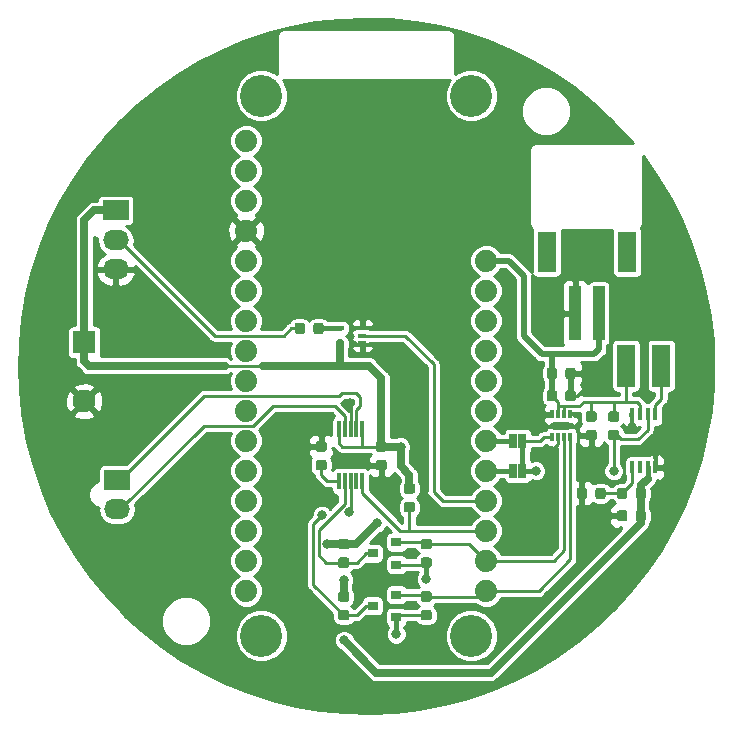
<source format=gbr>
G04 #@! TF.GenerationSoftware,KiCad,Pcbnew,(5.0.0-3-g5ebb6b6)*
G04 #@! TF.CreationDate,2018-10-15T13:07:59-06:00*
G04 #@! TF.ProjectId,DS_Special_Object,44535F5370656369616C5F4F626A6563,rev?*
G04 #@! TF.SameCoordinates,Original*
G04 #@! TF.FileFunction,Copper,L1,Top,Signal*
G04 #@! TF.FilePolarity,Positive*
%FSLAX46Y46*%
G04 Gerber Fmt 4.6, Leading zero omitted, Abs format (unit mm)*
G04 Created by KiCad (PCBNEW (5.0.0-3-g5ebb6b6)) date Monday, October 15, 2018 at 01:07:59 PM*
%MOMM*%
%LPD*%
G01*
G04 APERTURE LIST*
G04 #@! TA.AperFunction,SMDPad,CuDef*
%ADD10R,1.500000X3.600000*%
G04 #@! TD*
G04 #@! TA.AperFunction,Conductor*
%ADD11C,0.100000*%
G04 #@! TD*
G04 #@! TA.AperFunction,SMDPad,CuDef*
%ADD12C,0.875000*%
G04 #@! TD*
G04 #@! TA.AperFunction,ComponentPad*
%ADD13O,2.200000X1.700000*%
G04 #@! TD*
G04 #@! TA.AperFunction,ComponentPad*
%ADD14R,2.200000X1.700000*%
G04 #@! TD*
G04 #@! TA.AperFunction,SMDPad,CuDef*
%ADD15R,0.998220X4.599940*%
G04 #@! TD*
G04 #@! TA.AperFunction,SMDPad,CuDef*
%ADD16R,1.597660X3.398520*%
G04 #@! TD*
G04 #@! TA.AperFunction,SMDPad,CuDef*
%ADD17R,0.900000X0.800000*%
G04 #@! TD*
G04 #@! TA.AperFunction,SMDPad,CuDef*
%ADD18R,0.698500X0.419100*%
G04 #@! TD*
G04 #@! TA.AperFunction,SMDPad,CuDef*
%ADD19R,0.299720X0.698500*%
G04 #@! TD*
G04 #@! TA.AperFunction,SMDPad,CuDef*
%ADD20R,1.379220X0.797560*%
G04 #@! TD*
G04 #@! TA.AperFunction,ComponentPad*
%ADD21C,1.879600*%
G04 #@! TD*
G04 #@! TA.AperFunction,WasherPad*
%ADD22C,3.556000*%
G04 #@! TD*
G04 #@! TA.AperFunction,SMDPad,CuDef*
%ADD23R,0.398780X1.099820*%
G04 #@! TD*
G04 #@! TA.AperFunction,SMDPad,CuDef*
%ADD24R,0.299720X1.447800*%
G04 #@! TD*
G04 #@! TA.AperFunction,SMDPad,CuDef*
%ADD25R,0.635000X1.270000*%
G04 #@! TD*
G04 #@! TA.AperFunction,ComponentPad*
%ADD26R,1.930400X1.930400*%
G04 #@! TD*
G04 #@! TA.AperFunction,ComponentPad*
%ADD27C,1.930400*%
G04 #@! TD*
G04 #@! TA.AperFunction,ViaPad*
%ADD28C,0.800000*%
G04 #@! TD*
G04 #@! TA.AperFunction,Conductor*
%ADD29C,0.250000*%
G04 #@! TD*
G04 #@! TA.AperFunction,Conductor*
%ADD30C,0.406000*%
G04 #@! TD*
G04 #@! TA.AperFunction,Conductor*
%ADD31C,0.508000*%
G04 #@! TD*
G04 #@! TA.AperFunction,Conductor*
%ADD32C,0.635000*%
G04 #@! TD*
G04 #@! TA.AperFunction,Conductor*
%ADD33C,0.254000*%
G04 #@! TD*
G04 APERTURE END LIST*
D10*
G04 #@! TO.P,L1,2*
G04 #@! TO.N,Net-(L1-Pad2)*
X69064000Y-165989000D03*
G04 #@! TO.P,L1,1*
G04 #@! TO.N,LIPO*
X66064000Y-165989000D03*
G04 #@! TD*
D11*
G04 #@! TO.N,GND*
G04 #@! TO.C,C1*
G36*
X61606691Y-166150053D02*
X61627926Y-166153203D01*
X61648750Y-166158419D01*
X61668962Y-166165651D01*
X61688368Y-166174830D01*
X61706781Y-166185866D01*
X61724024Y-166198654D01*
X61739930Y-166213070D01*
X61754346Y-166228976D01*
X61767134Y-166246219D01*
X61778170Y-166264632D01*
X61787349Y-166284038D01*
X61794581Y-166304250D01*
X61799797Y-166325074D01*
X61802947Y-166346309D01*
X61804000Y-166367750D01*
X61804000Y-166880250D01*
X61802947Y-166901691D01*
X61799797Y-166922926D01*
X61794581Y-166943750D01*
X61787349Y-166963962D01*
X61778170Y-166983368D01*
X61767134Y-167001781D01*
X61754346Y-167019024D01*
X61739930Y-167034930D01*
X61724024Y-167049346D01*
X61706781Y-167062134D01*
X61688368Y-167073170D01*
X61668962Y-167082349D01*
X61648750Y-167089581D01*
X61627926Y-167094797D01*
X61606691Y-167097947D01*
X61585250Y-167099000D01*
X61147750Y-167099000D01*
X61126309Y-167097947D01*
X61105074Y-167094797D01*
X61084250Y-167089581D01*
X61064038Y-167082349D01*
X61044632Y-167073170D01*
X61026219Y-167062134D01*
X61008976Y-167049346D01*
X60993070Y-167034930D01*
X60978654Y-167019024D01*
X60965866Y-167001781D01*
X60954830Y-166983368D01*
X60945651Y-166963962D01*
X60938419Y-166943750D01*
X60933203Y-166922926D01*
X60930053Y-166901691D01*
X60929000Y-166880250D01*
X60929000Y-166367750D01*
X60930053Y-166346309D01*
X60933203Y-166325074D01*
X60938419Y-166304250D01*
X60945651Y-166284038D01*
X60954830Y-166264632D01*
X60965866Y-166246219D01*
X60978654Y-166228976D01*
X60993070Y-166213070D01*
X61008976Y-166198654D01*
X61026219Y-166185866D01*
X61044632Y-166174830D01*
X61064038Y-166165651D01*
X61084250Y-166158419D01*
X61105074Y-166153203D01*
X61126309Y-166150053D01*
X61147750Y-166149000D01*
X61585250Y-166149000D01*
X61606691Y-166150053D01*
X61606691Y-166150053D01*
G37*
D12*
G04 #@! TD*
G04 #@! TO.P,C1,2*
G04 #@! TO.N,GND*
X61366500Y-166624000D03*
D11*
G04 #@! TO.N,LIPO*
G04 #@! TO.C,C1*
G36*
X60031691Y-166150053D02*
X60052926Y-166153203D01*
X60073750Y-166158419D01*
X60093962Y-166165651D01*
X60113368Y-166174830D01*
X60131781Y-166185866D01*
X60149024Y-166198654D01*
X60164930Y-166213070D01*
X60179346Y-166228976D01*
X60192134Y-166246219D01*
X60203170Y-166264632D01*
X60212349Y-166284038D01*
X60219581Y-166304250D01*
X60224797Y-166325074D01*
X60227947Y-166346309D01*
X60229000Y-166367750D01*
X60229000Y-166880250D01*
X60227947Y-166901691D01*
X60224797Y-166922926D01*
X60219581Y-166943750D01*
X60212349Y-166963962D01*
X60203170Y-166983368D01*
X60192134Y-167001781D01*
X60179346Y-167019024D01*
X60164930Y-167034930D01*
X60149024Y-167049346D01*
X60131781Y-167062134D01*
X60113368Y-167073170D01*
X60093962Y-167082349D01*
X60073750Y-167089581D01*
X60052926Y-167094797D01*
X60031691Y-167097947D01*
X60010250Y-167099000D01*
X59572750Y-167099000D01*
X59551309Y-167097947D01*
X59530074Y-167094797D01*
X59509250Y-167089581D01*
X59489038Y-167082349D01*
X59469632Y-167073170D01*
X59451219Y-167062134D01*
X59433976Y-167049346D01*
X59418070Y-167034930D01*
X59403654Y-167019024D01*
X59390866Y-167001781D01*
X59379830Y-166983368D01*
X59370651Y-166963962D01*
X59363419Y-166943750D01*
X59358203Y-166922926D01*
X59355053Y-166901691D01*
X59354000Y-166880250D01*
X59354000Y-166367750D01*
X59355053Y-166346309D01*
X59358203Y-166325074D01*
X59363419Y-166304250D01*
X59370651Y-166284038D01*
X59379830Y-166264632D01*
X59390866Y-166246219D01*
X59403654Y-166228976D01*
X59418070Y-166213070D01*
X59433976Y-166198654D01*
X59451219Y-166185866D01*
X59469632Y-166174830D01*
X59489038Y-166165651D01*
X59509250Y-166158419D01*
X59530074Y-166153203D01*
X59551309Y-166150053D01*
X59572750Y-166149000D01*
X60010250Y-166149000D01*
X60031691Y-166150053D01*
X60031691Y-166150053D01*
G37*
D12*
G04 #@! TD*
G04 #@! TO.P,C1,1*
G04 #@! TO.N,LIPO*
X59791500Y-166624000D03*
D11*
G04 #@! TO.N,GND*
G04 #@! TO.C,C2*
G36*
X61606691Y-168055053D02*
X61627926Y-168058203D01*
X61648750Y-168063419D01*
X61668962Y-168070651D01*
X61688368Y-168079830D01*
X61706781Y-168090866D01*
X61724024Y-168103654D01*
X61739930Y-168118070D01*
X61754346Y-168133976D01*
X61767134Y-168151219D01*
X61778170Y-168169632D01*
X61787349Y-168189038D01*
X61794581Y-168209250D01*
X61799797Y-168230074D01*
X61802947Y-168251309D01*
X61804000Y-168272750D01*
X61804000Y-168785250D01*
X61802947Y-168806691D01*
X61799797Y-168827926D01*
X61794581Y-168848750D01*
X61787349Y-168868962D01*
X61778170Y-168888368D01*
X61767134Y-168906781D01*
X61754346Y-168924024D01*
X61739930Y-168939930D01*
X61724024Y-168954346D01*
X61706781Y-168967134D01*
X61688368Y-168978170D01*
X61668962Y-168987349D01*
X61648750Y-168994581D01*
X61627926Y-168999797D01*
X61606691Y-169002947D01*
X61585250Y-169004000D01*
X61147750Y-169004000D01*
X61126309Y-169002947D01*
X61105074Y-168999797D01*
X61084250Y-168994581D01*
X61064038Y-168987349D01*
X61044632Y-168978170D01*
X61026219Y-168967134D01*
X61008976Y-168954346D01*
X60993070Y-168939930D01*
X60978654Y-168924024D01*
X60965866Y-168906781D01*
X60954830Y-168888368D01*
X60945651Y-168868962D01*
X60938419Y-168848750D01*
X60933203Y-168827926D01*
X60930053Y-168806691D01*
X60929000Y-168785250D01*
X60929000Y-168272750D01*
X60930053Y-168251309D01*
X60933203Y-168230074D01*
X60938419Y-168209250D01*
X60945651Y-168189038D01*
X60954830Y-168169632D01*
X60965866Y-168151219D01*
X60978654Y-168133976D01*
X60993070Y-168118070D01*
X61008976Y-168103654D01*
X61026219Y-168090866D01*
X61044632Y-168079830D01*
X61064038Y-168070651D01*
X61084250Y-168063419D01*
X61105074Y-168058203D01*
X61126309Y-168055053D01*
X61147750Y-168054000D01*
X61585250Y-168054000D01*
X61606691Y-168055053D01*
X61606691Y-168055053D01*
G37*
D12*
G04 #@! TD*
G04 #@! TO.P,C2,2*
G04 #@! TO.N,GND*
X61366500Y-168529000D03*
D11*
G04 #@! TO.N,LIPO*
G04 #@! TO.C,C2*
G36*
X60031691Y-168055053D02*
X60052926Y-168058203D01*
X60073750Y-168063419D01*
X60093962Y-168070651D01*
X60113368Y-168079830D01*
X60131781Y-168090866D01*
X60149024Y-168103654D01*
X60164930Y-168118070D01*
X60179346Y-168133976D01*
X60192134Y-168151219D01*
X60203170Y-168169632D01*
X60212349Y-168189038D01*
X60219581Y-168209250D01*
X60224797Y-168230074D01*
X60227947Y-168251309D01*
X60229000Y-168272750D01*
X60229000Y-168785250D01*
X60227947Y-168806691D01*
X60224797Y-168827926D01*
X60219581Y-168848750D01*
X60212349Y-168868962D01*
X60203170Y-168888368D01*
X60192134Y-168906781D01*
X60179346Y-168924024D01*
X60164930Y-168939930D01*
X60149024Y-168954346D01*
X60131781Y-168967134D01*
X60113368Y-168978170D01*
X60093962Y-168987349D01*
X60073750Y-168994581D01*
X60052926Y-168999797D01*
X60031691Y-169002947D01*
X60010250Y-169004000D01*
X59572750Y-169004000D01*
X59551309Y-169002947D01*
X59530074Y-168999797D01*
X59509250Y-168994581D01*
X59489038Y-168987349D01*
X59469632Y-168978170D01*
X59451219Y-168967134D01*
X59433976Y-168954346D01*
X59418070Y-168939930D01*
X59403654Y-168924024D01*
X59390866Y-168906781D01*
X59379830Y-168888368D01*
X59370651Y-168868962D01*
X59363419Y-168848750D01*
X59358203Y-168827926D01*
X59355053Y-168806691D01*
X59354000Y-168785250D01*
X59354000Y-168272750D01*
X59355053Y-168251309D01*
X59358203Y-168230074D01*
X59363419Y-168209250D01*
X59370651Y-168189038D01*
X59379830Y-168169632D01*
X59390866Y-168151219D01*
X59403654Y-168133976D01*
X59418070Y-168118070D01*
X59433976Y-168103654D01*
X59451219Y-168090866D01*
X59469632Y-168079830D01*
X59489038Y-168070651D01*
X59509250Y-168063419D01*
X59530074Y-168058203D01*
X59551309Y-168055053D01*
X59572750Y-168054000D01*
X60010250Y-168054000D01*
X60031691Y-168055053D01*
X60031691Y-168055053D01*
G37*
D12*
G04 #@! TD*
G04 #@! TO.P,C2,1*
G04 #@! TO.N,LIPO*
X59791500Y-168529000D03*
D11*
G04 #@! TO.N,Net-(R1-Pad2)*
G04 #@! TO.C,R1*
G36*
X65975191Y-176310053D02*
X65996426Y-176313203D01*
X66017250Y-176318419D01*
X66037462Y-176325651D01*
X66056868Y-176334830D01*
X66075281Y-176345866D01*
X66092524Y-176358654D01*
X66108430Y-176373070D01*
X66122846Y-176388976D01*
X66135634Y-176406219D01*
X66146670Y-176424632D01*
X66155849Y-176444038D01*
X66163081Y-176464250D01*
X66168297Y-176485074D01*
X66171447Y-176506309D01*
X66172500Y-176527750D01*
X66172500Y-177040250D01*
X66171447Y-177061691D01*
X66168297Y-177082926D01*
X66163081Y-177103750D01*
X66155849Y-177123962D01*
X66146670Y-177143368D01*
X66135634Y-177161781D01*
X66122846Y-177179024D01*
X66108430Y-177194930D01*
X66092524Y-177209346D01*
X66075281Y-177222134D01*
X66056868Y-177233170D01*
X66037462Y-177242349D01*
X66017250Y-177249581D01*
X65996426Y-177254797D01*
X65975191Y-177257947D01*
X65953750Y-177259000D01*
X65516250Y-177259000D01*
X65494809Y-177257947D01*
X65473574Y-177254797D01*
X65452750Y-177249581D01*
X65432538Y-177242349D01*
X65413132Y-177233170D01*
X65394719Y-177222134D01*
X65377476Y-177209346D01*
X65361570Y-177194930D01*
X65347154Y-177179024D01*
X65334366Y-177161781D01*
X65323330Y-177143368D01*
X65314151Y-177123962D01*
X65306919Y-177103750D01*
X65301703Y-177082926D01*
X65298553Y-177061691D01*
X65297500Y-177040250D01*
X65297500Y-176527750D01*
X65298553Y-176506309D01*
X65301703Y-176485074D01*
X65306919Y-176464250D01*
X65314151Y-176444038D01*
X65323330Y-176424632D01*
X65334366Y-176406219D01*
X65347154Y-176388976D01*
X65361570Y-176373070D01*
X65377476Y-176358654D01*
X65394719Y-176345866D01*
X65413132Y-176334830D01*
X65432538Y-176325651D01*
X65452750Y-176318419D01*
X65473574Y-176313203D01*
X65494809Y-176310053D01*
X65516250Y-176309000D01*
X65953750Y-176309000D01*
X65975191Y-176310053D01*
X65975191Y-176310053D01*
G37*
D12*
G04 #@! TD*
G04 #@! TO.P,R1,2*
G04 #@! TO.N,Net-(R1-Pad2)*
X65735000Y-176784000D03*
D11*
G04 #@! TO.N,+5V*
G04 #@! TO.C,R1*
G36*
X67550191Y-176310053D02*
X67571426Y-176313203D01*
X67592250Y-176318419D01*
X67612462Y-176325651D01*
X67631868Y-176334830D01*
X67650281Y-176345866D01*
X67667524Y-176358654D01*
X67683430Y-176373070D01*
X67697846Y-176388976D01*
X67710634Y-176406219D01*
X67721670Y-176424632D01*
X67730849Y-176444038D01*
X67738081Y-176464250D01*
X67743297Y-176485074D01*
X67746447Y-176506309D01*
X67747500Y-176527750D01*
X67747500Y-177040250D01*
X67746447Y-177061691D01*
X67743297Y-177082926D01*
X67738081Y-177103750D01*
X67730849Y-177123962D01*
X67721670Y-177143368D01*
X67710634Y-177161781D01*
X67697846Y-177179024D01*
X67683430Y-177194930D01*
X67667524Y-177209346D01*
X67650281Y-177222134D01*
X67631868Y-177233170D01*
X67612462Y-177242349D01*
X67592250Y-177249581D01*
X67571426Y-177254797D01*
X67550191Y-177257947D01*
X67528750Y-177259000D01*
X67091250Y-177259000D01*
X67069809Y-177257947D01*
X67048574Y-177254797D01*
X67027750Y-177249581D01*
X67007538Y-177242349D01*
X66988132Y-177233170D01*
X66969719Y-177222134D01*
X66952476Y-177209346D01*
X66936570Y-177194930D01*
X66922154Y-177179024D01*
X66909366Y-177161781D01*
X66898330Y-177143368D01*
X66889151Y-177123962D01*
X66881919Y-177103750D01*
X66876703Y-177082926D01*
X66873553Y-177061691D01*
X66872500Y-177040250D01*
X66872500Y-176527750D01*
X66873553Y-176506309D01*
X66876703Y-176485074D01*
X66881919Y-176464250D01*
X66889151Y-176444038D01*
X66898330Y-176424632D01*
X66909366Y-176406219D01*
X66922154Y-176388976D01*
X66936570Y-176373070D01*
X66952476Y-176358654D01*
X66969719Y-176345866D01*
X66988132Y-176334830D01*
X67007538Y-176325651D01*
X67027750Y-176318419D01*
X67048574Y-176313203D01*
X67069809Y-176310053D01*
X67091250Y-176309000D01*
X67528750Y-176309000D01*
X67550191Y-176310053D01*
X67550191Y-176310053D01*
G37*
D12*
G04 #@! TD*
G04 #@! TO.P,R1,1*
G04 #@! TO.N,+5V*
X67310000Y-176784000D03*
D11*
G04 #@! TO.N,Net-(R1-Pad2)*
G04 #@! TO.C,R2*
G36*
X64146691Y-176310053D02*
X64167926Y-176313203D01*
X64188750Y-176318419D01*
X64208962Y-176325651D01*
X64228368Y-176334830D01*
X64246781Y-176345866D01*
X64264024Y-176358654D01*
X64279930Y-176373070D01*
X64294346Y-176388976D01*
X64307134Y-176406219D01*
X64318170Y-176424632D01*
X64327349Y-176444038D01*
X64334581Y-176464250D01*
X64339797Y-176485074D01*
X64342947Y-176506309D01*
X64344000Y-176527750D01*
X64344000Y-177040250D01*
X64342947Y-177061691D01*
X64339797Y-177082926D01*
X64334581Y-177103750D01*
X64327349Y-177123962D01*
X64318170Y-177143368D01*
X64307134Y-177161781D01*
X64294346Y-177179024D01*
X64279930Y-177194930D01*
X64264024Y-177209346D01*
X64246781Y-177222134D01*
X64228368Y-177233170D01*
X64208962Y-177242349D01*
X64188750Y-177249581D01*
X64167926Y-177254797D01*
X64146691Y-177257947D01*
X64125250Y-177259000D01*
X63687750Y-177259000D01*
X63666309Y-177257947D01*
X63645074Y-177254797D01*
X63624250Y-177249581D01*
X63604038Y-177242349D01*
X63584632Y-177233170D01*
X63566219Y-177222134D01*
X63548976Y-177209346D01*
X63533070Y-177194930D01*
X63518654Y-177179024D01*
X63505866Y-177161781D01*
X63494830Y-177143368D01*
X63485651Y-177123962D01*
X63478419Y-177103750D01*
X63473203Y-177082926D01*
X63470053Y-177061691D01*
X63469000Y-177040250D01*
X63469000Y-176527750D01*
X63470053Y-176506309D01*
X63473203Y-176485074D01*
X63478419Y-176464250D01*
X63485651Y-176444038D01*
X63494830Y-176424632D01*
X63505866Y-176406219D01*
X63518654Y-176388976D01*
X63533070Y-176373070D01*
X63548976Y-176358654D01*
X63566219Y-176345866D01*
X63584632Y-176334830D01*
X63604038Y-176325651D01*
X63624250Y-176318419D01*
X63645074Y-176313203D01*
X63666309Y-176310053D01*
X63687750Y-176309000D01*
X64125250Y-176309000D01*
X64146691Y-176310053D01*
X64146691Y-176310053D01*
G37*
D12*
G04 #@! TD*
G04 #@! TO.P,R2,1*
G04 #@! TO.N,Net-(R1-Pad2)*
X63906500Y-176784000D03*
D11*
G04 #@! TO.N,GND*
G04 #@! TO.C,R2*
G36*
X62571691Y-176310053D02*
X62592926Y-176313203D01*
X62613750Y-176318419D01*
X62633962Y-176325651D01*
X62653368Y-176334830D01*
X62671781Y-176345866D01*
X62689024Y-176358654D01*
X62704930Y-176373070D01*
X62719346Y-176388976D01*
X62732134Y-176406219D01*
X62743170Y-176424632D01*
X62752349Y-176444038D01*
X62759581Y-176464250D01*
X62764797Y-176485074D01*
X62767947Y-176506309D01*
X62769000Y-176527750D01*
X62769000Y-177040250D01*
X62767947Y-177061691D01*
X62764797Y-177082926D01*
X62759581Y-177103750D01*
X62752349Y-177123962D01*
X62743170Y-177143368D01*
X62732134Y-177161781D01*
X62719346Y-177179024D01*
X62704930Y-177194930D01*
X62689024Y-177209346D01*
X62671781Y-177222134D01*
X62653368Y-177233170D01*
X62633962Y-177242349D01*
X62613750Y-177249581D01*
X62592926Y-177254797D01*
X62571691Y-177257947D01*
X62550250Y-177259000D01*
X62112750Y-177259000D01*
X62091309Y-177257947D01*
X62070074Y-177254797D01*
X62049250Y-177249581D01*
X62029038Y-177242349D01*
X62009632Y-177233170D01*
X61991219Y-177222134D01*
X61973976Y-177209346D01*
X61958070Y-177194930D01*
X61943654Y-177179024D01*
X61930866Y-177161781D01*
X61919830Y-177143368D01*
X61910651Y-177123962D01*
X61903419Y-177103750D01*
X61898203Y-177082926D01*
X61895053Y-177061691D01*
X61894000Y-177040250D01*
X61894000Y-176527750D01*
X61895053Y-176506309D01*
X61898203Y-176485074D01*
X61903419Y-176464250D01*
X61910651Y-176444038D01*
X61919830Y-176424632D01*
X61930866Y-176406219D01*
X61943654Y-176388976D01*
X61958070Y-176373070D01*
X61973976Y-176358654D01*
X61991219Y-176345866D01*
X62009632Y-176334830D01*
X62029038Y-176325651D01*
X62049250Y-176318419D01*
X62070074Y-176313203D01*
X62091309Y-176310053D01*
X62112750Y-176309000D01*
X62550250Y-176309000D01*
X62571691Y-176310053D01*
X62571691Y-176310053D01*
G37*
D12*
G04 #@! TD*
G04 #@! TO.P,R2,2*
G04 #@! TO.N,GND*
X62331500Y-176784000D03*
D13*
G04 #@! TO.P,J2,3*
G04 #@! TO.N,GND*
X22860000Y-157821000D03*
G04 #@! TO.P,J2,2*
G04 #@! TO.N,Net-(J2-Pad2)*
X22860000Y-155321000D03*
D14*
G04 #@! TO.P,J2,1*
G04 #@! TO.N,+5V*
X22860000Y-152821000D03*
G04 #@! TD*
G04 #@! TO.P,J3,1*
G04 #@! TO.N,OUT+*
X22987000Y-175641000D03*
D13*
G04 #@! TO.P,J3,2*
G04 #@! TO.N,OUT-*
X22987000Y-178141000D03*
G04 #@! TD*
D11*
G04 #@! TO.N,GND*
G04 #@! TO.C,C3*
G36*
X63396691Y-171420053D02*
X63417926Y-171423203D01*
X63438750Y-171428419D01*
X63458962Y-171435651D01*
X63478368Y-171444830D01*
X63496781Y-171455866D01*
X63514024Y-171468654D01*
X63529930Y-171483070D01*
X63544346Y-171498976D01*
X63557134Y-171516219D01*
X63568170Y-171534632D01*
X63577349Y-171554038D01*
X63584581Y-171574250D01*
X63589797Y-171595074D01*
X63592947Y-171616309D01*
X63594000Y-171637750D01*
X63594000Y-172075250D01*
X63592947Y-172096691D01*
X63589797Y-172117926D01*
X63584581Y-172138750D01*
X63577349Y-172158962D01*
X63568170Y-172178368D01*
X63557134Y-172196781D01*
X63544346Y-172214024D01*
X63529930Y-172229930D01*
X63514024Y-172244346D01*
X63496781Y-172257134D01*
X63478368Y-172268170D01*
X63458962Y-172277349D01*
X63438750Y-172284581D01*
X63417926Y-172289797D01*
X63396691Y-172292947D01*
X63375250Y-172294000D01*
X62862750Y-172294000D01*
X62841309Y-172292947D01*
X62820074Y-172289797D01*
X62799250Y-172284581D01*
X62779038Y-172277349D01*
X62759632Y-172268170D01*
X62741219Y-172257134D01*
X62723976Y-172244346D01*
X62708070Y-172229930D01*
X62693654Y-172214024D01*
X62680866Y-172196781D01*
X62669830Y-172178368D01*
X62660651Y-172158962D01*
X62653419Y-172138750D01*
X62648203Y-172117926D01*
X62645053Y-172096691D01*
X62644000Y-172075250D01*
X62644000Y-171637750D01*
X62645053Y-171616309D01*
X62648203Y-171595074D01*
X62653419Y-171574250D01*
X62660651Y-171554038D01*
X62669830Y-171534632D01*
X62680866Y-171516219D01*
X62693654Y-171498976D01*
X62708070Y-171483070D01*
X62723976Y-171468654D01*
X62741219Y-171455866D01*
X62759632Y-171444830D01*
X62779038Y-171435651D01*
X62799250Y-171428419D01*
X62820074Y-171423203D01*
X62841309Y-171420053D01*
X62862750Y-171419000D01*
X63375250Y-171419000D01*
X63396691Y-171420053D01*
X63396691Y-171420053D01*
G37*
D12*
G04 #@! TD*
G04 #@! TO.P,C3,2*
G04 #@! TO.N,GND*
X63119000Y-171856500D03*
D11*
G04 #@! TO.N,LIPO*
G04 #@! TO.C,C3*
G36*
X63396691Y-169845053D02*
X63417926Y-169848203D01*
X63438750Y-169853419D01*
X63458962Y-169860651D01*
X63478368Y-169869830D01*
X63496781Y-169880866D01*
X63514024Y-169893654D01*
X63529930Y-169908070D01*
X63544346Y-169923976D01*
X63557134Y-169941219D01*
X63568170Y-169959632D01*
X63577349Y-169979038D01*
X63584581Y-169999250D01*
X63589797Y-170020074D01*
X63592947Y-170041309D01*
X63594000Y-170062750D01*
X63594000Y-170500250D01*
X63592947Y-170521691D01*
X63589797Y-170542926D01*
X63584581Y-170563750D01*
X63577349Y-170583962D01*
X63568170Y-170603368D01*
X63557134Y-170621781D01*
X63544346Y-170639024D01*
X63529930Y-170654930D01*
X63514024Y-170669346D01*
X63496781Y-170682134D01*
X63478368Y-170693170D01*
X63458962Y-170702349D01*
X63438750Y-170709581D01*
X63417926Y-170714797D01*
X63396691Y-170717947D01*
X63375250Y-170719000D01*
X62862750Y-170719000D01*
X62841309Y-170717947D01*
X62820074Y-170714797D01*
X62799250Y-170709581D01*
X62779038Y-170702349D01*
X62759632Y-170693170D01*
X62741219Y-170682134D01*
X62723976Y-170669346D01*
X62708070Y-170654930D01*
X62693654Y-170639024D01*
X62680866Y-170621781D01*
X62669830Y-170603368D01*
X62660651Y-170583962D01*
X62653419Y-170563750D01*
X62648203Y-170542926D01*
X62645053Y-170521691D01*
X62644000Y-170500250D01*
X62644000Y-170062750D01*
X62645053Y-170041309D01*
X62648203Y-170020074D01*
X62653419Y-169999250D01*
X62660651Y-169979038D01*
X62669830Y-169959632D01*
X62680866Y-169941219D01*
X62693654Y-169923976D01*
X62708070Y-169908070D01*
X62723976Y-169893654D01*
X62741219Y-169880866D01*
X62759632Y-169869830D01*
X62779038Y-169860651D01*
X62799250Y-169853419D01*
X62820074Y-169848203D01*
X62841309Y-169845053D01*
X62862750Y-169844000D01*
X63375250Y-169844000D01*
X63396691Y-169845053D01*
X63396691Y-169845053D01*
G37*
D12*
G04 #@! TD*
G04 #@! TO.P,C3,1*
G04 #@! TO.N,LIPO*
X63119000Y-170281500D03*
D11*
G04 #@! TO.N,+5V*
G04 #@! TO.C,C4*
G36*
X67550191Y-178215053D02*
X67571426Y-178218203D01*
X67592250Y-178223419D01*
X67612462Y-178230651D01*
X67631868Y-178239830D01*
X67650281Y-178250866D01*
X67667524Y-178263654D01*
X67683430Y-178278070D01*
X67697846Y-178293976D01*
X67710634Y-178311219D01*
X67721670Y-178329632D01*
X67730849Y-178349038D01*
X67738081Y-178369250D01*
X67743297Y-178390074D01*
X67746447Y-178411309D01*
X67747500Y-178432750D01*
X67747500Y-178945250D01*
X67746447Y-178966691D01*
X67743297Y-178987926D01*
X67738081Y-179008750D01*
X67730849Y-179028962D01*
X67721670Y-179048368D01*
X67710634Y-179066781D01*
X67697846Y-179084024D01*
X67683430Y-179099930D01*
X67667524Y-179114346D01*
X67650281Y-179127134D01*
X67631868Y-179138170D01*
X67612462Y-179147349D01*
X67592250Y-179154581D01*
X67571426Y-179159797D01*
X67550191Y-179162947D01*
X67528750Y-179164000D01*
X67091250Y-179164000D01*
X67069809Y-179162947D01*
X67048574Y-179159797D01*
X67027750Y-179154581D01*
X67007538Y-179147349D01*
X66988132Y-179138170D01*
X66969719Y-179127134D01*
X66952476Y-179114346D01*
X66936570Y-179099930D01*
X66922154Y-179084024D01*
X66909366Y-179066781D01*
X66898330Y-179048368D01*
X66889151Y-179028962D01*
X66881919Y-179008750D01*
X66876703Y-178987926D01*
X66873553Y-178966691D01*
X66872500Y-178945250D01*
X66872500Y-178432750D01*
X66873553Y-178411309D01*
X66876703Y-178390074D01*
X66881919Y-178369250D01*
X66889151Y-178349038D01*
X66898330Y-178329632D01*
X66909366Y-178311219D01*
X66922154Y-178293976D01*
X66936570Y-178278070D01*
X66952476Y-178263654D01*
X66969719Y-178250866D01*
X66988132Y-178239830D01*
X67007538Y-178230651D01*
X67027750Y-178223419D01*
X67048574Y-178218203D01*
X67069809Y-178215053D01*
X67091250Y-178214000D01*
X67528750Y-178214000D01*
X67550191Y-178215053D01*
X67550191Y-178215053D01*
G37*
D12*
G04 #@! TD*
G04 #@! TO.P,C4,1*
G04 #@! TO.N,+5V*
X67310000Y-178689000D03*
D11*
G04 #@! TO.N,GND*
G04 #@! TO.C,C4*
G36*
X65975191Y-178215053D02*
X65996426Y-178218203D01*
X66017250Y-178223419D01*
X66037462Y-178230651D01*
X66056868Y-178239830D01*
X66075281Y-178250866D01*
X66092524Y-178263654D01*
X66108430Y-178278070D01*
X66122846Y-178293976D01*
X66135634Y-178311219D01*
X66146670Y-178329632D01*
X66155849Y-178349038D01*
X66163081Y-178369250D01*
X66168297Y-178390074D01*
X66171447Y-178411309D01*
X66172500Y-178432750D01*
X66172500Y-178945250D01*
X66171447Y-178966691D01*
X66168297Y-178987926D01*
X66163081Y-179008750D01*
X66155849Y-179028962D01*
X66146670Y-179048368D01*
X66135634Y-179066781D01*
X66122846Y-179084024D01*
X66108430Y-179099930D01*
X66092524Y-179114346D01*
X66075281Y-179127134D01*
X66056868Y-179138170D01*
X66037462Y-179147349D01*
X66017250Y-179154581D01*
X65996426Y-179159797D01*
X65975191Y-179162947D01*
X65953750Y-179164000D01*
X65516250Y-179164000D01*
X65494809Y-179162947D01*
X65473574Y-179159797D01*
X65452750Y-179154581D01*
X65432538Y-179147349D01*
X65413132Y-179138170D01*
X65394719Y-179127134D01*
X65377476Y-179114346D01*
X65361570Y-179099930D01*
X65347154Y-179084024D01*
X65334366Y-179066781D01*
X65323330Y-179048368D01*
X65314151Y-179028962D01*
X65306919Y-179008750D01*
X65301703Y-178987926D01*
X65298553Y-178966691D01*
X65297500Y-178945250D01*
X65297500Y-178432750D01*
X65298553Y-178411309D01*
X65301703Y-178390074D01*
X65306919Y-178369250D01*
X65314151Y-178349038D01*
X65323330Y-178329632D01*
X65334366Y-178311219D01*
X65347154Y-178293976D01*
X65361570Y-178278070D01*
X65377476Y-178263654D01*
X65394719Y-178250866D01*
X65413132Y-178239830D01*
X65432538Y-178230651D01*
X65452750Y-178223419D01*
X65473574Y-178218203D01*
X65494809Y-178215053D01*
X65516250Y-178214000D01*
X65953750Y-178214000D01*
X65975191Y-178215053D01*
X65975191Y-178215053D01*
G37*
D12*
G04 #@! TD*
G04 #@! TO.P,C4,2*
G04 #@! TO.N,GND*
X65735000Y-178689000D03*
D11*
G04 #@! TO.N,GND*
G04 #@! TO.C,C5*
G36*
X40536691Y-172385053D02*
X40557926Y-172388203D01*
X40578750Y-172393419D01*
X40598962Y-172400651D01*
X40618368Y-172409830D01*
X40636781Y-172420866D01*
X40654024Y-172433654D01*
X40669930Y-172448070D01*
X40684346Y-172463976D01*
X40697134Y-172481219D01*
X40708170Y-172499632D01*
X40717349Y-172519038D01*
X40724581Y-172539250D01*
X40729797Y-172560074D01*
X40732947Y-172581309D01*
X40734000Y-172602750D01*
X40734000Y-173040250D01*
X40732947Y-173061691D01*
X40729797Y-173082926D01*
X40724581Y-173103750D01*
X40717349Y-173123962D01*
X40708170Y-173143368D01*
X40697134Y-173161781D01*
X40684346Y-173179024D01*
X40669930Y-173194930D01*
X40654024Y-173209346D01*
X40636781Y-173222134D01*
X40618368Y-173233170D01*
X40598962Y-173242349D01*
X40578750Y-173249581D01*
X40557926Y-173254797D01*
X40536691Y-173257947D01*
X40515250Y-173259000D01*
X40002750Y-173259000D01*
X39981309Y-173257947D01*
X39960074Y-173254797D01*
X39939250Y-173249581D01*
X39919038Y-173242349D01*
X39899632Y-173233170D01*
X39881219Y-173222134D01*
X39863976Y-173209346D01*
X39848070Y-173194930D01*
X39833654Y-173179024D01*
X39820866Y-173161781D01*
X39809830Y-173143368D01*
X39800651Y-173123962D01*
X39793419Y-173103750D01*
X39788203Y-173082926D01*
X39785053Y-173061691D01*
X39784000Y-173040250D01*
X39784000Y-172602750D01*
X39785053Y-172581309D01*
X39788203Y-172560074D01*
X39793419Y-172539250D01*
X39800651Y-172519038D01*
X39809830Y-172499632D01*
X39820866Y-172481219D01*
X39833654Y-172463976D01*
X39848070Y-172448070D01*
X39863976Y-172433654D01*
X39881219Y-172420866D01*
X39899632Y-172409830D01*
X39919038Y-172400651D01*
X39939250Y-172393419D01*
X39960074Y-172388203D01*
X39981309Y-172385053D01*
X40002750Y-172384000D01*
X40515250Y-172384000D01*
X40536691Y-172385053D01*
X40536691Y-172385053D01*
G37*
D12*
G04 #@! TD*
G04 #@! TO.P,C5,2*
G04 #@! TO.N,GND*
X40259000Y-172821500D03*
D11*
G04 #@! TO.N,Net-(C5-Pad1)*
G04 #@! TO.C,C5*
G36*
X40536691Y-173960053D02*
X40557926Y-173963203D01*
X40578750Y-173968419D01*
X40598962Y-173975651D01*
X40618368Y-173984830D01*
X40636781Y-173995866D01*
X40654024Y-174008654D01*
X40669930Y-174023070D01*
X40684346Y-174038976D01*
X40697134Y-174056219D01*
X40708170Y-174074632D01*
X40717349Y-174094038D01*
X40724581Y-174114250D01*
X40729797Y-174135074D01*
X40732947Y-174156309D01*
X40734000Y-174177750D01*
X40734000Y-174615250D01*
X40732947Y-174636691D01*
X40729797Y-174657926D01*
X40724581Y-174678750D01*
X40717349Y-174698962D01*
X40708170Y-174718368D01*
X40697134Y-174736781D01*
X40684346Y-174754024D01*
X40669930Y-174769930D01*
X40654024Y-174784346D01*
X40636781Y-174797134D01*
X40618368Y-174808170D01*
X40598962Y-174817349D01*
X40578750Y-174824581D01*
X40557926Y-174829797D01*
X40536691Y-174832947D01*
X40515250Y-174834000D01*
X40002750Y-174834000D01*
X39981309Y-174832947D01*
X39960074Y-174829797D01*
X39939250Y-174824581D01*
X39919038Y-174817349D01*
X39899632Y-174808170D01*
X39881219Y-174797134D01*
X39863976Y-174784346D01*
X39848070Y-174769930D01*
X39833654Y-174754024D01*
X39820866Y-174736781D01*
X39809830Y-174718368D01*
X39800651Y-174698962D01*
X39793419Y-174678750D01*
X39788203Y-174657926D01*
X39785053Y-174636691D01*
X39784000Y-174615250D01*
X39784000Y-174177750D01*
X39785053Y-174156309D01*
X39788203Y-174135074D01*
X39793419Y-174114250D01*
X39800651Y-174094038D01*
X39809830Y-174074632D01*
X39820866Y-174056219D01*
X39833654Y-174038976D01*
X39848070Y-174023070D01*
X39863976Y-174008654D01*
X39881219Y-173995866D01*
X39899632Y-173984830D01*
X39919038Y-173975651D01*
X39939250Y-173968419D01*
X39960074Y-173963203D01*
X39981309Y-173960053D01*
X40002750Y-173959000D01*
X40515250Y-173959000D01*
X40536691Y-173960053D01*
X40536691Y-173960053D01*
G37*
D12*
G04 #@! TD*
G04 #@! TO.P,C5,1*
G04 #@! TO.N,Net-(C5-Pad1)*
X40259000Y-174396500D03*
D11*
G04 #@! TO.N,+5V*
G04 #@! TO.C,C6*
G36*
X45616691Y-172385053D02*
X45637926Y-172388203D01*
X45658750Y-172393419D01*
X45678962Y-172400651D01*
X45698368Y-172409830D01*
X45716781Y-172420866D01*
X45734024Y-172433654D01*
X45749930Y-172448070D01*
X45764346Y-172463976D01*
X45777134Y-172481219D01*
X45788170Y-172499632D01*
X45797349Y-172519038D01*
X45804581Y-172539250D01*
X45809797Y-172560074D01*
X45812947Y-172581309D01*
X45814000Y-172602750D01*
X45814000Y-173040250D01*
X45812947Y-173061691D01*
X45809797Y-173082926D01*
X45804581Y-173103750D01*
X45797349Y-173123962D01*
X45788170Y-173143368D01*
X45777134Y-173161781D01*
X45764346Y-173179024D01*
X45749930Y-173194930D01*
X45734024Y-173209346D01*
X45716781Y-173222134D01*
X45698368Y-173233170D01*
X45678962Y-173242349D01*
X45658750Y-173249581D01*
X45637926Y-173254797D01*
X45616691Y-173257947D01*
X45595250Y-173259000D01*
X45082750Y-173259000D01*
X45061309Y-173257947D01*
X45040074Y-173254797D01*
X45019250Y-173249581D01*
X44999038Y-173242349D01*
X44979632Y-173233170D01*
X44961219Y-173222134D01*
X44943976Y-173209346D01*
X44928070Y-173194930D01*
X44913654Y-173179024D01*
X44900866Y-173161781D01*
X44889830Y-173143368D01*
X44880651Y-173123962D01*
X44873419Y-173103750D01*
X44868203Y-173082926D01*
X44865053Y-173061691D01*
X44864000Y-173040250D01*
X44864000Y-172602750D01*
X44865053Y-172581309D01*
X44868203Y-172560074D01*
X44873419Y-172539250D01*
X44880651Y-172519038D01*
X44889830Y-172499632D01*
X44900866Y-172481219D01*
X44913654Y-172463976D01*
X44928070Y-172448070D01*
X44943976Y-172433654D01*
X44961219Y-172420866D01*
X44979632Y-172409830D01*
X44999038Y-172400651D01*
X45019250Y-172393419D01*
X45040074Y-172388203D01*
X45061309Y-172385053D01*
X45082750Y-172384000D01*
X45595250Y-172384000D01*
X45616691Y-172385053D01*
X45616691Y-172385053D01*
G37*
D12*
G04 #@! TD*
G04 #@! TO.P,C6,1*
G04 #@! TO.N,+5V*
X45339000Y-172821500D03*
D11*
G04 #@! TO.N,GND*
G04 #@! TO.C,C6*
G36*
X45616691Y-173960053D02*
X45637926Y-173963203D01*
X45658750Y-173968419D01*
X45678962Y-173975651D01*
X45698368Y-173984830D01*
X45716781Y-173995866D01*
X45734024Y-174008654D01*
X45749930Y-174023070D01*
X45764346Y-174038976D01*
X45777134Y-174056219D01*
X45788170Y-174074632D01*
X45797349Y-174094038D01*
X45804581Y-174114250D01*
X45809797Y-174135074D01*
X45812947Y-174156309D01*
X45814000Y-174177750D01*
X45814000Y-174615250D01*
X45812947Y-174636691D01*
X45809797Y-174657926D01*
X45804581Y-174678750D01*
X45797349Y-174698962D01*
X45788170Y-174718368D01*
X45777134Y-174736781D01*
X45764346Y-174754024D01*
X45749930Y-174769930D01*
X45734024Y-174784346D01*
X45716781Y-174797134D01*
X45698368Y-174808170D01*
X45678962Y-174817349D01*
X45658750Y-174824581D01*
X45637926Y-174829797D01*
X45616691Y-174832947D01*
X45595250Y-174834000D01*
X45082750Y-174834000D01*
X45061309Y-174832947D01*
X45040074Y-174829797D01*
X45019250Y-174824581D01*
X44999038Y-174817349D01*
X44979632Y-174808170D01*
X44961219Y-174797134D01*
X44943976Y-174784346D01*
X44928070Y-174769930D01*
X44913654Y-174754024D01*
X44900866Y-174736781D01*
X44889830Y-174718368D01*
X44880651Y-174698962D01*
X44873419Y-174678750D01*
X44868203Y-174657926D01*
X44865053Y-174636691D01*
X44864000Y-174615250D01*
X44864000Y-174177750D01*
X44865053Y-174156309D01*
X44868203Y-174135074D01*
X44873419Y-174114250D01*
X44880651Y-174094038D01*
X44889830Y-174074632D01*
X44900866Y-174056219D01*
X44913654Y-174038976D01*
X44928070Y-174023070D01*
X44943976Y-174008654D01*
X44961219Y-173995866D01*
X44979632Y-173984830D01*
X44999038Y-173975651D01*
X45019250Y-173968419D01*
X45040074Y-173963203D01*
X45061309Y-173960053D01*
X45082750Y-173959000D01*
X45595250Y-173959000D01*
X45616691Y-173960053D01*
X45616691Y-173960053D01*
G37*
D12*
G04 #@! TD*
G04 #@! TO.P,C6,2*
G04 #@! TO.N,GND*
X45339000Y-174396500D03*
D15*
G04 #@! TO.P,J1,1*
G04 #@! TO.N,GND*
X61757558Y-161544000D03*
G04 #@! TO.P,J1,2*
G04 #@! TO.N,LIPO*
X63754000Y-161544000D03*
D16*
G04 #@! TO.P,J1,NC1*
G04 #@! TO.N,N/C*
X59357259Y-156347160D03*
G04 #@! TO.P,J1,NC2*
X66154299Y-156347160D03*
G04 #@! TD*
D17*
G04 #@! TO.P,Q1,1*
G04 #@! TO.N,+3V3*
X46609000Y-187259000D03*
G04 #@! TO.P,Q1,2*
G04 #@! TO.N,SDA_3V3*
X46609000Y-185359000D03*
G04 #@! TO.P,Q1,3*
G04 #@! TO.N,SDA_5V*
X44609000Y-186309000D03*
G04 #@! TD*
G04 #@! TO.P,Q2,3*
G04 #@! TO.N,SCL_5V*
X44609000Y-181864000D03*
G04 #@! TO.P,Q2,2*
G04 #@! TO.N,SCL_3V3*
X46609000Y-180914000D03*
G04 #@! TO.P,Q2,1*
G04 #@! TO.N,+3V3*
X46609000Y-182814000D03*
G04 #@! TD*
D11*
G04 #@! TO.N,+3V3*
G04 #@! TO.C,R3*
G36*
X49426691Y-186660053D02*
X49447926Y-186663203D01*
X49468750Y-186668419D01*
X49488962Y-186675651D01*
X49508368Y-186684830D01*
X49526781Y-186695866D01*
X49544024Y-186708654D01*
X49559930Y-186723070D01*
X49574346Y-186738976D01*
X49587134Y-186756219D01*
X49598170Y-186774632D01*
X49607349Y-186794038D01*
X49614581Y-186814250D01*
X49619797Y-186835074D01*
X49622947Y-186856309D01*
X49624000Y-186877750D01*
X49624000Y-187315250D01*
X49622947Y-187336691D01*
X49619797Y-187357926D01*
X49614581Y-187378750D01*
X49607349Y-187398962D01*
X49598170Y-187418368D01*
X49587134Y-187436781D01*
X49574346Y-187454024D01*
X49559930Y-187469930D01*
X49544024Y-187484346D01*
X49526781Y-187497134D01*
X49508368Y-187508170D01*
X49488962Y-187517349D01*
X49468750Y-187524581D01*
X49447926Y-187529797D01*
X49426691Y-187532947D01*
X49405250Y-187534000D01*
X48892750Y-187534000D01*
X48871309Y-187532947D01*
X48850074Y-187529797D01*
X48829250Y-187524581D01*
X48809038Y-187517349D01*
X48789632Y-187508170D01*
X48771219Y-187497134D01*
X48753976Y-187484346D01*
X48738070Y-187469930D01*
X48723654Y-187454024D01*
X48710866Y-187436781D01*
X48699830Y-187418368D01*
X48690651Y-187398962D01*
X48683419Y-187378750D01*
X48678203Y-187357926D01*
X48675053Y-187336691D01*
X48674000Y-187315250D01*
X48674000Y-186877750D01*
X48675053Y-186856309D01*
X48678203Y-186835074D01*
X48683419Y-186814250D01*
X48690651Y-186794038D01*
X48699830Y-186774632D01*
X48710866Y-186756219D01*
X48723654Y-186738976D01*
X48738070Y-186723070D01*
X48753976Y-186708654D01*
X48771219Y-186695866D01*
X48789632Y-186684830D01*
X48809038Y-186675651D01*
X48829250Y-186668419D01*
X48850074Y-186663203D01*
X48871309Y-186660053D01*
X48892750Y-186659000D01*
X49405250Y-186659000D01*
X49426691Y-186660053D01*
X49426691Y-186660053D01*
G37*
D12*
G04 #@! TD*
G04 #@! TO.P,R3,1*
G04 #@! TO.N,+3V3*
X49149000Y-187096500D03*
D11*
G04 #@! TO.N,SDA_3V3*
G04 #@! TO.C,R3*
G36*
X49426691Y-185085053D02*
X49447926Y-185088203D01*
X49468750Y-185093419D01*
X49488962Y-185100651D01*
X49508368Y-185109830D01*
X49526781Y-185120866D01*
X49544024Y-185133654D01*
X49559930Y-185148070D01*
X49574346Y-185163976D01*
X49587134Y-185181219D01*
X49598170Y-185199632D01*
X49607349Y-185219038D01*
X49614581Y-185239250D01*
X49619797Y-185260074D01*
X49622947Y-185281309D01*
X49624000Y-185302750D01*
X49624000Y-185740250D01*
X49622947Y-185761691D01*
X49619797Y-185782926D01*
X49614581Y-185803750D01*
X49607349Y-185823962D01*
X49598170Y-185843368D01*
X49587134Y-185861781D01*
X49574346Y-185879024D01*
X49559930Y-185894930D01*
X49544024Y-185909346D01*
X49526781Y-185922134D01*
X49508368Y-185933170D01*
X49488962Y-185942349D01*
X49468750Y-185949581D01*
X49447926Y-185954797D01*
X49426691Y-185957947D01*
X49405250Y-185959000D01*
X48892750Y-185959000D01*
X48871309Y-185957947D01*
X48850074Y-185954797D01*
X48829250Y-185949581D01*
X48809038Y-185942349D01*
X48789632Y-185933170D01*
X48771219Y-185922134D01*
X48753976Y-185909346D01*
X48738070Y-185894930D01*
X48723654Y-185879024D01*
X48710866Y-185861781D01*
X48699830Y-185843368D01*
X48690651Y-185823962D01*
X48683419Y-185803750D01*
X48678203Y-185782926D01*
X48675053Y-185761691D01*
X48674000Y-185740250D01*
X48674000Y-185302750D01*
X48675053Y-185281309D01*
X48678203Y-185260074D01*
X48683419Y-185239250D01*
X48690651Y-185219038D01*
X48699830Y-185199632D01*
X48710866Y-185181219D01*
X48723654Y-185163976D01*
X48738070Y-185148070D01*
X48753976Y-185133654D01*
X48771219Y-185120866D01*
X48789632Y-185109830D01*
X48809038Y-185100651D01*
X48829250Y-185093419D01*
X48850074Y-185088203D01*
X48871309Y-185085053D01*
X48892750Y-185084000D01*
X49405250Y-185084000D01*
X49426691Y-185085053D01*
X49426691Y-185085053D01*
G37*
D12*
G04 #@! TD*
G04 #@! TO.P,R3,2*
G04 #@! TO.N,SDA_3V3*
X49149000Y-185521500D03*
D11*
G04 #@! TO.N,+3V3*
G04 #@! TO.C,R4*
G36*
X49426691Y-182215053D02*
X49447926Y-182218203D01*
X49468750Y-182223419D01*
X49488962Y-182230651D01*
X49508368Y-182239830D01*
X49526781Y-182250866D01*
X49544024Y-182263654D01*
X49559930Y-182278070D01*
X49574346Y-182293976D01*
X49587134Y-182311219D01*
X49598170Y-182329632D01*
X49607349Y-182349038D01*
X49614581Y-182369250D01*
X49619797Y-182390074D01*
X49622947Y-182411309D01*
X49624000Y-182432750D01*
X49624000Y-182870250D01*
X49622947Y-182891691D01*
X49619797Y-182912926D01*
X49614581Y-182933750D01*
X49607349Y-182953962D01*
X49598170Y-182973368D01*
X49587134Y-182991781D01*
X49574346Y-183009024D01*
X49559930Y-183024930D01*
X49544024Y-183039346D01*
X49526781Y-183052134D01*
X49508368Y-183063170D01*
X49488962Y-183072349D01*
X49468750Y-183079581D01*
X49447926Y-183084797D01*
X49426691Y-183087947D01*
X49405250Y-183089000D01*
X48892750Y-183089000D01*
X48871309Y-183087947D01*
X48850074Y-183084797D01*
X48829250Y-183079581D01*
X48809038Y-183072349D01*
X48789632Y-183063170D01*
X48771219Y-183052134D01*
X48753976Y-183039346D01*
X48738070Y-183024930D01*
X48723654Y-183009024D01*
X48710866Y-182991781D01*
X48699830Y-182973368D01*
X48690651Y-182953962D01*
X48683419Y-182933750D01*
X48678203Y-182912926D01*
X48675053Y-182891691D01*
X48674000Y-182870250D01*
X48674000Y-182432750D01*
X48675053Y-182411309D01*
X48678203Y-182390074D01*
X48683419Y-182369250D01*
X48690651Y-182349038D01*
X48699830Y-182329632D01*
X48710866Y-182311219D01*
X48723654Y-182293976D01*
X48738070Y-182278070D01*
X48753976Y-182263654D01*
X48771219Y-182250866D01*
X48789632Y-182239830D01*
X48809038Y-182230651D01*
X48829250Y-182223419D01*
X48850074Y-182218203D01*
X48871309Y-182215053D01*
X48892750Y-182214000D01*
X49405250Y-182214000D01*
X49426691Y-182215053D01*
X49426691Y-182215053D01*
G37*
D12*
G04 #@! TD*
G04 #@! TO.P,R4,1*
G04 #@! TO.N,+3V3*
X49149000Y-182651500D03*
D11*
G04 #@! TO.N,SCL_3V3*
G04 #@! TO.C,R4*
G36*
X49426691Y-180640053D02*
X49447926Y-180643203D01*
X49468750Y-180648419D01*
X49488962Y-180655651D01*
X49508368Y-180664830D01*
X49526781Y-180675866D01*
X49544024Y-180688654D01*
X49559930Y-180703070D01*
X49574346Y-180718976D01*
X49587134Y-180736219D01*
X49598170Y-180754632D01*
X49607349Y-180774038D01*
X49614581Y-180794250D01*
X49619797Y-180815074D01*
X49622947Y-180836309D01*
X49624000Y-180857750D01*
X49624000Y-181295250D01*
X49622947Y-181316691D01*
X49619797Y-181337926D01*
X49614581Y-181358750D01*
X49607349Y-181378962D01*
X49598170Y-181398368D01*
X49587134Y-181416781D01*
X49574346Y-181434024D01*
X49559930Y-181449930D01*
X49544024Y-181464346D01*
X49526781Y-181477134D01*
X49508368Y-181488170D01*
X49488962Y-181497349D01*
X49468750Y-181504581D01*
X49447926Y-181509797D01*
X49426691Y-181512947D01*
X49405250Y-181514000D01*
X48892750Y-181514000D01*
X48871309Y-181512947D01*
X48850074Y-181509797D01*
X48829250Y-181504581D01*
X48809038Y-181497349D01*
X48789632Y-181488170D01*
X48771219Y-181477134D01*
X48753976Y-181464346D01*
X48738070Y-181449930D01*
X48723654Y-181434024D01*
X48710866Y-181416781D01*
X48699830Y-181398368D01*
X48690651Y-181378962D01*
X48683419Y-181358750D01*
X48678203Y-181337926D01*
X48675053Y-181316691D01*
X48674000Y-181295250D01*
X48674000Y-180857750D01*
X48675053Y-180836309D01*
X48678203Y-180815074D01*
X48683419Y-180794250D01*
X48690651Y-180774038D01*
X48699830Y-180754632D01*
X48710866Y-180736219D01*
X48723654Y-180718976D01*
X48738070Y-180703070D01*
X48753976Y-180688654D01*
X48771219Y-180675866D01*
X48789632Y-180664830D01*
X48809038Y-180655651D01*
X48829250Y-180648419D01*
X48850074Y-180643203D01*
X48871309Y-180640053D01*
X48892750Y-180639000D01*
X49405250Y-180639000D01*
X49426691Y-180640053D01*
X49426691Y-180640053D01*
G37*
D12*
G04 #@! TD*
G04 #@! TO.P,R4,2*
G04 #@! TO.N,SCL_3V3*
X49149000Y-181076500D03*
D11*
G04 #@! TO.N,+5V*
G04 #@! TO.C,R5*
G36*
X42441691Y-185085053D02*
X42462926Y-185088203D01*
X42483750Y-185093419D01*
X42503962Y-185100651D01*
X42523368Y-185109830D01*
X42541781Y-185120866D01*
X42559024Y-185133654D01*
X42574930Y-185148070D01*
X42589346Y-185163976D01*
X42602134Y-185181219D01*
X42613170Y-185199632D01*
X42622349Y-185219038D01*
X42629581Y-185239250D01*
X42634797Y-185260074D01*
X42637947Y-185281309D01*
X42639000Y-185302750D01*
X42639000Y-185740250D01*
X42637947Y-185761691D01*
X42634797Y-185782926D01*
X42629581Y-185803750D01*
X42622349Y-185823962D01*
X42613170Y-185843368D01*
X42602134Y-185861781D01*
X42589346Y-185879024D01*
X42574930Y-185894930D01*
X42559024Y-185909346D01*
X42541781Y-185922134D01*
X42523368Y-185933170D01*
X42503962Y-185942349D01*
X42483750Y-185949581D01*
X42462926Y-185954797D01*
X42441691Y-185957947D01*
X42420250Y-185959000D01*
X41907750Y-185959000D01*
X41886309Y-185957947D01*
X41865074Y-185954797D01*
X41844250Y-185949581D01*
X41824038Y-185942349D01*
X41804632Y-185933170D01*
X41786219Y-185922134D01*
X41768976Y-185909346D01*
X41753070Y-185894930D01*
X41738654Y-185879024D01*
X41725866Y-185861781D01*
X41714830Y-185843368D01*
X41705651Y-185823962D01*
X41698419Y-185803750D01*
X41693203Y-185782926D01*
X41690053Y-185761691D01*
X41689000Y-185740250D01*
X41689000Y-185302750D01*
X41690053Y-185281309D01*
X41693203Y-185260074D01*
X41698419Y-185239250D01*
X41705651Y-185219038D01*
X41714830Y-185199632D01*
X41725866Y-185181219D01*
X41738654Y-185163976D01*
X41753070Y-185148070D01*
X41768976Y-185133654D01*
X41786219Y-185120866D01*
X41804632Y-185109830D01*
X41824038Y-185100651D01*
X41844250Y-185093419D01*
X41865074Y-185088203D01*
X41886309Y-185085053D01*
X41907750Y-185084000D01*
X42420250Y-185084000D01*
X42441691Y-185085053D01*
X42441691Y-185085053D01*
G37*
D12*
G04 #@! TD*
G04 #@! TO.P,R5,2*
G04 #@! TO.N,+5V*
X42164000Y-185521500D03*
D11*
G04 #@! TO.N,SDA_5V*
G04 #@! TO.C,R5*
G36*
X42441691Y-186660053D02*
X42462926Y-186663203D01*
X42483750Y-186668419D01*
X42503962Y-186675651D01*
X42523368Y-186684830D01*
X42541781Y-186695866D01*
X42559024Y-186708654D01*
X42574930Y-186723070D01*
X42589346Y-186738976D01*
X42602134Y-186756219D01*
X42613170Y-186774632D01*
X42622349Y-186794038D01*
X42629581Y-186814250D01*
X42634797Y-186835074D01*
X42637947Y-186856309D01*
X42639000Y-186877750D01*
X42639000Y-187315250D01*
X42637947Y-187336691D01*
X42634797Y-187357926D01*
X42629581Y-187378750D01*
X42622349Y-187398962D01*
X42613170Y-187418368D01*
X42602134Y-187436781D01*
X42589346Y-187454024D01*
X42574930Y-187469930D01*
X42559024Y-187484346D01*
X42541781Y-187497134D01*
X42523368Y-187508170D01*
X42503962Y-187517349D01*
X42483750Y-187524581D01*
X42462926Y-187529797D01*
X42441691Y-187532947D01*
X42420250Y-187534000D01*
X41907750Y-187534000D01*
X41886309Y-187532947D01*
X41865074Y-187529797D01*
X41844250Y-187524581D01*
X41824038Y-187517349D01*
X41804632Y-187508170D01*
X41786219Y-187497134D01*
X41768976Y-187484346D01*
X41753070Y-187469930D01*
X41738654Y-187454024D01*
X41725866Y-187436781D01*
X41714830Y-187418368D01*
X41705651Y-187398962D01*
X41698419Y-187378750D01*
X41693203Y-187357926D01*
X41690053Y-187336691D01*
X41689000Y-187315250D01*
X41689000Y-186877750D01*
X41690053Y-186856309D01*
X41693203Y-186835074D01*
X41698419Y-186814250D01*
X41705651Y-186794038D01*
X41714830Y-186774632D01*
X41725866Y-186756219D01*
X41738654Y-186738976D01*
X41753070Y-186723070D01*
X41768976Y-186708654D01*
X41786219Y-186695866D01*
X41804632Y-186684830D01*
X41824038Y-186675651D01*
X41844250Y-186668419D01*
X41865074Y-186663203D01*
X41886309Y-186660053D01*
X41907750Y-186659000D01*
X42420250Y-186659000D01*
X42441691Y-186660053D01*
X42441691Y-186660053D01*
G37*
D12*
G04 #@! TD*
G04 #@! TO.P,R5,1*
G04 #@! TO.N,SDA_5V*
X42164000Y-187096500D03*
D11*
G04 #@! TO.N,+5V*
G04 #@! TO.C,R6*
G36*
X42441691Y-180640053D02*
X42462926Y-180643203D01*
X42483750Y-180648419D01*
X42503962Y-180655651D01*
X42523368Y-180664830D01*
X42541781Y-180675866D01*
X42559024Y-180688654D01*
X42574930Y-180703070D01*
X42589346Y-180718976D01*
X42602134Y-180736219D01*
X42613170Y-180754632D01*
X42622349Y-180774038D01*
X42629581Y-180794250D01*
X42634797Y-180815074D01*
X42637947Y-180836309D01*
X42639000Y-180857750D01*
X42639000Y-181295250D01*
X42637947Y-181316691D01*
X42634797Y-181337926D01*
X42629581Y-181358750D01*
X42622349Y-181378962D01*
X42613170Y-181398368D01*
X42602134Y-181416781D01*
X42589346Y-181434024D01*
X42574930Y-181449930D01*
X42559024Y-181464346D01*
X42541781Y-181477134D01*
X42523368Y-181488170D01*
X42503962Y-181497349D01*
X42483750Y-181504581D01*
X42462926Y-181509797D01*
X42441691Y-181512947D01*
X42420250Y-181514000D01*
X41907750Y-181514000D01*
X41886309Y-181512947D01*
X41865074Y-181509797D01*
X41844250Y-181504581D01*
X41824038Y-181497349D01*
X41804632Y-181488170D01*
X41786219Y-181477134D01*
X41768976Y-181464346D01*
X41753070Y-181449930D01*
X41738654Y-181434024D01*
X41725866Y-181416781D01*
X41714830Y-181398368D01*
X41705651Y-181378962D01*
X41698419Y-181358750D01*
X41693203Y-181337926D01*
X41690053Y-181316691D01*
X41689000Y-181295250D01*
X41689000Y-180857750D01*
X41690053Y-180836309D01*
X41693203Y-180815074D01*
X41698419Y-180794250D01*
X41705651Y-180774038D01*
X41714830Y-180754632D01*
X41725866Y-180736219D01*
X41738654Y-180718976D01*
X41753070Y-180703070D01*
X41768976Y-180688654D01*
X41786219Y-180675866D01*
X41804632Y-180664830D01*
X41824038Y-180655651D01*
X41844250Y-180648419D01*
X41865074Y-180643203D01*
X41886309Y-180640053D01*
X41907750Y-180639000D01*
X42420250Y-180639000D01*
X42441691Y-180640053D01*
X42441691Y-180640053D01*
G37*
D12*
G04 #@! TD*
G04 #@! TO.P,R6,2*
G04 #@! TO.N,+5V*
X42164000Y-181076500D03*
D11*
G04 #@! TO.N,SCL_5V*
G04 #@! TO.C,R6*
G36*
X42441691Y-182215053D02*
X42462926Y-182218203D01*
X42483750Y-182223419D01*
X42503962Y-182230651D01*
X42523368Y-182239830D01*
X42541781Y-182250866D01*
X42559024Y-182263654D01*
X42574930Y-182278070D01*
X42589346Y-182293976D01*
X42602134Y-182311219D01*
X42613170Y-182329632D01*
X42622349Y-182349038D01*
X42629581Y-182369250D01*
X42634797Y-182390074D01*
X42637947Y-182411309D01*
X42639000Y-182432750D01*
X42639000Y-182870250D01*
X42637947Y-182891691D01*
X42634797Y-182912926D01*
X42629581Y-182933750D01*
X42622349Y-182953962D01*
X42613170Y-182973368D01*
X42602134Y-182991781D01*
X42589346Y-183009024D01*
X42574930Y-183024930D01*
X42559024Y-183039346D01*
X42541781Y-183052134D01*
X42523368Y-183063170D01*
X42503962Y-183072349D01*
X42483750Y-183079581D01*
X42462926Y-183084797D01*
X42441691Y-183087947D01*
X42420250Y-183089000D01*
X41907750Y-183089000D01*
X41886309Y-183087947D01*
X41865074Y-183084797D01*
X41844250Y-183079581D01*
X41824038Y-183072349D01*
X41804632Y-183063170D01*
X41786219Y-183052134D01*
X41768976Y-183039346D01*
X41753070Y-183024930D01*
X41738654Y-183009024D01*
X41725866Y-182991781D01*
X41714830Y-182973368D01*
X41705651Y-182953962D01*
X41698419Y-182933750D01*
X41693203Y-182912926D01*
X41690053Y-182891691D01*
X41689000Y-182870250D01*
X41689000Y-182432750D01*
X41690053Y-182411309D01*
X41693203Y-182390074D01*
X41698419Y-182369250D01*
X41705651Y-182349038D01*
X41714830Y-182329632D01*
X41725866Y-182311219D01*
X41738654Y-182293976D01*
X41753070Y-182278070D01*
X41768976Y-182263654D01*
X41786219Y-182250866D01*
X41804632Y-182239830D01*
X41824038Y-182230651D01*
X41844250Y-182223419D01*
X41865074Y-182218203D01*
X41886309Y-182215053D01*
X41907750Y-182214000D01*
X42420250Y-182214000D01*
X42441691Y-182215053D01*
X42441691Y-182215053D01*
G37*
D12*
G04 #@! TD*
G04 #@! TO.P,R6,1*
G04 #@! TO.N,SCL_5V*
X42164000Y-182651500D03*
D18*
G04 #@! TO.P,U1,1*
G04 #@! TO.N,GND*
X43748960Y-164096700D03*
G04 #@! TO.P,U1,2*
G04 #@! TO.N,LED*
X43748960Y-163449000D03*
G04 #@! TO.P,U1,3*
G04 #@! TO.N,GND*
X43748960Y-162801300D03*
G04 #@! TO.P,U1,4*
G04 #@! TO.N,LED_BUFFERED*
X41849040Y-162801300D03*
G04 #@! TO.P,U1,5*
G04 #@! TO.N,+5V*
X41849040Y-164096700D03*
G04 #@! TD*
D19*
G04 #@! TO.P,U2,P$1*
G04 #@! TO.N,GND*
X61328300Y-170080940D03*
G04 #@! TO.P,U2,P$2*
G04 #@! TO.N,LIPO*
X60827920Y-170080940D03*
G04 #@! TO.P,U2,P$3*
X60330080Y-170080940D03*
G04 #@! TO.P,U2,P$4*
G04 #@! TO.N,GND*
X59829700Y-170080940D03*
G04 #@! TO.P,U2,P$5*
G04 #@! TO.N,Net-(JP1-Pad2)*
X59829700Y-172057060D03*
G04 #@! TO.P,U2,P$6*
G04 #@! TO.N,GND*
X60330080Y-172057060D03*
G04 #@! TO.P,U2,P$7*
G04 #@! TO.N,SCL_3V3*
X60827920Y-172057060D03*
G04 #@! TO.P,U2,P$8*
G04 #@! TO.N,SDA_3V3*
X61328300Y-172057060D03*
D20*
G04 #@! TO.P,U2,P$9*
G04 #@! TO.N,GND*
X60579000Y-171069000D03*
G04 #@! TD*
D21*
G04 #@! TO.P,U3,16*
G04 #@! TO.N,N/C*
X33909000Y-185039000D03*
G04 #@! TO.P,U3,15*
X33909000Y-182499000D03*
G04 #@! TO.P,U3,14*
X33909000Y-179959000D03*
G04 #@! TO.P,U3,13*
X33909000Y-177419000D03*
G04 #@! TO.P,U3,12*
X33909000Y-174879000D03*
G04 #@! TO.P,U3,11*
X33909000Y-172339000D03*
G04 #@! TO.P,U3,10*
X33909000Y-169799000D03*
G04 #@! TO.P,U3,9*
X33909000Y-167259000D03*
G04 #@! TO.P,U3,8*
X33909000Y-164719000D03*
G04 #@! TO.P,U3,7*
X33909000Y-162179000D03*
G04 #@! TO.P,U3,6*
X33909000Y-159639000D03*
G04 #@! TO.P,U3,5*
X33909000Y-157099000D03*
G04 #@! TO.P,U3,4*
G04 #@! TO.N,GND*
X33909000Y-154559000D03*
G04 #@! TO.P,U3,3*
G04 #@! TO.N,N/C*
X33909000Y-152019000D03*
G04 #@! TO.P,U3,2*
G04 #@! TO.N,+3V3*
X33909000Y-149479000D03*
G04 #@! TO.P,U3,1*
G04 #@! TO.N,N/C*
X33909000Y-146939000D03*
G04 #@! TO.P,U3,28*
G04 #@! TO.N,LIPO*
X54229000Y-157099000D03*
G04 #@! TO.P,U3,27*
G04 #@! TO.N,N/C*
X54229000Y-159639000D03*
G04 #@! TO.P,U3,26*
X54229000Y-162179000D03*
G04 #@! TO.P,U3,25*
X54229000Y-164719000D03*
G04 #@! TO.P,U3,24*
X54229000Y-167259000D03*
G04 #@! TO.P,U3,23*
X54229000Y-169799000D03*
G04 #@! TO.P,U3,22*
G04 #@! TO.N,ALERT*
X54229000Y-172339000D03*
G04 #@! TO.P,U3,21*
G04 #@! TO.N,EN*
X54229000Y-174879000D03*
G04 #@! TO.P,U3,20*
G04 #@! TO.N,LED*
X54229000Y-177419000D03*
G04 #@! TO.P,U3,19*
G04 #@! TO.N,MOTOR_EN*
X54229000Y-179959000D03*
G04 #@! TO.P,U3,18*
G04 #@! TO.N,SCL_3V3*
X54229000Y-182499000D03*
G04 #@! TO.P,U3,17*
G04 #@! TO.N,SDA_3V3*
X54229000Y-185039000D03*
D22*
G04 #@! TO.P,U3,*
G04 #@! TO.N,*
X35179000Y-188849000D03*
X35179000Y-143129000D03*
X52959000Y-188849000D03*
X52959000Y-143129000D03*
G04 #@! TD*
D23*
G04 #@! TO.P,U4,1*
G04 #@! TO.N,Net-(L1-Pad2)*
X68536820Y-170091100D03*
G04 #@! TO.P,U4,2*
G04 #@! TO.N,Net-(JP1-Pad2)*
X67886580Y-170091100D03*
G04 #@! TO.P,U4,3*
G04 #@! TO.N,LIPO*
X67241420Y-170091100D03*
G04 #@! TO.P,U4,4*
G04 #@! TO.N,GND*
X66591180Y-170091100D03*
G04 #@! TO.P,U4,5*
G04 #@! TO.N,Net-(R1-Pad2)*
X66591180Y-174586900D03*
G04 #@! TO.P,U4,6*
G04 #@! TO.N,N/C*
X67241420Y-174586900D03*
G04 #@! TO.P,U4,7*
G04 #@! TO.N,+5V*
X67886580Y-174586900D03*
G04 #@! TO.P,U4,8*
G04 #@! TO.N,GND*
X68536820Y-174586900D03*
G04 #@! TD*
D24*
G04 #@! TO.P,U5,P$1*
G04 #@! TO.N,Net-(C5-Pad1)*
X41739820Y-175768000D03*
G04 #@! TO.P,U5,P$2*
G04 #@! TO.N,SCL_5V*
X42240200Y-175768000D03*
G04 #@! TO.P,U5,P$3*
G04 #@! TO.N,SDA_5V*
X42740580Y-175768000D03*
G04 #@! TO.P,U5,P$4*
G04 #@! TO.N,N/C*
X43238420Y-175768000D03*
G04 #@! TO.P,U5,P$5*
G04 #@! TO.N,MOTOR_EN*
X43738800Y-175768000D03*
G04 #@! TO.P,U5,P$6*
G04 #@! TO.N,+5V*
X43738800Y-171368720D03*
G04 #@! TO.P,U5,P$7*
G04 #@! TO.N,OUT+*
X43238420Y-171368720D03*
G04 #@! TO.P,U5,P$8*
G04 #@! TO.N,GND*
X42740580Y-171368720D03*
G04 #@! TO.P,U5,P$9*
G04 #@! TO.N,OUT-*
X42240200Y-171368720D03*
G04 #@! TO.P,U5,P$10*
G04 #@! TO.N,+5V*
X41739820Y-171368720D03*
G04 #@! TD*
D11*
G04 #@! TO.N,LIPO*
G04 #@! TO.C,R7*
G36*
X65301691Y-169845053D02*
X65322926Y-169848203D01*
X65343750Y-169853419D01*
X65363962Y-169860651D01*
X65383368Y-169869830D01*
X65401781Y-169880866D01*
X65419024Y-169893654D01*
X65434930Y-169908070D01*
X65449346Y-169923976D01*
X65462134Y-169941219D01*
X65473170Y-169959632D01*
X65482349Y-169979038D01*
X65489581Y-169999250D01*
X65494797Y-170020074D01*
X65497947Y-170041309D01*
X65499000Y-170062750D01*
X65499000Y-170500250D01*
X65497947Y-170521691D01*
X65494797Y-170542926D01*
X65489581Y-170563750D01*
X65482349Y-170583962D01*
X65473170Y-170603368D01*
X65462134Y-170621781D01*
X65449346Y-170639024D01*
X65434930Y-170654930D01*
X65419024Y-170669346D01*
X65401781Y-170682134D01*
X65383368Y-170693170D01*
X65363962Y-170702349D01*
X65343750Y-170709581D01*
X65322926Y-170714797D01*
X65301691Y-170717947D01*
X65280250Y-170719000D01*
X64767750Y-170719000D01*
X64746309Y-170717947D01*
X64725074Y-170714797D01*
X64704250Y-170709581D01*
X64684038Y-170702349D01*
X64664632Y-170693170D01*
X64646219Y-170682134D01*
X64628976Y-170669346D01*
X64613070Y-170654930D01*
X64598654Y-170639024D01*
X64585866Y-170621781D01*
X64574830Y-170603368D01*
X64565651Y-170583962D01*
X64558419Y-170563750D01*
X64553203Y-170542926D01*
X64550053Y-170521691D01*
X64549000Y-170500250D01*
X64549000Y-170062750D01*
X64550053Y-170041309D01*
X64553203Y-170020074D01*
X64558419Y-169999250D01*
X64565651Y-169979038D01*
X64574830Y-169959632D01*
X64585866Y-169941219D01*
X64598654Y-169923976D01*
X64613070Y-169908070D01*
X64628976Y-169893654D01*
X64646219Y-169880866D01*
X64664632Y-169869830D01*
X64684038Y-169860651D01*
X64704250Y-169853419D01*
X64725074Y-169848203D01*
X64746309Y-169845053D01*
X64767750Y-169844000D01*
X65280250Y-169844000D01*
X65301691Y-169845053D01*
X65301691Y-169845053D01*
G37*
D12*
G04 #@! TD*
G04 #@! TO.P,R7,1*
G04 #@! TO.N,LIPO*
X65024000Y-170281500D03*
D11*
G04 #@! TO.N,Net-(JP1-Pad2)*
G04 #@! TO.C,R7*
G36*
X65301691Y-171420053D02*
X65322926Y-171423203D01*
X65343750Y-171428419D01*
X65363962Y-171435651D01*
X65383368Y-171444830D01*
X65401781Y-171455866D01*
X65419024Y-171468654D01*
X65434930Y-171483070D01*
X65449346Y-171498976D01*
X65462134Y-171516219D01*
X65473170Y-171534632D01*
X65482349Y-171554038D01*
X65489581Y-171574250D01*
X65494797Y-171595074D01*
X65497947Y-171616309D01*
X65499000Y-171637750D01*
X65499000Y-172075250D01*
X65497947Y-172096691D01*
X65494797Y-172117926D01*
X65489581Y-172138750D01*
X65482349Y-172158962D01*
X65473170Y-172178368D01*
X65462134Y-172196781D01*
X65449346Y-172214024D01*
X65434930Y-172229930D01*
X65419024Y-172244346D01*
X65401781Y-172257134D01*
X65383368Y-172268170D01*
X65363962Y-172277349D01*
X65343750Y-172284581D01*
X65322926Y-172289797D01*
X65301691Y-172292947D01*
X65280250Y-172294000D01*
X64767750Y-172294000D01*
X64746309Y-172292947D01*
X64725074Y-172289797D01*
X64704250Y-172284581D01*
X64684038Y-172277349D01*
X64664632Y-172268170D01*
X64646219Y-172257134D01*
X64628976Y-172244346D01*
X64613070Y-172229930D01*
X64598654Y-172214024D01*
X64585866Y-172196781D01*
X64574830Y-172178368D01*
X64565651Y-172158962D01*
X64558419Y-172138750D01*
X64553203Y-172117926D01*
X64550053Y-172096691D01*
X64549000Y-172075250D01*
X64549000Y-171637750D01*
X64550053Y-171616309D01*
X64553203Y-171595074D01*
X64558419Y-171574250D01*
X64565651Y-171554038D01*
X64574830Y-171534632D01*
X64585866Y-171516219D01*
X64598654Y-171498976D01*
X64613070Y-171483070D01*
X64628976Y-171468654D01*
X64646219Y-171455866D01*
X64664632Y-171444830D01*
X64684038Y-171435651D01*
X64704250Y-171428419D01*
X64725074Y-171423203D01*
X64746309Y-171420053D01*
X64767750Y-171419000D01*
X65280250Y-171419000D01*
X65301691Y-171420053D01*
X65301691Y-171420053D01*
G37*
D12*
G04 #@! TD*
G04 #@! TO.P,R7,2*
G04 #@! TO.N,Net-(JP1-Pad2)*
X65024000Y-171856500D03*
D25*
G04 #@! TO.P,JP1,2*
G04 #@! TO.N,Net-(JP1-Pad2)*
X57302400Y-172339000D03*
G04 #@! TO.P,JP1,1*
G04 #@! TO.N,ALERT*
X56489600Y-172339000D03*
G04 #@! TD*
G04 #@! TO.P,JP2,1*
G04 #@! TO.N,EN*
X56489600Y-174879000D03*
G04 #@! TO.P,JP2,2*
G04 #@! TO.N,Net-(JP1-Pad2)*
X57302400Y-174879000D03*
G04 #@! TD*
D11*
G04 #@! TO.N,+5V*
G04 #@! TO.C,R8*
G36*
X48004191Y-175941053D02*
X48025426Y-175944203D01*
X48046250Y-175949419D01*
X48066462Y-175956651D01*
X48085868Y-175965830D01*
X48104281Y-175976866D01*
X48121524Y-175989654D01*
X48137430Y-176004070D01*
X48151846Y-176019976D01*
X48164634Y-176037219D01*
X48175670Y-176055632D01*
X48184849Y-176075038D01*
X48192081Y-176095250D01*
X48197297Y-176116074D01*
X48200447Y-176137309D01*
X48201500Y-176158750D01*
X48201500Y-176596250D01*
X48200447Y-176617691D01*
X48197297Y-176638926D01*
X48192081Y-176659750D01*
X48184849Y-176679962D01*
X48175670Y-176699368D01*
X48164634Y-176717781D01*
X48151846Y-176735024D01*
X48137430Y-176750930D01*
X48121524Y-176765346D01*
X48104281Y-176778134D01*
X48085868Y-176789170D01*
X48066462Y-176798349D01*
X48046250Y-176805581D01*
X48025426Y-176810797D01*
X48004191Y-176813947D01*
X47982750Y-176815000D01*
X47470250Y-176815000D01*
X47448809Y-176813947D01*
X47427574Y-176810797D01*
X47406750Y-176805581D01*
X47386538Y-176798349D01*
X47367132Y-176789170D01*
X47348719Y-176778134D01*
X47331476Y-176765346D01*
X47315570Y-176750930D01*
X47301154Y-176735024D01*
X47288366Y-176717781D01*
X47277330Y-176699368D01*
X47268151Y-176679962D01*
X47260919Y-176659750D01*
X47255703Y-176638926D01*
X47252553Y-176617691D01*
X47251500Y-176596250D01*
X47251500Y-176158750D01*
X47252553Y-176137309D01*
X47255703Y-176116074D01*
X47260919Y-176095250D01*
X47268151Y-176075038D01*
X47277330Y-176055632D01*
X47288366Y-176037219D01*
X47301154Y-176019976D01*
X47315570Y-176004070D01*
X47331476Y-175989654D01*
X47348719Y-175976866D01*
X47367132Y-175965830D01*
X47386538Y-175956651D01*
X47406750Y-175949419D01*
X47427574Y-175944203D01*
X47448809Y-175941053D01*
X47470250Y-175940000D01*
X47982750Y-175940000D01*
X48004191Y-175941053D01*
X48004191Y-175941053D01*
G37*
D12*
G04 #@! TD*
G04 #@! TO.P,R8,1*
G04 #@! TO.N,+5V*
X47726500Y-176377500D03*
D11*
G04 #@! TO.N,MOTOR_EN*
G04 #@! TO.C,R8*
G36*
X48004191Y-177516053D02*
X48025426Y-177519203D01*
X48046250Y-177524419D01*
X48066462Y-177531651D01*
X48085868Y-177540830D01*
X48104281Y-177551866D01*
X48121524Y-177564654D01*
X48137430Y-177579070D01*
X48151846Y-177594976D01*
X48164634Y-177612219D01*
X48175670Y-177630632D01*
X48184849Y-177650038D01*
X48192081Y-177670250D01*
X48197297Y-177691074D01*
X48200447Y-177712309D01*
X48201500Y-177733750D01*
X48201500Y-178171250D01*
X48200447Y-178192691D01*
X48197297Y-178213926D01*
X48192081Y-178234750D01*
X48184849Y-178254962D01*
X48175670Y-178274368D01*
X48164634Y-178292781D01*
X48151846Y-178310024D01*
X48137430Y-178325930D01*
X48121524Y-178340346D01*
X48104281Y-178353134D01*
X48085868Y-178364170D01*
X48066462Y-178373349D01*
X48046250Y-178380581D01*
X48025426Y-178385797D01*
X48004191Y-178388947D01*
X47982750Y-178390000D01*
X47470250Y-178390000D01*
X47448809Y-178388947D01*
X47427574Y-178385797D01*
X47406750Y-178380581D01*
X47386538Y-178373349D01*
X47367132Y-178364170D01*
X47348719Y-178353134D01*
X47331476Y-178340346D01*
X47315570Y-178325930D01*
X47301154Y-178310024D01*
X47288366Y-178292781D01*
X47277330Y-178274368D01*
X47268151Y-178254962D01*
X47260919Y-178234750D01*
X47255703Y-178213926D01*
X47252553Y-178192691D01*
X47251500Y-178171250D01*
X47251500Y-177733750D01*
X47252553Y-177712309D01*
X47255703Y-177691074D01*
X47260919Y-177670250D01*
X47268151Y-177650038D01*
X47277330Y-177630632D01*
X47288366Y-177612219D01*
X47301154Y-177594976D01*
X47315570Y-177579070D01*
X47331476Y-177564654D01*
X47348719Y-177551866D01*
X47367132Y-177540830D01*
X47386538Y-177531651D01*
X47406750Y-177524419D01*
X47427574Y-177519203D01*
X47448809Y-177516053D01*
X47470250Y-177515000D01*
X47982750Y-177515000D01*
X48004191Y-177516053D01*
X48004191Y-177516053D01*
G37*
D12*
G04 #@! TD*
G04 #@! TO.P,R8,2*
G04 #@! TO.N,MOTOR_EN*
X47726500Y-177952500D03*
D26*
G04 #@! TO.P,C7,+*
G04 #@! TO.N,+5V*
X20193000Y-163997640D03*
D27*
G04 #@! TO.P,C7,-*
G04 #@! TO.N,GND*
X20193000Y-168996360D03*
G04 #@! TD*
D11*
G04 #@! TO.N,Net-(J2-Pad2)*
G04 #@! TO.C,R9*
G36*
X38695691Y-162340053D02*
X38716926Y-162343203D01*
X38737750Y-162348419D01*
X38757962Y-162355651D01*
X38777368Y-162364830D01*
X38795781Y-162375866D01*
X38813024Y-162388654D01*
X38828930Y-162403070D01*
X38843346Y-162418976D01*
X38856134Y-162436219D01*
X38867170Y-162454632D01*
X38876349Y-162474038D01*
X38883581Y-162494250D01*
X38888797Y-162515074D01*
X38891947Y-162536309D01*
X38893000Y-162557750D01*
X38893000Y-163070250D01*
X38891947Y-163091691D01*
X38888797Y-163112926D01*
X38883581Y-163133750D01*
X38876349Y-163153962D01*
X38867170Y-163173368D01*
X38856134Y-163191781D01*
X38843346Y-163209024D01*
X38828930Y-163224930D01*
X38813024Y-163239346D01*
X38795781Y-163252134D01*
X38777368Y-163263170D01*
X38757962Y-163272349D01*
X38737750Y-163279581D01*
X38716926Y-163284797D01*
X38695691Y-163287947D01*
X38674250Y-163289000D01*
X38236750Y-163289000D01*
X38215309Y-163287947D01*
X38194074Y-163284797D01*
X38173250Y-163279581D01*
X38153038Y-163272349D01*
X38133632Y-163263170D01*
X38115219Y-163252134D01*
X38097976Y-163239346D01*
X38082070Y-163224930D01*
X38067654Y-163209024D01*
X38054866Y-163191781D01*
X38043830Y-163173368D01*
X38034651Y-163153962D01*
X38027419Y-163133750D01*
X38022203Y-163112926D01*
X38019053Y-163091691D01*
X38018000Y-163070250D01*
X38018000Y-162557750D01*
X38019053Y-162536309D01*
X38022203Y-162515074D01*
X38027419Y-162494250D01*
X38034651Y-162474038D01*
X38043830Y-162454632D01*
X38054866Y-162436219D01*
X38067654Y-162418976D01*
X38082070Y-162403070D01*
X38097976Y-162388654D01*
X38115219Y-162375866D01*
X38133632Y-162364830D01*
X38153038Y-162355651D01*
X38173250Y-162348419D01*
X38194074Y-162343203D01*
X38215309Y-162340053D01*
X38236750Y-162339000D01*
X38674250Y-162339000D01*
X38695691Y-162340053D01*
X38695691Y-162340053D01*
G37*
D12*
G04 #@! TD*
G04 #@! TO.P,R9,1*
G04 #@! TO.N,Net-(J2-Pad2)*
X38455500Y-162814000D03*
D11*
G04 #@! TO.N,LED_BUFFERED*
G04 #@! TO.C,R9*
G36*
X40270691Y-162340053D02*
X40291926Y-162343203D01*
X40312750Y-162348419D01*
X40332962Y-162355651D01*
X40352368Y-162364830D01*
X40370781Y-162375866D01*
X40388024Y-162388654D01*
X40403930Y-162403070D01*
X40418346Y-162418976D01*
X40431134Y-162436219D01*
X40442170Y-162454632D01*
X40451349Y-162474038D01*
X40458581Y-162494250D01*
X40463797Y-162515074D01*
X40466947Y-162536309D01*
X40468000Y-162557750D01*
X40468000Y-163070250D01*
X40466947Y-163091691D01*
X40463797Y-163112926D01*
X40458581Y-163133750D01*
X40451349Y-163153962D01*
X40442170Y-163173368D01*
X40431134Y-163191781D01*
X40418346Y-163209024D01*
X40403930Y-163224930D01*
X40388024Y-163239346D01*
X40370781Y-163252134D01*
X40352368Y-163263170D01*
X40332962Y-163272349D01*
X40312750Y-163279581D01*
X40291926Y-163284797D01*
X40270691Y-163287947D01*
X40249250Y-163289000D01*
X39811750Y-163289000D01*
X39790309Y-163287947D01*
X39769074Y-163284797D01*
X39748250Y-163279581D01*
X39728038Y-163272349D01*
X39708632Y-163263170D01*
X39690219Y-163252134D01*
X39672976Y-163239346D01*
X39657070Y-163224930D01*
X39642654Y-163209024D01*
X39629866Y-163191781D01*
X39618830Y-163173368D01*
X39609651Y-163153962D01*
X39602419Y-163133750D01*
X39597203Y-163112926D01*
X39594053Y-163091691D01*
X39593000Y-163070250D01*
X39593000Y-162557750D01*
X39594053Y-162536309D01*
X39597203Y-162515074D01*
X39602419Y-162494250D01*
X39609651Y-162474038D01*
X39618830Y-162454632D01*
X39629866Y-162436219D01*
X39642654Y-162418976D01*
X39657070Y-162403070D01*
X39672976Y-162388654D01*
X39690219Y-162375866D01*
X39708632Y-162364830D01*
X39728038Y-162355651D01*
X39748250Y-162348419D01*
X39769074Y-162343203D01*
X39790309Y-162340053D01*
X39811750Y-162339000D01*
X40249250Y-162339000D01*
X40270691Y-162340053D01*
X40270691Y-162340053D01*
G37*
D12*
G04 #@! TD*
G04 #@! TO.P,R9,2*
G04 #@! TO.N,LED_BUFFERED*
X40030500Y-162814000D03*
D28*
G04 #@! TO.N,GND*
X59563000Y-173355000D03*
X42672000Y-169164000D03*
X45847000Y-164592000D03*
X48514000Y-166497000D03*
X45847000Y-162306000D03*
X49276000Y-163576000D03*
X50927000Y-166497000D03*
X45339000Y-176022000D03*
X48514000Y-174371000D03*
X40259000Y-171069000D03*
X38354000Y-172847000D03*
X62357000Y-178562000D03*
X64135000Y-178689000D03*
X61722000Y-157734000D03*
X59944000Y-161544000D03*
X64135000Y-173482000D03*
X62230000Y-173482000D03*
X66548000Y-171196000D03*
G04 #@! TO.N,+3V3*
X49149000Y-184023000D03*
X46609000Y-188722000D03*
G04 #@! TO.N,+5V*
X42189400Y-189230000D03*
X42189400Y-184150000D03*
X40767000Y-181102000D03*
X44958000Y-179324000D03*
X46990000Y-172847000D03*
G04 #@! TO.N,SDA_5V*
X40317847Y-178620847D03*
X42652313Y-178336992D03*
G04 #@! TO.N,Net-(JP1-Pad2)*
X58420000Y-174879000D03*
X65024000Y-174879000D03*
G04 #@! TD*
D29*
G04 #@! TO.N,GND*
X60330080Y-172587920D02*
X59563000Y-173355000D01*
X60330080Y-172057060D02*
X60330080Y-172587920D01*
X42740580Y-169232580D02*
X42672000Y-169164000D01*
X42740580Y-171368720D02*
X42740580Y-169232580D01*
X66591180Y-171152820D02*
X66548000Y-171196000D01*
X66591180Y-170091100D02*
X66591180Y-171152820D01*
X61904000Y-168529000D02*
X63017400Y-167415600D01*
X61366500Y-168529000D02*
X61904000Y-168529000D01*
G04 #@! TO.N,+3V3*
X48986500Y-182814000D02*
X49149000Y-182651500D01*
X46609000Y-182814000D02*
X48986500Y-182814000D01*
X46771500Y-187096500D02*
X46609000Y-187259000D01*
X49149000Y-187096500D02*
X46771500Y-187096500D01*
D30*
X49149000Y-184023000D02*
X49149000Y-182651500D01*
X46609000Y-188722000D02*
X46609000Y-187259000D01*
D31*
G04 #@! TO.N,LIPO*
X59791500Y-166624000D02*
X59791500Y-168529000D01*
D29*
X60330080Y-169931080D02*
X60304561Y-169905561D01*
X60330080Y-170080940D02*
X60330080Y-169931080D01*
X59791500Y-168529000D02*
X60330080Y-169067580D01*
X60330080Y-169418000D02*
X60330080Y-170080940D01*
X60330080Y-169067580D02*
X60330080Y-169418000D01*
X60341391Y-169406689D02*
X60330080Y-169418000D01*
X60827920Y-169411769D02*
X60833000Y-169406689D01*
X60827920Y-170080940D02*
X60827920Y-169411769D01*
X60833000Y-169406689D02*
X60341391Y-169406689D01*
D31*
X59791500Y-166624000D02*
X59791500Y-165760500D01*
X60579000Y-164973000D02*
X63373000Y-164973000D01*
X63754000Y-164592000D02*
X63754000Y-161544000D01*
X63373000Y-164973000D02*
X63754000Y-164592000D01*
X60579000Y-164973000D02*
X59791500Y-164973000D01*
X59791500Y-164973000D02*
X59791500Y-165760500D01*
X54229000Y-157099000D02*
X56134000Y-157099000D01*
X56134000Y-157099000D02*
X57404000Y-158369000D01*
X57404000Y-158369000D02*
X57404000Y-163449000D01*
X58928000Y-164973000D02*
X59791500Y-164973000D01*
X57404000Y-163449000D02*
X58928000Y-164973000D01*
D29*
X66352420Y-166277420D02*
X66064000Y-165989000D01*
X67241420Y-169291190D02*
X67241420Y-170091100D01*
X66987230Y-169037000D02*
X67241420Y-169291190D01*
X65024000Y-170281500D02*
X65024000Y-169744000D01*
X65024000Y-169744000D02*
X65024000Y-169037000D01*
X62103000Y-169418000D02*
X62484000Y-169037000D01*
X60833000Y-169406689D02*
X62103000Y-169418000D01*
X63119000Y-169744000D02*
X63119000Y-169037000D01*
X63119000Y-170281500D02*
X63119000Y-169744000D01*
X63119000Y-169037000D02*
X65024000Y-169037000D01*
X62484000Y-169037000D02*
X63119000Y-169037000D01*
X66064000Y-169013000D02*
X66040000Y-169037000D01*
X66064000Y-165989000D02*
X66064000Y-169013000D01*
X66040000Y-169037000D02*
X66987230Y-169037000D01*
X65024000Y-169037000D02*
X66040000Y-169037000D01*
D32*
G04 #@! TO.N,+5V*
X67310000Y-176530000D02*
X67310000Y-178562000D01*
X67310000Y-179264000D02*
X54600800Y-191973200D01*
X67310000Y-178689000D02*
X67310000Y-179264000D01*
X44932600Y-191973200D02*
X42189400Y-189230000D01*
D31*
X42189400Y-185496100D02*
X42164000Y-185521500D01*
D32*
X42189400Y-184150000D02*
X42189400Y-185496100D01*
X40792500Y-181076500D02*
X40767000Y-181102000D01*
X42164000Y-181076500D02*
X40792500Y-181076500D01*
D29*
X41739820Y-172549820D02*
X41739820Y-171368720D01*
D32*
X43205500Y-181076500D02*
X44958000Y-179324000D01*
X42164000Y-181076500D02*
X43205500Y-181076500D01*
D31*
X45364500Y-172847000D02*
X45339000Y-172821500D01*
D32*
X46990000Y-172847000D02*
X45364500Y-172847000D01*
D29*
X42011500Y-172821500D02*
X41739820Y-172549820D01*
X43738800Y-171368720D02*
X43738800Y-172770700D01*
X43688000Y-172821500D02*
X42011500Y-172821500D01*
X43738800Y-172770700D02*
X43688000Y-172821500D01*
X45339000Y-172821500D02*
X43688000Y-172821500D01*
D32*
X45339000Y-169164000D02*
X45339000Y-172821500D01*
X45339000Y-167005000D02*
X45339000Y-169164000D01*
X44831000Y-166497000D02*
X45339000Y-167005000D01*
X67310000Y-176119390D02*
X67310000Y-176784000D01*
X67886580Y-175542810D02*
X67310000Y-176119390D01*
D30*
X67886580Y-174586900D02*
X67886580Y-175542810D01*
D32*
X46990000Y-174371000D02*
X46990000Y-172847000D01*
X47726500Y-176377500D02*
X47726500Y-175234500D01*
X46990000Y-174498000D02*
X46990000Y-174371000D01*
X47726500Y-175234500D02*
X46990000Y-174498000D01*
X44932600Y-191973200D02*
X54600800Y-191973200D01*
X44831000Y-166497000D02*
X44323000Y-165989000D01*
D29*
X32131000Y-165989000D02*
X35306000Y-165989000D01*
D32*
X41833800Y-164956490D02*
X41833800Y-165989000D01*
X41849040Y-164096700D02*
X41849040Y-164941250D01*
X41849040Y-164941250D02*
X41833800Y-164956490D01*
X41833800Y-165989000D02*
X35306000Y-165989000D01*
X44323000Y-165989000D02*
X41833800Y-165989000D01*
X20193000Y-165597840D02*
X20193000Y-163997640D01*
X20584160Y-165989000D02*
X20193000Y-165597840D01*
X32131000Y-165989000D02*
X20584160Y-165989000D01*
X21125000Y-152821000D02*
X22860000Y-152821000D01*
X21042098Y-152821000D02*
X21125000Y-152821000D01*
X20193000Y-153670098D02*
X21042098Y-152821000D01*
X20193000Y-163997640D02*
X20193000Y-153670098D01*
D29*
G04 #@! TO.N,Net-(C5-Pad1)*
X40259000Y-174396500D02*
X40259000Y-175260000D01*
X40767000Y-175768000D02*
X41739820Y-175768000D01*
X40259000Y-175260000D02*
X40767000Y-175768000D01*
D30*
G04 #@! TO.N,LED_BUFFERED*
X41836340Y-162814000D02*
X41849040Y-162801300D01*
X40030500Y-162814000D02*
X41836340Y-162814000D01*
D29*
G04 #@! TO.N,OUT+*
X43561000Y-169418000D02*
X43238420Y-169740580D01*
X41783000Y-168529000D02*
X42037000Y-168275000D01*
X41021000Y-168529000D02*
X41783000Y-168529000D01*
X43561000Y-168656000D02*
X43561000Y-169418000D01*
X30601801Y-168534199D02*
X41021000Y-168529000D01*
X43238420Y-169740580D02*
X43238420Y-171368720D01*
X43180000Y-168275000D02*
X43561000Y-168656000D01*
X42037000Y-168275000D02*
X43180000Y-168275000D01*
X23237000Y-175641000D02*
X22987000Y-175641000D01*
X30343801Y-168534199D02*
X23237000Y-175641000D01*
X30601801Y-168534199D02*
X30343801Y-168534199D01*
G04 #@! TO.N,OUT-*
X23237000Y-178141000D02*
X22987000Y-178141000D01*
X30303801Y-171074199D02*
X23237000Y-178141000D01*
X42240200Y-171368720D02*
X42240200Y-170256200D01*
X41402000Y-169418000D02*
X36161906Y-169418000D01*
X36161906Y-169418000D02*
X34505707Y-171074199D01*
X42240200Y-170256200D02*
X41402000Y-169418000D01*
X34505707Y-171074199D02*
X30303801Y-171074199D01*
G04 #@! TO.N,SDA_3V3*
X61328300Y-182384700D02*
X61328300Y-172057060D01*
X58674000Y-185039000D02*
X61328300Y-182384700D01*
X54229000Y-185039000D02*
X58674000Y-185039000D01*
X53746500Y-185521500D02*
X54229000Y-185039000D01*
X49149000Y-185521500D02*
X53746500Y-185521500D01*
X48986500Y-185359000D02*
X49149000Y-185521500D01*
X46609000Y-185359000D02*
X48986500Y-185359000D01*
G04 #@! TO.N,SDA_5V*
X43281500Y-187096500D02*
X42164000Y-187096500D01*
X44069000Y-186309000D02*
X43281500Y-187096500D01*
X44609000Y-186309000D02*
X44069000Y-186309000D01*
X39591990Y-179346704D02*
X40317847Y-178620847D01*
X39591990Y-184524490D02*
X39591990Y-179346704D01*
X42164000Y-187096500D02*
X39591990Y-184524490D01*
X42740580Y-178248725D02*
X42740580Y-175768000D01*
X42652313Y-178336992D02*
X42740580Y-178248725D01*
G04 #@! TO.N,SCL_5V*
X43281500Y-182651500D02*
X42164000Y-182651500D01*
X44069000Y-181864000D02*
X43281500Y-182651500D01*
X44609000Y-181864000D02*
X44069000Y-181864000D01*
X42164000Y-182651500D02*
X40665500Y-182651500D01*
X40041999Y-182027999D02*
X40041999Y-179922001D01*
X40665500Y-182651500D02*
X40041999Y-182027999D01*
X42240200Y-177723800D02*
X42240200Y-175768000D01*
X40041999Y-179922001D02*
X42240200Y-177723800D01*
G04 #@! TO.N,SCL_3V3*
X54229000Y-182499000D02*
X59944000Y-182499000D01*
X60827920Y-181615080D02*
X60827920Y-172057060D01*
X59944000Y-182499000D02*
X60827920Y-181615080D01*
X52806500Y-181076500D02*
X54229000Y-182499000D01*
X49149000Y-181076500D02*
X52806500Y-181076500D01*
X48986500Y-180914000D02*
X49149000Y-181076500D01*
X46609000Y-180914000D02*
X48986500Y-180914000D01*
G04 #@! TO.N,Net-(R1-Pad2)*
X65702180Y-176497180D02*
X65735000Y-176530000D01*
X63906500Y-176784000D02*
X65735000Y-176784000D01*
X66591180Y-175927820D02*
X66591180Y-174586900D01*
X65735000Y-176784000D02*
X66591180Y-175927820D01*
G04 #@! TO.N,LED*
X43748960Y-163449000D02*
X47371000Y-163449000D01*
X47371000Y-163449000D02*
X49784000Y-165862000D01*
X49784000Y-165862000D02*
X49784000Y-176657000D01*
X50546000Y-177419000D02*
X54229000Y-177419000D01*
X49784000Y-176657000D02*
X50546000Y-177419000D01*
G04 #@! TO.N,Net-(JP1-Pad2)*
X59082940Y-172057060D02*
X59829700Y-172057060D01*
X58801000Y-172339000D02*
X59082940Y-172057060D01*
X58166000Y-172339000D02*
X58801000Y-172339000D01*
X57302400Y-172339000D02*
X58166000Y-172339000D01*
D30*
X57302400Y-172339000D02*
X57302400Y-174879000D01*
X57302400Y-174879000D02*
X58420000Y-174879000D01*
D29*
X65024000Y-174879000D02*
X65024000Y-171856500D01*
X67886580Y-171381420D02*
X67886580Y-170091100D01*
X65659000Y-172212000D02*
X67056000Y-172212000D01*
X65303500Y-171856500D02*
X65659000Y-172212000D01*
X67056000Y-172212000D02*
X67886580Y-171381420D01*
X65024000Y-171856500D02*
X65303500Y-171856500D01*
D30*
G04 #@! TO.N,ALERT*
X54229000Y-172339000D02*
X56489600Y-172339000D01*
G04 #@! TO.N,EN*
X54229000Y-174879000D02*
X56489600Y-174879000D01*
D29*
G04 #@! TO.N,MOTOR_EN*
X43738800Y-176741900D02*
X46955900Y-179959000D01*
X43738800Y-175768000D02*
X43738800Y-176741900D01*
X47726500Y-179933500D02*
X47752000Y-179959000D01*
X47726500Y-177952500D02*
X47726500Y-179933500D01*
X47752000Y-179959000D02*
X54229000Y-179959000D01*
X46955900Y-179959000D02*
X47752000Y-179959000D01*
G04 #@! TO.N,Net-(L1-Pad2)*
X69064000Y-168764010D02*
X69064000Y-165989000D01*
X68536820Y-169291190D02*
X69064000Y-168764010D01*
X68536820Y-170091100D02*
X68536820Y-169291190D01*
G04 #@! TO.N,Net-(J2-Pad2)*
X23110000Y-155321000D02*
X22860000Y-155321000D01*
X31232801Y-163443801D02*
X23110000Y-155321000D01*
X37111895Y-163443801D02*
X31232801Y-163443801D01*
X37741696Y-162814000D02*
X37111895Y-163443801D01*
X38455500Y-162814000D02*
X37741696Y-162814000D01*
G04 #@! TD*
D33*
G04 #@! TO.N,GND*
G36*
X46068710Y-136656194D02*
X48160813Y-136874237D01*
X50231972Y-137241303D01*
X52271587Y-137755511D01*
X54269217Y-138414231D01*
X56214638Y-139214090D01*
X58097892Y-140150995D01*
X59909341Y-141220150D01*
X61639711Y-142416082D01*
X63280147Y-143732672D01*
X64822252Y-145163178D01*
X66258133Y-146700281D01*
X66620851Y-147149000D01*
X58474365Y-147149000D01*
X58420000Y-147138186D01*
X58365635Y-147149000D01*
X58204620Y-147181028D01*
X58022030Y-147303030D01*
X57900028Y-147485620D01*
X57857186Y-147701000D01*
X57868000Y-147755365D01*
X57868001Y-153869630D01*
X57857186Y-153924000D01*
X57900028Y-154139380D01*
X58022030Y-154321970D01*
X58146815Y-154405348D01*
X58109106Y-154461784D01*
X58072085Y-154647900D01*
X58072085Y-158046420D01*
X58073975Y-158055924D01*
X57931022Y-157841978D01*
X57869984Y-157801194D01*
X56701808Y-156633019D01*
X56661022Y-156571978D01*
X56419222Y-156410413D01*
X56205997Y-156368000D01*
X56205995Y-156368000D01*
X56134000Y-156353679D01*
X56062005Y-156368000D01*
X55459743Y-156368000D01*
X55430105Y-156296447D01*
X55031553Y-155897895D01*
X54510819Y-155682200D01*
X53947181Y-155682200D01*
X53426447Y-155897895D01*
X53027895Y-156296447D01*
X52812200Y-156817181D01*
X52812200Y-157380819D01*
X53027895Y-157901553D01*
X53426447Y-158300105D01*
X53592774Y-158369000D01*
X53426447Y-158437895D01*
X53027895Y-158836447D01*
X52812200Y-159357181D01*
X52812200Y-159920819D01*
X53027895Y-160441553D01*
X53426447Y-160840105D01*
X53592774Y-160909000D01*
X53426447Y-160977895D01*
X53027895Y-161376447D01*
X52812200Y-161897181D01*
X52812200Y-162460819D01*
X53027895Y-162981553D01*
X53426447Y-163380105D01*
X53592774Y-163449000D01*
X53426447Y-163517895D01*
X53027895Y-163916447D01*
X52812200Y-164437181D01*
X52812200Y-165000819D01*
X53027895Y-165521553D01*
X53426447Y-165920105D01*
X53592774Y-165989000D01*
X53426447Y-166057895D01*
X53027895Y-166456447D01*
X52812200Y-166977181D01*
X52812200Y-167540819D01*
X53027895Y-168061553D01*
X53426447Y-168460105D01*
X53592774Y-168529000D01*
X53426447Y-168597895D01*
X53027895Y-168996447D01*
X52812200Y-169517181D01*
X52812200Y-170080819D01*
X53027895Y-170601553D01*
X53426447Y-171000105D01*
X53592774Y-171069000D01*
X53426447Y-171137895D01*
X53027895Y-171536447D01*
X52812200Y-172057181D01*
X52812200Y-172620819D01*
X53027895Y-173141553D01*
X53426447Y-173540105D01*
X53592774Y-173609000D01*
X53426447Y-173677895D01*
X53027895Y-174076447D01*
X52812200Y-174597181D01*
X52812200Y-175160819D01*
X53027895Y-175681553D01*
X53426447Y-176080105D01*
X53592774Y-176149000D01*
X53426447Y-176217895D01*
X53027895Y-176616447D01*
X52944823Y-176817000D01*
X50795357Y-176817000D01*
X50386000Y-176407644D01*
X50386000Y-165921282D01*
X50397792Y-165861999D01*
X50386000Y-165802716D01*
X50386000Y-165802712D01*
X50351071Y-165627112D01*
X50218017Y-165427983D01*
X50167755Y-165394399D01*
X47838601Y-163065245D01*
X47805017Y-163014983D01*
X47605888Y-162881929D01*
X47430288Y-162847000D01*
X47430283Y-162847000D01*
X47371000Y-162835208D01*
X47311717Y-162847000D01*
X44369442Y-162847000D01*
X44284326Y-162790127D01*
X44098210Y-162753106D01*
X43399710Y-162753106D01*
X43213594Y-162790127D01*
X43055813Y-162895553D01*
X43048782Y-162906075D01*
X42923460Y-162906075D01*
X42764710Y-163064825D01*
X42764710Y-163137159D01*
X42861383Y-163370548D01*
X42913366Y-163422531D01*
X42913366Y-163475469D01*
X42861383Y-163527452D01*
X42764710Y-163760841D01*
X42764710Y-163833175D01*
X42923460Y-163991925D01*
X43048782Y-163991925D01*
X43055813Y-164002447D01*
X43213594Y-164107873D01*
X43399710Y-164144894D01*
X44098210Y-164144894D01*
X44284326Y-164107873D01*
X44369442Y-164051000D01*
X47121644Y-164051000D01*
X49182000Y-166111356D01*
X49182001Y-176597712D01*
X49170208Y-176657000D01*
X49216930Y-176891888D01*
X49316399Y-177040755D01*
X49316402Y-177040758D01*
X49349984Y-177091017D01*
X49400243Y-177124599D01*
X50078401Y-177802758D01*
X50111983Y-177853017D01*
X50162242Y-177886599D01*
X50162244Y-177886601D01*
X50233441Y-177934173D01*
X50311112Y-177986071D01*
X50486712Y-178021000D01*
X50486717Y-178021000D01*
X50546000Y-178032792D01*
X50605283Y-178021000D01*
X52944823Y-178021000D01*
X53027895Y-178221553D01*
X53426447Y-178620105D01*
X53592774Y-178689000D01*
X53426447Y-178757895D01*
X53027895Y-179156447D01*
X52944823Y-179357000D01*
X48328500Y-179357000D01*
X48328500Y-178771943D01*
X48481327Y-178669827D01*
X48634172Y-178441078D01*
X48687844Y-178171250D01*
X48687844Y-177733750D01*
X48634172Y-177463922D01*
X48481327Y-177235173D01*
X48376306Y-177165000D01*
X48481327Y-177094827D01*
X48634172Y-176866078D01*
X48687844Y-176596250D01*
X48687844Y-176158750D01*
X48634172Y-175888922D01*
X48521000Y-175719548D01*
X48521000Y-175312744D01*
X48536564Y-175234499D01*
X48521000Y-175156254D01*
X48521000Y-175156250D01*
X48474902Y-174924502D01*
X48346775Y-174732746D01*
X48343627Y-174728034D01*
X48343625Y-174728032D01*
X48299302Y-174661698D01*
X48232968Y-174617375D01*
X47784500Y-174168908D01*
X47784500Y-173220617D01*
X47867000Y-173021446D01*
X47867000Y-172672554D01*
X47733484Y-172350220D01*
X47486780Y-172103516D01*
X47164446Y-171970000D01*
X46815554Y-171970000D01*
X46616383Y-172052500D01*
X46133500Y-172052500D01*
X46133500Y-167083244D01*
X46149064Y-167004999D01*
X46133500Y-166926754D01*
X46133500Y-166926750D01*
X46087402Y-166695002D01*
X45998401Y-166561802D01*
X45956127Y-166498534D01*
X45956125Y-166498532D01*
X45911802Y-166432198D01*
X45845468Y-166387875D01*
X44940127Y-165482534D01*
X44895802Y-165416198D01*
X44632998Y-165240598D01*
X44401250Y-165194500D01*
X44401245Y-165194500D01*
X44323000Y-165178936D01*
X44244755Y-165194500D01*
X42628300Y-165194500D01*
X42628300Y-165096116D01*
X42643540Y-165019500D01*
X42643540Y-165019496D01*
X42659104Y-164941250D01*
X42643540Y-164863004D01*
X42643540Y-164498462D01*
X42647613Y-164492366D01*
X42673897Y-164360225D01*
X42764710Y-164360225D01*
X42764710Y-164432559D01*
X42861383Y-164665948D01*
X43040011Y-164844577D01*
X43273400Y-164941250D01*
X43463210Y-164941250D01*
X43621960Y-164782500D01*
X43621960Y-164201475D01*
X43875960Y-164201475D01*
X43875960Y-164782500D01*
X44034710Y-164941250D01*
X44224520Y-164941250D01*
X44457909Y-164844577D01*
X44636537Y-164665948D01*
X44733210Y-164432559D01*
X44733210Y-164360225D01*
X44574460Y-164201475D01*
X43875960Y-164201475D01*
X43621960Y-164201475D01*
X42923460Y-164201475D01*
X42764710Y-164360225D01*
X42673897Y-164360225D01*
X42684634Y-164306250D01*
X42684634Y-163887150D01*
X42647613Y-163701034D01*
X42542187Y-163543253D01*
X42401128Y-163449000D01*
X42542187Y-163354747D01*
X42647613Y-163196966D01*
X42684634Y-163010850D01*
X42684634Y-162591750D01*
X42659510Y-162465441D01*
X42764710Y-162465441D01*
X42764710Y-162537775D01*
X42923460Y-162696525D01*
X43621960Y-162696525D01*
X43621960Y-162115500D01*
X43875960Y-162115500D01*
X43875960Y-162696525D01*
X44574460Y-162696525D01*
X44733210Y-162537775D01*
X44733210Y-162465441D01*
X44636537Y-162232052D01*
X44457909Y-162053423D01*
X44224520Y-161956750D01*
X44034710Y-161956750D01*
X43875960Y-162115500D01*
X43621960Y-162115500D01*
X43463210Y-161956750D01*
X43273400Y-161956750D01*
X43040011Y-162053423D01*
X42861383Y-162232052D01*
X42764710Y-162465441D01*
X42659510Y-162465441D01*
X42647613Y-162405634D01*
X42542187Y-162247853D01*
X42384406Y-162142427D01*
X42198290Y-162105406D01*
X41499790Y-162105406D01*
X41356039Y-162134000D01*
X40797825Y-162134000D01*
X40747827Y-162059173D01*
X40519078Y-161906328D01*
X40249250Y-161852656D01*
X39811750Y-161852656D01*
X39541922Y-161906328D01*
X39313173Y-162059173D01*
X39243000Y-162164194D01*
X39172827Y-162059173D01*
X38944078Y-161906328D01*
X38674250Y-161852656D01*
X38236750Y-161852656D01*
X37966922Y-161906328D01*
X37738173Y-162059173D01*
X37628953Y-162222633D01*
X37506808Y-162246929D01*
X37467621Y-162273113D01*
X37357940Y-162346399D01*
X37357938Y-162346401D01*
X37307679Y-162379983D01*
X37274097Y-162430243D01*
X36862539Y-162841801D01*
X35167992Y-162841801D01*
X35325800Y-162460819D01*
X35325800Y-161897181D01*
X35110105Y-161376447D01*
X34711553Y-160977895D01*
X34545226Y-160909000D01*
X34711553Y-160840105D01*
X35110105Y-160441553D01*
X35325800Y-159920819D01*
X35325800Y-159357181D01*
X35110105Y-158836447D01*
X34711553Y-158437895D01*
X34545226Y-158369000D01*
X34711553Y-158300105D01*
X35110105Y-157901553D01*
X35325800Y-157380819D01*
X35325800Y-156817181D01*
X35110105Y-156296447D01*
X34743655Y-155929997D01*
X34747077Y-155928580D01*
X34838363Y-155667968D01*
X33909000Y-154738605D01*
X32979637Y-155667968D01*
X33070923Y-155928580D01*
X33074460Y-155929882D01*
X32707895Y-156296447D01*
X32492200Y-156817181D01*
X32492200Y-157380819D01*
X32707895Y-157901553D01*
X33106447Y-158300105D01*
X33272774Y-158369000D01*
X33106447Y-158437895D01*
X32707895Y-158836447D01*
X32492200Y-159357181D01*
X32492200Y-159920819D01*
X32707895Y-160441553D01*
X33106447Y-160840105D01*
X33272774Y-160909000D01*
X33106447Y-160977895D01*
X32707895Y-161376447D01*
X32492200Y-161897181D01*
X32492200Y-162460819D01*
X32650008Y-162841801D01*
X31482157Y-162841801D01*
X24379769Y-155739413D01*
X24462997Y-155321000D01*
X24360006Y-154803230D01*
X24066713Y-154364287D01*
X23983721Y-154308833D01*
X32322955Y-154308833D01*
X32347951Y-154934828D01*
X32539420Y-155397077D01*
X32800032Y-155488363D01*
X33729395Y-154559000D01*
X34088605Y-154559000D01*
X35017968Y-155488363D01*
X35278580Y-155397077D01*
X35495045Y-154809167D01*
X35470049Y-154183172D01*
X35278580Y-153720923D01*
X35017968Y-153629637D01*
X34088605Y-154559000D01*
X33729395Y-154559000D01*
X32800032Y-153629637D01*
X32539420Y-153720923D01*
X32322955Y-154308833D01*
X23983721Y-154308833D01*
X23757002Y-154157344D01*
X23960000Y-154157344D01*
X24146116Y-154120323D01*
X24303897Y-154014897D01*
X24409323Y-153857116D01*
X24446344Y-153671000D01*
X24446344Y-151971000D01*
X24409323Y-151784884D01*
X24303897Y-151627103D01*
X24146116Y-151521677D01*
X23960000Y-151484656D01*
X21760000Y-151484656D01*
X21573884Y-151521677D01*
X21416103Y-151627103D01*
X21310677Y-151784884D01*
X21273656Y-151971000D01*
X21273656Y-152026500D01*
X21120343Y-152026500D01*
X21042098Y-152010936D01*
X20963853Y-152026500D01*
X20963848Y-152026500D01*
X20732100Y-152072598D01*
X20732098Y-152072599D01*
X20732099Y-152072599D01*
X20535632Y-152203873D01*
X20535630Y-152203875D01*
X20469296Y-152248198D01*
X20424973Y-152314532D01*
X19686533Y-153052973D01*
X19620199Y-153097296D01*
X19575876Y-153163630D01*
X19575873Y-153163633D01*
X19444599Y-153360100D01*
X19382936Y-153670098D01*
X19398501Y-153748348D01*
X19398500Y-162546096D01*
X19227800Y-162546096D01*
X19041684Y-162583117D01*
X18883903Y-162688543D01*
X18778477Y-162846324D01*
X18741456Y-163032440D01*
X18741456Y-164962840D01*
X18778477Y-165148956D01*
X18883903Y-165306737D01*
X19041684Y-165412163D01*
X19227800Y-165449184D01*
X19398500Y-165449184D01*
X19398500Y-165519595D01*
X19382936Y-165597840D01*
X19398500Y-165676085D01*
X19398500Y-165676089D01*
X19444598Y-165907837D01*
X19620198Y-166170642D01*
X19686535Y-166214967D01*
X19967033Y-166495465D01*
X20011358Y-166561802D01*
X20274162Y-166737402D01*
X20505910Y-166783500D01*
X20505915Y-166783500D01*
X20584160Y-166799064D01*
X20662405Y-166783500D01*
X32209250Y-166783500D01*
X32440998Y-166737402D01*
X32649122Y-166598338D01*
X32492200Y-166977181D01*
X32492200Y-167540819D01*
X32653891Y-167931175D01*
X30602337Y-167932199D01*
X30403083Y-167932199D01*
X30343800Y-167920407D01*
X30284517Y-167932199D01*
X30284513Y-167932199D01*
X30108913Y-167967128D01*
X30108912Y-167967129D01*
X30108911Y-167967129D01*
X30040083Y-168013119D01*
X29909784Y-168100182D01*
X29876200Y-168150444D01*
X23721988Y-174304656D01*
X21887000Y-174304656D01*
X21700884Y-174341677D01*
X21543103Y-174447103D01*
X21437677Y-174604884D01*
X21400656Y-174791000D01*
X21400656Y-175773183D01*
X21008606Y-175935576D01*
X20691576Y-176252606D01*
X20520000Y-176666826D01*
X20520000Y-177115174D01*
X20691576Y-177529394D01*
X21008606Y-177846424D01*
X21409562Y-178012506D01*
X21384003Y-178141000D01*
X21486994Y-178658770D01*
X21780287Y-179097713D01*
X22219230Y-179391006D01*
X22606304Y-179468000D01*
X23367696Y-179468000D01*
X23754770Y-179391006D01*
X24193713Y-179097713D01*
X24487006Y-178658770D01*
X24589997Y-178141000D01*
X24506769Y-177722587D01*
X30553158Y-171676199D01*
X32650008Y-171676199D01*
X32492200Y-172057181D01*
X32492200Y-172620819D01*
X32707895Y-173141553D01*
X33106447Y-173540105D01*
X33272774Y-173609000D01*
X33106447Y-173677895D01*
X32707895Y-174076447D01*
X32492200Y-174597181D01*
X32492200Y-175160819D01*
X32707895Y-175681553D01*
X33106447Y-176080105D01*
X33272774Y-176149000D01*
X33106447Y-176217895D01*
X32707895Y-176616447D01*
X32492200Y-177137181D01*
X32492200Y-177700819D01*
X32707895Y-178221553D01*
X33106447Y-178620105D01*
X33272774Y-178689000D01*
X33106447Y-178757895D01*
X32707895Y-179156447D01*
X32492200Y-179677181D01*
X32492200Y-180240819D01*
X32707895Y-180761553D01*
X33106447Y-181160105D01*
X33272774Y-181229000D01*
X33106447Y-181297895D01*
X32707895Y-181696447D01*
X32492200Y-182217181D01*
X32492200Y-182780819D01*
X32707895Y-183301553D01*
X33106447Y-183700105D01*
X33272774Y-183769000D01*
X33106447Y-183837895D01*
X32707895Y-184236447D01*
X32492200Y-184757181D01*
X32492200Y-185320819D01*
X32707895Y-185841553D01*
X33106447Y-186240105D01*
X33627181Y-186455800D01*
X34190819Y-186455800D01*
X34711553Y-186240105D01*
X35110105Y-185841553D01*
X35325800Y-185320819D01*
X35325800Y-184757181D01*
X35110105Y-184236447D01*
X34711553Y-183837895D01*
X34545226Y-183769000D01*
X34711553Y-183700105D01*
X35110105Y-183301553D01*
X35325800Y-182780819D01*
X35325800Y-182217181D01*
X35110105Y-181696447D01*
X34711553Y-181297895D01*
X34545226Y-181229000D01*
X34711553Y-181160105D01*
X35110105Y-180761553D01*
X35325800Y-180240819D01*
X35325800Y-179677181D01*
X35110105Y-179156447D01*
X34711553Y-178757895D01*
X34545226Y-178689000D01*
X34711553Y-178620105D01*
X35110105Y-178221553D01*
X35325800Y-177700819D01*
X35325800Y-177137181D01*
X35110105Y-176616447D01*
X34711553Y-176217895D01*
X34545226Y-176149000D01*
X34711553Y-176080105D01*
X35110105Y-175681553D01*
X35325800Y-175160819D01*
X35325800Y-174597181D01*
X35110105Y-174076447D01*
X34711553Y-173677895D01*
X34545226Y-173609000D01*
X34711553Y-173540105D01*
X35110105Y-173141553D01*
X35325800Y-172620819D01*
X35325800Y-172257691D01*
X39149000Y-172257691D01*
X39149000Y-172535750D01*
X39307750Y-172694500D01*
X40132000Y-172694500D01*
X40132000Y-171907750D01*
X39973250Y-171749000D01*
X39657690Y-171749000D01*
X39424301Y-171845673D01*
X39245673Y-172024302D01*
X39149000Y-172257691D01*
X35325800Y-172257691D01*
X35325800Y-172057181D01*
X35110105Y-171536447D01*
X35002460Y-171428802D01*
X36411263Y-170020000D01*
X41152644Y-170020000D01*
X41358463Y-170225820D01*
X41246063Y-170300923D01*
X41140637Y-170458704D01*
X41103616Y-170644820D01*
X41103616Y-171855590D01*
X41093699Y-171845673D01*
X40860310Y-171749000D01*
X40544750Y-171749000D01*
X40386000Y-171907750D01*
X40386000Y-172694500D01*
X40406000Y-172694500D01*
X40406000Y-172948500D01*
X40386000Y-172948500D01*
X40386000Y-172968500D01*
X40132000Y-172968500D01*
X40132000Y-172948500D01*
X39307750Y-172948500D01*
X39149000Y-173107250D01*
X39149000Y-173385309D01*
X39245673Y-173618698D01*
X39424301Y-173797327D01*
X39425025Y-173797627D01*
X39351328Y-173907922D01*
X39297656Y-174177750D01*
X39297656Y-174615250D01*
X39351328Y-174885078D01*
X39504173Y-175113827D01*
X39654327Y-175214156D01*
X39645208Y-175260000D01*
X39657000Y-175319283D01*
X39657000Y-175319288D01*
X39689109Y-175480707D01*
X39691930Y-175494888D01*
X39791399Y-175643755D01*
X39791402Y-175643758D01*
X39824984Y-175694017D01*
X39875243Y-175727599D01*
X40299399Y-176151755D01*
X40332983Y-176202017D01*
X40463282Y-176289080D01*
X40532110Y-176335070D01*
X40532111Y-176335070D01*
X40532112Y-176335071D01*
X40707712Y-176370000D01*
X40707716Y-176370000D01*
X40766999Y-176381792D01*
X40826282Y-176370000D01*
X41103616Y-176370000D01*
X41103616Y-176491900D01*
X41140637Y-176678016D01*
X41246063Y-176835797D01*
X41403844Y-176941223D01*
X41589960Y-176978244D01*
X41638200Y-176978244D01*
X41638200Y-177474443D01*
X41024954Y-178087690D01*
X40814627Y-177877363D01*
X40492293Y-177743847D01*
X40143401Y-177743847D01*
X39821067Y-177877363D01*
X39574363Y-178124067D01*
X39440847Y-178446401D01*
X39440847Y-178646491D01*
X39208233Y-178879105D01*
X39157974Y-178912687D01*
X39124392Y-178962946D01*
X39124389Y-178962949D01*
X39024920Y-179111816D01*
X38978198Y-179346704D01*
X38989991Y-179405991D01*
X38989990Y-184465207D01*
X38978198Y-184524490D01*
X38989990Y-184583773D01*
X38989990Y-184583777D01*
X39024919Y-184759377D01*
X39157973Y-184958507D01*
X39208235Y-184992091D01*
X41202656Y-186986512D01*
X41202656Y-187315250D01*
X41256328Y-187585078D01*
X41409173Y-187813827D01*
X41637922Y-187966672D01*
X41907750Y-188020344D01*
X42420250Y-188020344D01*
X42690078Y-187966672D01*
X42918827Y-187813827D01*
X42995886Y-187698500D01*
X43222217Y-187698500D01*
X43281500Y-187710292D01*
X43340783Y-187698500D01*
X43340788Y-187698500D01*
X43516388Y-187663571D01*
X43715517Y-187530517D01*
X43749101Y-187480255D01*
X44054749Y-187174607D01*
X44159000Y-187195344D01*
X45059000Y-187195344D01*
X45245116Y-187158323D01*
X45402897Y-187052897D01*
X45508323Y-186895116D01*
X45545344Y-186709000D01*
X45545344Y-185909000D01*
X45508323Y-185722884D01*
X45402897Y-185565103D01*
X45245116Y-185459677D01*
X45059000Y-185422656D01*
X44159000Y-185422656D01*
X43972884Y-185459677D01*
X43815103Y-185565103D01*
X43709677Y-185722884D01*
X43686234Y-185840737D01*
X43685244Y-185841399D01*
X43685242Y-185841401D01*
X43634983Y-185874983D01*
X43601401Y-185925242D01*
X43032144Y-186494500D01*
X42995886Y-186494500D01*
X42918827Y-186379173D01*
X42813806Y-186309000D01*
X42918827Y-186238827D01*
X43071672Y-186010078D01*
X43125344Y-185740250D01*
X43125344Y-185302750D01*
X43071672Y-185032922D01*
X42983900Y-184901562D01*
X42983900Y-184523617D01*
X43066400Y-184324446D01*
X43066400Y-183975554D01*
X42932884Y-183653220D01*
X42756772Y-183477108D01*
X42918827Y-183368827D01*
X42995886Y-183253500D01*
X43222217Y-183253500D01*
X43281500Y-183265292D01*
X43340783Y-183253500D01*
X43340788Y-183253500D01*
X43516388Y-183218571D01*
X43715517Y-183085517D01*
X43749101Y-183035255D01*
X44054749Y-182729607D01*
X44159000Y-182750344D01*
X45059000Y-182750344D01*
X45245116Y-182713323D01*
X45402897Y-182607897D01*
X45508323Y-182450116D01*
X45545344Y-182264000D01*
X45545344Y-181464000D01*
X45508323Y-181277884D01*
X45402897Y-181120103D01*
X45245116Y-181014677D01*
X45059000Y-180977656D01*
X44427936Y-180977656D01*
X45255609Y-180149984D01*
X45454780Y-180067484D01*
X45701484Y-179820780D01*
X45779054Y-179633510D01*
X46173200Y-180027656D01*
X46159000Y-180027656D01*
X45972884Y-180064677D01*
X45815103Y-180170103D01*
X45709677Y-180327884D01*
X45672656Y-180514000D01*
X45672656Y-181314000D01*
X45709677Y-181500116D01*
X45815103Y-181657897D01*
X45972884Y-181763323D01*
X46159000Y-181800344D01*
X47059000Y-181800344D01*
X47245116Y-181763323D01*
X47402897Y-181657897D01*
X47497710Y-181516000D01*
X48231566Y-181516000D01*
X48241328Y-181565078D01*
X48394173Y-181793827D01*
X48499194Y-181864000D01*
X48394173Y-181934173D01*
X48241328Y-182162922D01*
X48231566Y-182212000D01*
X47497710Y-182212000D01*
X47402897Y-182070103D01*
X47245116Y-181964677D01*
X47059000Y-181927656D01*
X46159000Y-181927656D01*
X45972884Y-181964677D01*
X45815103Y-182070103D01*
X45709677Y-182227884D01*
X45672656Y-182414000D01*
X45672656Y-183214000D01*
X45709677Y-183400116D01*
X45815103Y-183557897D01*
X45972884Y-183663323D01*
X46159000Y-183700344D01*
X47059000Y-183700344D01*
X47245116Y-183663323D01*
X47402897Y-183557897D01*
X47497710Y-183416000D01*
X48464772Y-183416000D01*
X48469000Y-183418825D01*
X48469000Y-183462736D01*
X48405516Y-183526220D01*
X48272000Y-183848554D01*
X48272000Y-184197446D01*
X48405516Y-184519780D01*
X48571454Y-184685718D01*
X48464772Y-184757000D01*
X47497710Y-184757000D01*
X47402897Y-184615103D01*
X47245116Y-184509677D01*
X47059000Y-184472656D01*
X46159000Y-184472656D01*
X45972884Y-184509677D01*
X45815103Y-184615103D01*
X45709677Y-184772884D01*
X45672656Y-184959000D01*
X45672656Y-185759000D01*
X45709677Y-185945116D01*
X45815103Y-186102897D01*
X45972884Y-186208323D01*
X46159000Y-186245344D01*
X47059000Y-186245344D01*
X47245116Y-186208323D01*
X47402897Y-186102897D01*
X47497710Y-185961000D01*
X48231566Y-185961000D01*
X48241328Y-186010078D01*
X48394173Y-186238827D01*
X48499194Y-186309000D01*
X48394173Y-186379173D01*
X48317114Y-186494500D01*
X47372062Y-186494500D01*
X47245116Y-186409677D01*
X47059000Y-186372656D01*
X46159000Y-186372656D01*
X45972884Y-186409677D01*
X45815103Y-186515103D01*
X45709677Y-186672884D01*
X45672656Y-186859000D01*
X45672656Y-187659000D01*
X45709677Y-187845116D01*
X45815103Y-188002897D01*
X45929000Y-188079001D01*
X45929000Y-188161736D01*
X45865516Y-188225220D01*
X45732000Y-188547554D01*
X45732000Y-188896446D01*
X45865516Y-189218780D01*
X46112220Y-189465484D01*
X46434554Y-189599000D01*
X46783446Y-189599000D01*
X47105780Y-189465484D01*
X47352484Y-189218780D01*
X47486000Y-188896446D01*
X47486000Y-188547554D01*
X47425069Y-188400453D01*
X50704000Y-188400453D01*
X50704000Y-189297547D01*
X51047303Y-190126355D01*
X51681645Y-190760697D01*
X52510453Y-191104000D01*
X53407547Y-191104000D01*
X54236355Y-190760697D01*
X54870697Y-190126355D01*
X55214000Y-189297547D01*
X55214000Y-188400453D01*
X54870697Y-187571645D01*
X54236355Y-186937303D01*
X53407547Y-186594000D01*
X52510453Y-186594000D01*
X51681645Y-186937303D01*
X51047303Y-187571645D01*
X50704000Y-188400453D01*
X47425069Y-188400453D01*
X47352484Y-188225220D01*
X47289000Y-188161736D01*
X47289000Y-188079001D01*
X47402897Y-188002897D01*
X47508323Y-187845116D01*
X47537487Y-187698500D01*
X48317114Y-187698500D01*
X48394173Y-187813827D01*
X48622922Y-187966672D01*
X48892750Y-188020344D01*
X49405250Y-188020344D01*
X49675078Y-187966672D01*
X49903827Y-187813827D01*
X50056672Y-187585078D01*
X50110344Y-187315250D01*
X50110344Y-186877750D01*
X50056672Y-186607922D01*
X49903827Y-186379173D01*
X49798806Y-186309000D01*
X49903827Y-186238827D01*
X49980886Y-186123500D01*
X53309842Y-186123500D01*
X53426447Y-186240105D01*
X53947181Y-186455800D01*
X54510819Y-186455800D01*
X55031553Y-186240105D01*
X55430105Y-185841553D01*
X55513177Y-185641000D01*
X58614717Y-185641000D01*
X58674000Y-185652792D01*
X58733283Y-185641000D01*
X58733288Y-185641000D01*
X58908888Y-185606071D01*
X59108017Y-185473017D01*
X59141601Y-185422755D01*
X61712058Y-182852299D01*
X61762317Y-182818717D01*
X61795899Y-182768458D01*
X61795901Y-182768456D01*
X61895370Y-182619589D01*
X61895371Y-182619588D01*
X61930300Y-182443988D01*
X61930300Y-182443984D01*
X61942092Y-182384701D01*
X61930300Y-182325418D01*
X61930300Y-177894000D01*
X62045750Y-177894000D01*
X62204500Y-177735250D01*
X62204500Y-176911000D01*
X62184500Y-176911000D01*
X62184500Y-176657000D01*
X62204500Y-176657000D01*
X62204500Y-175832750D01*
X62045750Y-175674000D01*
X61930300Y-175674000D01*
X61930300Y-172578264D01*
X61964504Y-172406310D01*
X61964504Y-172142250D01*
X62009000Y-172142250D01*
X62009000Y-172420309D01*
X62105673Y-172653698D01*
X62284301Y-172832327D01*
X62517690Y-172929000D01*
X62833250Y-172929000D01*
X62992000Y-172770250D01*
X62992000Y-171983500D01*
X62167750Y-171983500D01*
X62009000Y-172142250D01*
X61964504Y-172142250D01*
X61964504Y-171707810D01*
X61927483Y-171521694D01*
X61903610Y-171485966D01*
X61903610Y-171354750D01*
X61744860Y-171196000D01*
X60866156Y-171196000D01*
X60839639Y-171169483D01*
X60606250Y-171072810D01*
X60563760Y-171072810D01*
X60440570Y-171196000D01*
X60219590Y-171196000D01*
X60096400Y-171072810D01*
X60053910Y-171072810D01*
X59820521Y-171169483D01*
X59794004Y-171196000D01*
X59413140Y-171196000D01*
X59254390Y-171354750D01*
X59254390Y-171455060D01*
X59142222Y-171455060D01*
X59082939Y-171443268D01*
X59023656Y-171455060D01*
X59023652Y-171455060D01*
X58848052Y-171489989D01*
X58848051Y-171489990D01*
X58848050Y-171489990D01*
X58839475Y-171495720D01*
X58648923Y-171623043D01*
X58615337Y-171673308D01*
X58551645Y-171737000D01*
X58106244Y-171737000D01*
X58106244Y-171704000D01*
X58069223Y-171517884D01*
X57963797Y-171360103D01*
X57806016Y-171254677D01*
X57619900Y-171217656D01*
X56984900Y-171217656D01*
X56896000Y-171235339D01*
X56807100Y-171217656D01*
X56172100Y-171217656D01*
X55985984Y-171254677D01*
X55828203Y-171360103D01*
X55722777Y-171517884D01*
X55694707Y-171659000D01*
X55480868Y-171659000D01*
X55430105Y-171536447D01*
X55031553Y-171137895D01*
X54865226Y-171069000D01*
X55031553Y-171000105D01*
X55430105Y-170601553D01*
X55645800Y-170080819D01*
X55645800Y-169517181D01*
X55430105Y-168996447D01*
X55031553Y-168597895D01*
X54865226Y-168529000D01*
X55031553Y-168460105D01*
X55430105Y-168061553D01*
X55645800Y-167540819D01*
X55645800Y-166977181D01*
X55430105Y-166456447D01*
X55031553Y-166057895D01*
X54865226Y-165989000D01*
X55031553Y-165920105D01*
X55430105Y-165521553D01*
X55645800Y-165000819D01*
X55645800Y-164437181D01*
X55430105Y-163916447D01*
X55031553Y-163517895D01*
X54865226Y-163449000D01*
X55031553Y-163380105D01*
X55430105Y-162981553D01*
X55645800Y-162460819D01*
X55645800Y-161897181D01*
X55430105Y-161376447D01*
X55031553Y-160977895D01*
X54865226Y-160909000D01*
X55031553Y-160840105D01*
X55430105Y-160441553D01*
X55645800Y-159920819D01*
X55645800Y-159357181D01*
X55430105Y-158836447D01*
X55031553Y-158437895D01*
X54865226Y-158369000D01*
X55031553Y-158300105D01*
X55430105Y-157901553D01*
X55459743Y-157830000D01*
X55831211Y-157830000D01*
X56673000Y-158671790D01*
X56673001Y-163377000D01*
X56658679Y-163449000D01*
X56709135Y-163702656D01*
X56715414Y-163734222D01*
X56876979Y-163976022D01*
X56938017Y-164016806D01*
X58360193Y-165438983D01*
X58400978Y-165500022D01*
X58642778Y-165661587D01*
X58856003Y-165704000D01*
X58856004Y-165704000D01*
X58927999Y-165718321D01*
X58999994Y-165704000D01*
X59060500Y-165704000D01*
X59060500Y-165889636D01*
X58921328Y-166097922D01*
X58867656Y-166367750D01*
X58867656Y-166880250D01*
X58921328Y-167150078D01*
X59060500Y-167358364D01*
X59060501Y-167794635D01*
X58921328Y-168002922D01*
X58867656Y-168272750D01*
X58867656Y-168785250D01*
X58921328Y-169055078D01*
X59074173Y-169283827D01*
X59167391Y-169346113D01*
X59141513Y-169371992D01*
X59044840Y-169605381D01*
X59044840Y-169795190D01*
X59203590Y-169953940D01*
X59693876Y-169953940D01*
X59693876Y-170063886D01*
X59529692Y-170131893D01*
X59453645Y-170207940D01*
X59203590Y-170207940D01*
X59044840Y-170366690D01*
X59044840Y-170556499D01*
X59141513Y-170789888D01*
X59320141Y-170968517D01*
X59553530Y-171065190D01*
X59596020Y-171065190D01*
X59719210Y-170942000D01*
X59940190Y-170942000D01*
X60063380Y-171065190D01*
X60105870Y-171065190D01*
X60339259Y-170968517D01*
X60365776Y-170942000D01*
X60452000Y-170942000D01*
X60452000Y-170922000D01*
X60706000Y-170922000D01*
X60706000Y-170942000D01*
X60792224Y-170942000D01*
X60818741Y-170968517D01*
X61052130Y-171065190D01*
X61094620Y-171065190D01*
X61217810Y-170942000D01*
X61438790Y-170942000D01*
X61561980Y-171065190D01*
X61604470Y-171065190D01*
X61837859Y-170968517D01*
X62016487Y-170789888D01*
X62113160Y-170556499D01*
X62113160Y-170366690D01*
X61954410Y-170207940D01*
X61704355Y-170207940D01*
X61628308Y-170131893D01*
X61464124Y-170063886D01*
X61464124Y-170014334D01*
X62041064Y-170019472D01*
X62103000Y-170031792D01*
X62166319Y-170019197D01*
X62157656Y-170062750D01*
X62157656Y-170500250D01*
X62211328Y-170770078D01*
X62285025Y-170880373D01*
X62284301Y-170880673D01*
X62105673Y-171059302D01*
X62009000Y-171292691D01*
X62009000Y-171570750D01*
X62167750Y-171729500D01*
X62992000Y-171729500D01*
X62992000Y-171709500D01*
X63246000Y-171709500D01*
X63246000Y-171729500D01*
X63266000Y-171729500D01*
X63266000Y-171983500D01*
X63246000Y-171983500D01*
X63246000Y-172770250D01*
X63404750Y-172929000D01*
X63720310Y-172929000D01*
X63953699Y-172832327D01*
X64132327Y-172653698D01*
X64205119Y-172477963D01*
X64269173Y-172573827D01*
X64422001Y-172675943D01*
X64422000Y-174240736D01*
X64280516Y-174382220D01*
X64147000Y-174704554D01*
X64147000Y-175053446D01*
X64280516Y-175375780D01*
X64527220Y-175622484D01*
X64849554Y-175756000D01*
X65198446Y-175756000D01*
X65520780Y-175622484D01*
X65767484Y-175375780D01*
X65901000Y-175053446D01*
X65901000Y-174704554D01*
X65767484Y-174382220D01*
X65626000Y-174240736D01*
X65626000Y-172819228D01*
X65659000Y-172825792D01*
X65718283Y-172814000D01*
X66996717Y-172814000D01*
X67056000Y-172825792D01*
X67115283Y-172814000D01*
X67115288Y-172814000D01*
X67290888Y-172779071D01*
X67490017Y-172646017D01*
X67523601Y-172595755D01*
X68270335Y-171849021D01*
X68320597Y-171815437D01*
X68413633Y-171676199D01*
X68453651Y-171616309D01*
X68500373Y-171381420D01*
X68488580Y-171322132D01*
X68488580Y-171127354D01*
X68736210Y-171127354D01*
X68922326Y-171090333D01*
X69080107Y-170984907D01*
X69185533Y-170827126D01*
X69222554Y-170641010D01*
X69222554Y-169541190D01*
X69208555Y-169470812D01*
X69447758Y-169231609D01*
X69498017Y-169198027D01*
X69531599Y-169147768D01*
X69531601Y-169147766D01*
X69611616Y-169028014D01*
X69631071Y-168998898D01*
X69666000Y-168823298D01*
X69666000Y-168823294D01*
X69677792Y-168764011D01*
X69666000Y-168704728D01*
X69666000Y-168275344D01*
X69814000Y-168275344D01*
X70000116Y-168238323D01*
X70157897Y-168132897D01*
X70263323Y-167975116D01*
X70300344Y-167789000D01*
X70300344Y-164189000D01*
X70263323Y-164002884D01*
X70157897Y-163845103D01*
X70000116Y-163739677D01*
X69814000Y-163702656D01*
X68314000Y-163702656D01*
X68127884Y-163739677D01*
X67970103Y-163845103D01*
X67864677Y-164002884D01*
X67827656Y-164189000D01*
X67827656Y-167789000D01*
X67864677Y-167975116D01*
X67970103Y-168132897D01*
X68127884Y-168238323D01*
X68314000Y-168275344D01*
X68462000Y-168275344D01*
X68462000Y-168514653D01*
X68153063Y-168823591D01*
X68102804Y-168857173D01*
X68069222Y-168907432D01*
X68069219Y-168907435D01*
X67970723Y-169054846D01*
X67807518Y-169054846D01*
X67675437Y-168857173D01*
X67625175Y-168823589D01*
X67454831Y-168653245D01*
X67421247Y-168602983D01*
X67222118Y-168469929D01*
X67046518Y-168435000D01*
X67046513Y-168435000D01*
X66987230Y-168423208D01*
X66927947Y-168435000D01*
X66666000Y-168435000D01*
X66666000Y-168275344D01*
X66814000Y-168275344D01*
X67000116Y-168238323D01*
X67157897Y-168132897D01*
X67263323Y-167975116D01*
X67300344Y-167789000D01*
X67300344Y-164189000D01*
X67263323Y-164002884D01*
X67157897Y-163845103D01*
X67000116Y-163739677D01*
X66814000Y-163702656D01*
X65314000Y-163702656D01*
X65127884Y-163739677D01*
X64970103Y-163845103D01*
X64864677Y-164002884D01*
X64827656Y-164189000D01*
X64827656Y-167789000D01*
X64864677Y-167975116D01*
X64970103Y-168132897D01*
X65127884Y-168238323D01*
X65314000Y-168275344D01*
X65462001Y-168275344D01*
X65462001Y-168435000D01*
X65083288Y-168435000D01*
X65024000Y-168423207D01*
X64964713Y-168435000D01*
X63178288Y-168435000D01*
X63119000Y-168423207D01*
X63059713Y-168435000D01*
X62543282Y-168435000D01*
X62483999Y-168423208D01*
X62439000Y-168432159D01*
X62439000Y-168401998D01*
X62280252Y-168401998D01*
X62439000Y-168243250D01*
X62439000Y-167927690D01*
X62342327Y-167694301D01*
X62224525Y-167576500D01*
X62342327Y-167458699D01*
X62439000Y-167225310D01*
X62439000Y-166909750D01*
X62280250Y-166751000D01*
X61493500Y-166751000D01*
X61493500Y-167575250D01*
X61494750Y-167576500D01*
X61493500Y-167577750D01*
X61493500Y-168402000D01*
X61513500Y-168402000D01*
X61513500Y-168656000D01*
X61493500Y-168656000D01*
X61493500Y-168676000D01*
X61239500Y-168676000D01*
X61239500Y-168656000D01*
X61219500Y-168656000D01*
X61219500Y-168402000D01*
X61239500Y-168402000D01*
X61239500Y-167577750D01*
X61238250Y-167576500D01*
X61239500Y-167575250D01*
X61239500Y-166751000D01*
X61219500Y-166751000D01*
X61219500Y-166497000D01*
X61239500Y-166497000D01*
X61239500Y-166477000D01*
X61493500Y-166477000D01*
X61493500Y-166497000D01*
X62280250Y-166497000D01*
X62439000Y-166338250D01*
X62439000Y-166022690D01*
X62342327Y-165789301D01*
X62257026Y-165704000D01*
X63301005Y-165704000D01*
X63373000Y-165718321D01*
X63444995Y-165704000D01*
X63444997Y-165704000D01*
X63658222Y-165661587D01*
X63900022Y-165500022D01*
X63940808Y-165438981D01*
X64219981Y-165159808D01*
X64281022Y-165119022D01*
X64442587Y-164877222D01*
X64485000Y-164663997D01*
X64485000Y-164663996D01*
X64499321Y-164592001D01*
X64485000Y-164520006D01*
X64485000Y-164262708D01*
X64597007Y-164187867D01*
X64702433Y-164030086D01*
X64739454Y-163843970D01*
X64739454Y-159244030D01*
X64702433Y-159057914D01*
X64597007Y-158900133D01*
X64439226Y-158794707D01*
X64253110Y-158757686D01*
X63254890Y-158757686D01*
X63068774Y-158794707D01*
X62910993Y-158900133D01*
X62843426Y-159001254D01*
X62794995Y-158884331D01*
X62616366Y-158705703D01*
X62382977Y-158609030D01*
X62043308Y-158609030D01*
X61884558Y-158767780D01*
X61884558Y-161417000D01*
X61904558Y-161417000D01*
X61904558Y-161671000D01*
X61884558Y-161671000D01*
X61884558Y-161691000D01*
X61630558Y-161691000D01*
X61630558Y-161671000D01*
X60782198Y-161671000D01*
X60623448Y-161829750D01*
X60623448Y-163970280D01*
X60720121Y-164203669D01*
X60758452Y-164242000D01*
X59863497Y-164242000D01*
X59791500Y-164227679D01*
X59719503Y-164242000D01*
X59230790Y-164242000D01*
X58135000Y-163146211D01*
X58135000Y-159117720D01*
X60623448Y-159117720D01*
X60623448Y-161258250D01*
X60782198Y-161417000D01*
X61630558Y-161417000D01*
X61630558Y-158767780D01*
X61471808Y-158609030D01*
X61132139Y-158609030D01*
X60898750Y-158705703D01*
X60720121Y-158884331D01*
X60623448Y-159117720D01*
X58135000Y-159117720D01*
X58135000Y-158440994D01*
X58149321Y-158368999D01*
X58133307Y-158288491D01*
X58127717Y-158260390D01*
X58214532Y-158390317D01*
X58372313Y-158495743D01*
X58558429Y-158532764D01*
X60156089Y-158532764D01*
X60342205Y-158495743D01*
X60499986Y-158390317D01*
X60605412Y-158232536D01*
X60642433Y-158046420D01*
X60642433Y-154647900D01*
X60608240Y-154476000D01*
X64903318Y-154476000D01*
X64869125Y-154647900D01*
X64869125Y-158046420D01*
X64906146Y-158232536D01*
X65011572Y-158390317D01*
X65169353Y-158495743D01*
X65355469Y-158532764D01*
X66953129Y-158532764D01*
X67139245Y-158495743D01*
X67297026Y-158390317D01*
X67402452Y-158232536D01*
X67439473Y-158046420D01*
X67439473Y-154647900D01*
X67402452Y-154461784D01*
X67314568Y-154330257D01*
X67326970Y-154321970D01*
X67448972Y-154139380D01*
X67491814Y-153924000D01*
X67481000Y-153869635D01*
X67481000Y-148213092D01*
X67580441Y-148336111D01*
X68782406Y-150062296D01*
X69857878Y-151870002D01*
X70801351Y-153749974D01*
X71607996Y-155692591D01*
X72273685Y-157687910D01*
X72795009Y-159725717D01*
X73169302Y-161795582D01*
X73394647Y-163886912D01*
X73469890Y-165989000D01*
X73421138Y-167681434D01*
X73225015Y-169775705D01*
X72879658Y-171850595D01*
X72386837Y-173895482D01*
X71749072Y-175899901D01*
X70969629Y-177853591D01*
X70052496Y-179746553D01*
X69002369Y-181569098D01*
X67824622Y-183311897D01*
X66525283Y-184966030D01*
X65111003Y-186523031D01*
X63589022Y-187974929D01*
X61967128Y-189314294D01*
X60253624Y-190534270D01*
X58457280Y-191628613D01*
X56587290Y-192591721D01*
X54653227Y-193418664D01*
X52664988Y-194105211D01*
X50632752Y-194647847D01*
X48566920Y-195043794D01*
X46478065Y-195291026D01*
X44376880Y-195388278D01*
X42274119Y-195335051D01*
X40180544Y-195131619D01*
X38106873Y-194779022D01*
X36063718Y-194279065D01*
X34061538Y-193634308D01*
X32110581Y-192848050D01*
X30220831Y-191924315D01*
X28401963Y-190867832D01*
X26663286Y-189684009D01*
X25013698Y-188378904D01*
X23676480Y-187155714D01*
X26701000Y-187155714D01*
X26701000Y-188002286D01*
X27024969Y-188784415D01*
X27623585Y-189383031D01*
X28405714Y-189707000D01*
X29252286Y-189707000D01*
X30034415Y-189383031D01*
X30633031Y-188784415D01*
X30792073Y-188400453D01*
X32924000Y-188400453D01*
X32924000Y-189297547D01*
X33267303Y-190126355D01*
X33901645Y-190760697D01*
X34730453Y-191104000D01*
X35627547Y-191104000D01*
X36456355Y-190760697D01*
X37090697Y-190126355D01*
X37434000Y-189297547D01*
X37434000Y-189055554D01*
X41312400Y-189055554D01*
X41312400Y-189404446D01*
X41445916Y-189726780D01*
X41692620Y-189973484D01*
X41891792Y-190055984D01*
X44315473Y-192479665D01*
X44359798Y-192546002D01*
X44426135Y-192590327D01*
X44622601Y-192721602D01*
X44672095Y-192731447D01*
X44854350Y-192767700D01*
X44854354Y-192767700D01*
X44932600Y-192783264D01*
X45010846Y-192767700D01*
X54522555Y-192767700D01*
X54600800Y-192783264D01*
X54679045Y-192767700D01*
X54679050Y-192767700D01*
X54910798Y-192721602D01*
X55173602Y-192546002D01*
X55217927Y-192479665D01*
X67816468Y-179881125D01*
X67882802Y-179836802D01*
X67927125Y-179770468D01*
X67927127Y-179770466D01*
X68053328Y-179581592D01*
X68058402Y-179573998D01*
X68104500Y-179342250D01*
X68104500Y-179342246D01*
X68108442Y-179322430D01*
X68180172Y-179215078D01*
X68233844Y-178945250D01*
X68233844Y-178432750D01*
X68180172Y-178162922D01*
X68104500Y-178049671D01*
X68104500Y-177423329D01*
X68180172Y-177310078D01*
X68233844Y-177040250D01*
X68233844Y-176527750D01*
X68199233Y-176353749D01*
X68503707Y-176049276D01*
X68634981Y-175852809D01*
X68651093Y-175771810D01*
X68663822Y-175771810D01*
X68663822Y-175707818D01*
X68675013Y-175651558D01*
X68795265Y-175771810D01*
X68862519Y-175771810D01*
X69095908Y-175675137D01*
X69274537Y-175496509D01*
X69371210Y-175263120D01*
X69371210Y-174872650D01*
X69212460Y-174713900D01*
X68636515Y-174713900D01*
X68636515Y-174733900D01*
X68572314Y-174733900D01*
X68572314Y-174036990D01*
X68535293Y-173850874D01*
X68437125Y-173703955D01*
X68437125Y-173560740D01*
X68636515Y-173560740D01*
X68636515Y-174459900D01*
X69212460Y-174459900D01*
X69371210Y-174301150D01*
X69371210Y-173910680D01*
X69274537Y-173677291D01*
X69095908Y-173498663D01*
X68862519Y-173401990D01*
X68795265Y-173401990D01*
X68636515Y-173560740D01*
X68437125Y-173560740D01*
X68278375Y-173401990D01*
X68211121Y-173401990D01*
X67977732Y-173498663D01*
X67925749Y-173550646D01*
X67687190Y-173550646D01*
X67564000Y-173575150D01*
X67440810Y-173550646D01*
X67042030Y-173550646D01*
X66916300Y-173575655D01*
X66790570Y-173550646D01*
X66391790Y-173550646D01*
X66205674Y-173587667D01*
X66047893Y-173693093D01*
X65942467Y-173850874D01*
X65905446Y-174036990D01*
X65905446Y-175136810D01*
X65942467Y-175322926D01*
X65989180Y-175392837D01*
X65989180Y-175678464D01*
X65844988Y-175822656D01*
X65516250Y-175822656D01*
X65246422Y-175876328D01*
X65017673Y-176029173D01*
X64915557Y-176182000D01*
X64725943Y-176182000D01*
X64623827Y-176029173D01*
X64395078Y-175876328D01*
X64125250Y-175822656D01*
X63687750Y-175822656D01*
X63417922Y-175876328D01*
X63307627Y-175950025D01*
X63307327Y-175949301D01*
X63128698Y-175770673D01*
X62895309Y-175674000D01*
X62617250Y-175674000D01*
X62458500Y-175832750D01*
X62458500Y-176657000D01*
X62478500Y-176657000D01*
X62478500Y-176911000D01*
X62458500Y-176911000D01*
X62458500Y-177735250D01*
X62617250Y-177894000D01*
X62895309Y-177894000D01*
X63128698Y-177797327D01*
X63307327Y-177618699D01*
X63307627Y-177617975D01*
X63417922Y-177691672D01*
X63687750Y-177745344D01*
X64125250Y-177745344D01*
X64395078Y-177691672D01*
X64623827Y-177538827D01*
X64725943Y-177386000D01*
X64915557Y-177386000D01*
X65017673Y-177538827D01*
X65113537Y-177602881D01*
X64937802Y-177675673D01*
X64759173Y-177854301D01*
X64662500Y-178087690D01*
X64662500Y-178403250D01*
X64821250Y-178562000D01*
X65608000Y-178562000D01*
X65608000Y-178542000D01*
X65862000Y-178542000D01*
X65862000Y-178562000D01*
X65882000Y-178562000D01*
X65882000Y-178816000D01*
X65862000Y-178816000D01*
X65862000Y-178836000D01*
X65608000Y-178836000D01*
X65608000Y-178816000D01*
X64821250Y-178816000D01*
X64662500Y-178974750D01*
X64662500Y-179290310D01*
X64759173Y-179523699D01*
X64937802Y-179702327D01*
X65171191Y-179799000D01*
X65449250Y-179799000D01*
X65607998Y-179640252D01*
X65607998Y-179799000D01*
X65651407Y-179799000D01*
X54271708Y-191178700D01*
X45261692Y-191178700D01*
X43015384Y-188932392D01*
X42932884Y-188733220D01*
X42686180Y-188486516D01*
X42363846Y-188353000D01*
X42014954Y-188353000D01*
X41692620Y-188486516D01*
X41445916Y-188733220D01*
X41312400Y-189055554D01*
X37434000Y-189055554D01*
X37434000Y-188400453D01*
X37090697Y-187571645D01*
X36456355Y-186937303D01*
X35627547Y-186594000D01*
X34730453Y-186594000D01*
X33901645Y-186937303D01*
X33267303Y-187571645D01*
X32924000Y-188400453D01*
X30792073Y-188400453D01*
X30957000Y-188002286D01*
X30957000Y-187155714D01*
X30633031Y-186373585D01*
X30034415Y-185774969D01*
X29252286Y-185451000D01*
X28405714Y-185451000D01*
X27623585Y-185774969D01*
X27024969Y-186373585D01*
X26701000Y-187155714D01*
X23676480Y-187155714D01*
X23461644Y-186959198D01*
X22015067Y-185432157D01*
X20681372Y-183805598D01*
X19467384Y-182087846D01*
X18379319Y-180287693D01*
X17422744Y-178414353D01*
X16602557Y-176477415D01*
X15922955Y-174486792D01*
X15387416Y-172452674D01*
X14998682Y-170385472D01*
X14968627Y-170123710D01*
X19245255Y-170123710D01*
X19339654Y-170386956D01*
X19936769Y-170607665D01*
X20572893Y-170583067D01*
X21046346Y-170386956D01*
X21140745Y-170123710D01*
X20193000Y-169175965D01*
X19245255Y-170123710D01*
X14968627Y-170123710D01*
X14809765Y-168740129D01*
X18581695Y-168740129D01*
X18606293Y-169376253D01*
X18802404Y-169849706D01*
X19065650Y-169944105D01*
X20013395Y-168996360D01*
X20372605Y-168996360D01*
X21320350Y-169944105D01*
X21583596Y-169849706D01*
X21804305Y-169252591D01*
X21779707Y-168616467D01*
X21583596Y-168143014D01*
X21320350Y-168048615D01*
X20372605Y-168996360D01*
X20013395Y-168996360D01*
X19065650Y-168048615D01*
X18802404Y-168143014D01*
X18581695Y-168740129D01*
X14809765Y-168740129D01*
X14758743Y-168295767D01*
X14740484Y-167869010D01*
X19245255Y-167869010D01*
X20193000Y-168816755D01*
X21140745Y-167869010D01*
X21046346Y-167605764D01*
X20449231Y-167385055D01*
X19813107Y-167409653D01*
X19339654Y-167605764D01*
X19245255Y-167869010D01*
X14740484Y-167869010D01*
X14668826Y-166194255D01*
X14729393Y-164091693D01*
X14940132Y-161998841D01*
X15299965Y-159926413D01*
X15807051Y-157885016D01*
X16458793Y-155885099D01*
X17251857Y-153936898D01*
X18182182Y-152050385D01*
X19245008Y-150235215D01*
X20434893Y-148500681D01*
X21745748Y-146855659D01*
X21928577Y-146657181D01*
X32492200Y-146657181D01*
X32492200Y-147220819D01*
X32707895Y-147741553D01*
X33106447Y-148140105D01*
X33272774Y-148209000D01*
X33106447Y-148277895D01*
X32707895Y-148676447D01*
X32492200Y-149197181D01*
X32492200Y-149760819D01*
X32707895Y-150281553D01*
X33106447Y-150680105D01*
X33272774Y-150749000D01*
X33106447Y-150817895D01*
X32707895Y-151216447D01*
X32492200Y-151737181D01*
X32492200Y-152300819D01*
X32707895Y-152821553D01*
X33074345Y-153188003D01*
X33070923Y-153189420D01*
X32979637Y-153450032D01*
X33909000Y-154379395D01*
X34838363Y-153450032D01*
X34747077Y-153189420D01*
X34743540Y-153188118D01*
X35110105Y-152821553D01*
X35325800Y-152300819D01*
X35325800Y-151737181D01*
X35110105Y-151216447D01*
X34711553Y-150817895D01*
X34545226Y-150749000D01*
X34711553Y-150680105D01*
X35110105Y-150281553D01*
X35325800Y-149760819D01*
X35325800Y-149197181D01*
X35110105Y-148676447D01*
X34711553Y-148277895D01*
X34545226Y-148209000D01*
X34711553Y-148140105D01*
X35110105Y-147741553D01*
X35325800Y-147220819D01*
X35325800Y-146657181D01*
X35110105Y-146136447D01*
X34711553Y-145737895D01*
X34190819Y-145522200D01*
X33627181Y-145522200D01*
X33106447Y-145737895D01*
X32707895Y-146136447D01*
X32492200Y-146657181D01*
X21928577Y-146657181D01*
X23170863Y-145308570D01*
X24702944Y-143867332D01*
X26160796Y-142680453D01*
X32924000Y-142680453D01*
X32924000Y-143577547D01*
X33267303Y-144406355D01*
X33901645Y-145040697D01*
X34730453Y-145384000D01*
X35627547Y-145384000D01*
X36456355Y-145040697D01*
X37090697Y-144406355D01*
X37434000Y-143577547D01*
X37434000Y-142680453D01*
X37090697Y-141851645D01*
X37011431Y-141772379D01*
X37029635Y-141776000D01*
X37084000Y-141786814D01*
X37138365Y-141776000D01*
X50999635Y-141776000D01*
X51054000Y-141786814D01*
X51108365Y-141776000D01*
X51126569Y-141772379D01*
X51047303Y-141851645D01*
X50704000Y-142680453D01*
X50704000Y-143577547D01*
X51047303Y-144406355D01*
X51681645Y-145040697D01*
X52510453Y-145384000D01*
X53407547Y-145384000D01*
X54236355Y-145040697D01*
X54870697Y-144406355D01*
X55049074Y-143975714D01*
X57181000Y-143975714D01*
X57181000Y-144822286D01*
X57504969Y-145604415D01*
X58103585Y-146203031D01*
X58885714Y-146527000D01*
X59732286Y-146527000D01*
X60514415Y-146203031D01*
X61113031Y-145604415D01*
X61437000Y-144822286D01*
X61437000Y-143975714D01*
X61113031Y-143193585D01*
X60514415Y-142594969D01*
X59732286Y-142271000D01*
X58885714Y-142271000D01*
X58103585Y-142594969D01*
X57504969Y-143193585D01*
X57181000Y-143975714D01*
X55049074Y-143975714D01*
X55214000Y-143577547D01*
X55214000Y-142680453D01*
X54870697Y-141851645D01*
X54236355Y-141217303D01*
X53407547Y-140874000D01*
X52510453Y-140874000D01*
X51681645Y-141217303D01*
X51602379Y-141296569D01*
X51616814Y-141224000D01*
X51606000Y-141169635D01*
X51606000Y-138103365D01*
X51616814Y-138049000D01*
X51573972Y-137833620D01*
X51451970Y-137651030D01*
X51269380Y-137529028D01*
X51108365Y-137497000D01*
X51054000Y-137486186D01*
X50999635Y-137497000D01*
X37138365Y-137497000D01*
X37084000Y-137486186D01*
X37029635Y-137497000D01*
X36868620Y-137529028D01*
X36686030Y-137651030D01*
X36564028Y-137833620D01*
X36521186Y-138049000D01*
X36532000Y-138103365D01*
X36532001Y-141169630D01*
X36521186Y-141224000D01*
X36535621Y-141296569D01*
X36456355Y-141217303D01*
X35627547Y-140874000D01*
X34730453Y-140874000D01*
X33901645Y-141217303D01*
X33267303Y-141851645D01*
X32924000Y-142680453D01*
X26160796Y-142680453D01*
X26334148Y-142539323D01*
X28056128Y-141331339D01*
X29860068Y-140249564D01*
X31736735Y-139299534D01*
X33676525Y-138486113D01*
X35669508Y-137813463D01*
X37705483Y-137285028D01*
X39774029Y-136903513D01*
X41864559Y-136670870D01*
X43966372Y-136588289D01*
X46068710Y-136656194D01*
X46068710Y-136656194D01*
G37*
X46068710Y-136656194D02*
X48160813Y-136874237D01*
X50231972Y-137241303D01*
X52271587Y-137755511D01*
X54269217Y-138414231D01*
X56214638Y-139214090D01*
X58097892Y-140150995D01*
X59909341Y-141220150D01*
X61639711Y-142416082D01*
X63280147Y-143732672D01*
X64822252Y-145163178D01*
X66258133Y-146700281D01*
X66620851Y-147149000D01*
X58474365Y-147149000D01*
X58420000Y-147138186D01*
X58365635Y-147149000D01*
X58204620Y-147181028D01*
X58022030Y-147303030D01*
X57900028Y-147485620D01*
X57857186Y-147701000D01*
X57868000Y-147755365D01*
X57868001Y-153869630D01*
X57857186Y-153924000D01*
X57900028Y-154139380D01*
X58022030Y-154321970D01*
X58146815Y-154405348D01*
X58109106Y-154461784D01*
X58072085Y-154647900D01*
X58072085Y-158046420D01*
X58073975Y-158055924D01*
X57931022Y-157841978D01*
X57869984Y-157801194D01*
X56701808Y-156633019D01*
X56661022Y-156571978D01*
X56419222Y-156410413D01*
X56205997Y-156368000D01*
X56205995Y-156368000D01*
X56134000Y-156353679D01*
X56062005Y-156368000D01*
X55459743Y-156368000D01*
X55430105Y-156296447D01*
X55031553Y-155897895D01*
X54510819Y-155682200D01*
X53947181Y-155682200D01*
X53426447Y-155897895D01*
X53027895Y-156296447D01*
X52812200Y-156817181D01*
X52812200Y-157380819D01*
X53027895Y-157901553D01*
X53426447Y-158300105D01*
X53592774Y-158369000D01*
X53426447Y-158437895D01*
X53027895Y-158836447D01*
X52812200Y-159357181D01*
X52812200Y-159920819D01*
X53027895Y-160441553D01*
X53426447Y-160840105D01*
X53592774Y-160909000D01*
X53426447Y-160977895D01*
X53027895Y-161376447D01*
X52812200Y-161897181D01*
X52812200Y-162460819D01*
X53027895Y-162981553D01*
X53426447Y-163380105D01*
X53592774Y-163449000D01*
X53426447Y-163517895D01*
X53027895Y-163916447D01*
X52812200Y-164437181D01*
X52812200Y-165000819D01*
X53027895Y-165521553D01*
X53426447Y-165920105D01*
X53592774Y-165989000D01*
X53426447Y-166057895D01*
X53027895Y-166456447D01*
X52812200Y-166977181D01*
X52812200Y-167540819D01*
X53027895Y-168061553D01*
X53426447Y-168460105D01*
X53592774Y-168529000D01*
X53426447Y-168597895D01*
X53027895Y-168996447D01*
X52812200Y-169517181D01*
X52812200Y-170080819D01*
X53027895Y-170601553D01*
X53426447Y-171000105D01*
X53592774Y-171069000D01*
X53426447Y-171137895D01*
X53027895Y-171536447D01*
X52812200Y-172057181D01*
X52812200Y-172620819D01*
X53027895Y-173141553D01*
X53426447Y-173540105D01*
X53592774Y-173609000D01*
X53426447Y-173677895D01*
X53027895Y-174076447D01*
X52812200Y-174597181D01*
X52812200Y-175160819D01*
X53027895Y-175681553D01*
X53426447Y-176080105D01*
X53592774Y-176149000D01*
X53426447Y-176217895D01*
X53027895Y-176616447D01*
X52944823Y-176817000D01*
X50795357Y-176817000D01*
X50386000Y-176407644D01*
X50386000Y-165921282D01*
X50397792Y-165861999D01*
X50386000Y-165802716D01*
X50386000Y-165802712D01*
X50351071Y-165627112D01*
X50218017Y-165427983D01*
X50167755Y-165394399D01*
X47838601Y-163065245D01*
X47805017Y-163014983D01*
X47605888Y-162881929D01*
X47430288Y-162847000D01*
X47430283Y-162847000D01*
X47371000Y-162835208D01*
X47311717Y-162847000D01*
X44369442Y-162847000D01*
X44284326Y-162790127D01*
X44098210Y-162753106D01*
X43399710Y-162753106D01*
X43213594Y-162790127D01*
X43055813Y-162895553D01*
X43048782Y-162906075D01*
X42923460Y-162906075D01*
X42764710Y-163064825D01*
X42764710Y-163137159D01*
X42861383Y-163370548D01*
X42913366Y-163422531D01*
X42913366Y-163475469D01*
X42861383Y-163527452D01*
X42764710Y-163760841D01*
X42764710Y-163833175D01*
X42923460Y-163991925D01*
X43048782Y-163991925D01*
X43055813Y-164002447D01*
X43213594Y-164107873D01*
X43399710Y-164144894D01*
X44098210Y-164144894D01*
X44284326Y-164107873D01*
X44369442Y-164051000D01*
X47121644Y-164051000D01*
X49182000Y-166111356D01*
X49182001Y-176597712D01*
X49170208Y-176657000D01*
X49216930Y-176891888D01*
X49316399Y-177040755D01*
X49316402Y-177040758D01*
X49349984Y-177091017D01*
X49400243Y-177124599D01*
X50078401Y-177802758D01*
X50111983Y-177853017D01*
X50162242Y-177886599D01*
X50162244Y-177886601D01*
X50233441Y-177934173D01*
X50311112Y-177986071D01*
X50486712Y-178021000D01*
X50486717Y-178021000D01*
X50546000Y-178032792D01*
X50605283Y-178021000D01*
X52944823Y-178021000D01*
X53027895Y-178221553D01*
X53426447Y-178620105D01*
X53592774Y-178689000D01*
X53426447Y-178757895D01*
X53027895Y-179156447D01*
X52944823Y-179357000D01*
X48328500Y-179357000D01*
X48328500Y-178771943D01*
X48481327Y-178669827D01*
X48634172Y-178441078D01*
X48687844Y-178171250D01*
X48687844Y-177733750D01*
X48634172Y-177463922D01*
X48481327Y-177235173D01*
X48376306Y-177165000D01*
X48481327Y-177094827D01*
X48634172Y-176866078D01*
X48687844Y-176596250D01*
X48687844Y-176158750D01*
X48634172Y-175888922D01*
X48521000Y-175719548D01*
X48521000Y-175312744D01*
X48536564Y-175234499D01*
X48521000Y-175156254D01*
X48521000Y-175156250D01*
X48474902Y-174924502D01*
X48346775Y-174732746D01*
X48343627Y-174728034D01*
X48343625Y-174728032D01*
X48299302Y-174661698D01*
X48232968Y-174617375D01*
X47784500Y-174168908D01*
X47784500Y-173220617D01*
X47867000Y-173021446D01*
X47867000Y-172672554D01*
X47733484Y-172350220D01*
X47486780Y-172103516D01*
X47164446Y-171970000D01*
X46815554Y-171970000D01*
X46616383Y-172052500D01*
X46133500Y-172052500D01*
X46133500Y-167083244D01*
X46149064Y-167004999D01*
X46133500Y-166926754D01*
X46133500Y-166926750D01*
X46087402Y-166695002D01*
X45998401Y-166561802D01*
X45956127Y-166498534D01*
X45956125Y-166498532D01*
X45911802Y-166432198D01*
X45845468Y-166387875D01*
X44940127Y-165482534D01*
X44895802Y-165416198D01*
X44632998Y-165240598D01*
X44401250Y-165194500D01*
X44401245Y-165194500D01*
X44323000Y-165178936D01*
X44244755Y-165194500D01*
X42628300Y-165194500D01*
X42628300Y-165096116D01*
X42643540Y-165019500D01*
X42643540Y-165019496D01*
X42659104Y-164941250D01*
X42643540Y-164863004D01*
X42643540Y-164498462D01*
X42647613Y-164492366D01*
X42673897Y-164360225D01*
X42764710Y-164360225D01*
X42764710Y-164432559D01*
X42861383Y-164665948D01*
X43040011Y-164844577D01*
X43273400Y-164941250D01*
X43463210Y-164941250D01*
X43621960Y-164782500D01*
X43621960Y-164201475D01*
X43875960Y-164201475D01*
X43875960Y-164782500D01*
X44034710Y-164941250D01*
X44224520Y-164941250D01*
X44457909Y-164844577D01*
X44636537Y-164665948D01*
X44733210Y-164432559D01*
X44733210Y-164360225D01*
X44574460Y-164201475D01*
X43875960Y-164201475D01*
X43621960Y-164201475D01*
X42923460Y-164201475D01*
X42764710Y-164360225D01*
X42673897Y-164360225D01*
X42684634Y-164306250D01*
X42684634Y-163887150D01*
X42647613Y-163701034D01*
X42542187Y-163543253D01*
X42401128Y-163449000D01*
X42542187Y-163354747D01*
X42647613Y-163196966D01*
X42684634Y-163010850D01*
X42684634Y-162591750D01*
X42659510Y-162465441D01*
X42764710Y-162465441D01*
X42764710Y-162537775D01*
X42923460Y-162696525D01*
X43621960Y-162696525D01*
X43621960Y-162115500D01*
X43875960Y-162115500D01*
X43875960Y-162696525D01*
X44574460Y-162696525D01*
X44733210Y-162537775D01*
X44733210Y-162465441D01*
X44636537Y-162232052D01*
X44457909Y-162053423D01*
X44224520Y-161956750D01*
X44034710Y-161956750D01*
X43875960Y-162115500D01*
X43621960Y-162115500D01*
X43463210Y-161956750D01*
X43273400Y-161956750D01*
X43040011Y-162053423D01*
X42861383Y-162232052D01*
X42764710Y-162465441D01*
X42659510Y-162465441D01*
X42647613Y-162405634D01*
X42542187Y-162247853D01*
X42384406Y-162142427D01*
X42198290Y-162105406D01*
X41499790Y-162105406D01*
X41356039Y-162134000D01*
X40797825Y-162134000D01*
X40747827Y-162059173D01*
X40519078Y-161906328D01*
X40249250Y-161852656D01*
X39811750Y-161852656D01*
X39541922Y-161906328D01*
X39313173Y-162059173D01*
X39243000Y-162164194D01*
X39172827Y-162059173D01*
X38944078Y-161906328D01*
X38674250Y-161852656D01*
X38236750Y-161852656D01*
X37966922Y-161906328D01*
X37738173Y-162059173D01*
X37628953Y-162222633D01*
X37506808Y-162246929D01*
X37467621Y-162273113D01*
X37357940Y-162346399D01*
X37357938Y-162346401D01*
X37307679Y-162379983D01*
X37274097Y-162430243D01*
X36862539Y-162841801D01*
X35167992Y-162841801D01*
X35325800Y-162460819D01*
X35325800Y-161897181D01*
X35110105Y-161376447D01*
X34711553Y-160977895D01*
X34545226Y-160909000D01*
X34711553Y-160840105D01*
X35110105Y-160441553D01*
X35325800Y-159920819D01*
X35325800Y-159357181D01*
X35110105Y-158836447D01*
X34711553Y-158437895D01*
X34545226Y-158369000D01*
X34711553Y-158300105D01*
X35110105Y-157901553D01*
X35325800Y-157380819D01*
X35325800Y-156817181D01*
X35110105Y-156296447D01*
X34743655Y-155929997D01*
X34747077Y-155928580D01*
X34838363Y-155667968D01*
X33909000Y-154738605D01*
X32979637Y-155667968D01*
X33070923Y-155928580D01*
X33074460Y-155929882D01*
X32707895Y-156296447D01*
X32492200Y-156817181D01*
X32492200Y-157380819D01*
X32707895Y-157901553D01*
X33106447Y-158300105D01*
X33272774Y-158369000D01*
X33106447Y-158437895D01*
X32707895Y-158836447D01*
X32492200Y-159357181D01*
X32492200Y-159920819D01*
X32707895Y-160441553D01*
X33106447Y-160840105D01*
X33272774Y-160909000D01*
X33106447Y-160977895D01*
X32707895Y-161376447D01*
X32492200Y-161897181D01*
X32492200Y-162460819D01*
X32650008Y-162841801D01*
X31482157Y-162841801D01*
X24379769Y-155739413D01*
X24462997Y-155321000D01*
X24360006Y-154803230D01*
X24066713Y-154364287D01*
X23983721Y-154308833D01*
X32322955Y-154308833D01*
X32347951Y-154934828D01*
X32539420Y-155397077D01*
X32800032Y-155488363D01*
X33729395Y-154559000D01*
X34088605Y-154559000D01*
X35017968Y-155488363D01*
X35278580Y-155397077D01*
X35495045Y-154809167D01*
X35470049Y-154183172D01*
X35278580Y-153720923D01*
X35017968Y-153629637D01*
X34088605Y-154559000D01*
X33729395Y-154559000D01*
X32800032Y-153629637D01*
X32539420Y-153720923D01*
X32322955Y-154308833D01*
X23983721Y-154308833D01*
X23757002Y-154157344D01*
X23960000Y-154157344D01*
X24146116Y-154120323D01*
X24303897Y-154014897D01*
X24409323Y-153857116D01*
X24446344Y-153671000D01*
X24446344Y-151971000D01*
X24409323Y-151784884D01*
X24303897Y-151627103D01*
X24146116Y-151521677D01*
X23960000Y-151484656D01*
X21760000Y-151484656D01*
X21573884Y-151521677D01*
X21416103Y-151627103D01*
X21310677Y-151784884D01*
X21273656Y-151971000D01*
X21273656Y-152026500D01*
X21120343Y-152026500D01*
X21042098Y-152010936D01*
X20963853Y-152026500D01*
X20963848Y-152026500D01*
X20732100Y-152072598D01*
X20732098Y-152072599D01*
X20732099Y-152072599D01*
X20535632Y-152203873D01*
X20535630Y-152203875D01*
X20469296Y-152248198D01*
X20424973Y-152314532D01*
X19686533Y-153052973D01*
X19620199Y-153097296D01*
X19575876Y-153163630D01*
X19575873Y-153163633D01*
X19444599Y-153360100D01*
X19382936Y-153670098D01*
X19398501Y-153748348D01*
X19398500Y-162546096D01*
X19227800Y-162546096D01*
X19041684Y-162583117D01*
X18883903Y-162688543D01*
X18778477Y-162846324D01*
X18741456Y-163032440D01*
X18741456Y-164962840D01*
X18778477Y-165148956D01*
X18883903Y-165306737D01*
X19041684Y-165412163D01*
X19227800Y-165449184D01*
X19398500Y-165449184D01*
X19398500Y-165519595D01*
X19382936Y-165597840D01*
X19398500Y-165676085D01*
X19398500Y-165676089D01*
X19444598Y-165907837D01*
X19620198Y-166170642D01*
X19686535Y-166214967D01*
X19967033Y-166495465D01*
X20011358Y-166561802D01*
X20274162Y-166737402D01*
X20505910Y-166783500D01*
X20505915Y-166783500D01*
X20584160Y-166799064D01*
X20662405Y-166783500D01*
X32209250Y-166783500D01*
X32440998Y-166737402D01*
X32649122Y-166598338D01*
X32492200Y-166977181D01*
X32492200Y-167540819D01*
X32653891Y-167931175D01*
X30602337Y-167932199D01*
X30403083Y-167932199D01*
X30343800Y-167920407D01*
X30284517Y-167932199D01*
X30284513Y-167932199D01*
X30108913Y-167967128D01*
X30108912Y-167967129D01*
X30108911Y-167967129D01*
X30040083Y-168013119D01*
X29909784Y-168100182D01*
X29876200Y-168150444D01*
X23721988Y-174304656D01*
X21887000Y-174304656D01*
X21700884Y-174341677D01*
X21543103Y-174447103D01*
X21437677Y-174604884D01*
X21400656Y-174791000D01*
X21400656Y-175773183D01*
X21008606Y-175935576D01*
X20691576Y-176252606D01*
X20520000Y-176666826D01*
X20520000Y-177115174D01*
X20691576Y-177529394D01*
X21008606Y-177846424D01*
X21409562Y-178012506D01*
X21384003Y-178141000D01*
X21486994Y-178658770D01*
X21780287Y-179097713D01*
X22219230Y-179391006D01*
X22606304Y-179468000D01*
X23367696Y-179468000D01*
X23754770Y-179391006D01*
X24193713Y-179097713D01*
X24487006Y-178658770D01*
X24589997Y-178141000D01*
X24506769Y-177722587D01*
X30553158Y-171676199D01*
X32650008Y-171676199D01*
X32492200Y-172057181D01*
X32492200Y-172620819D01*
X32707895Y-173141553D01*
X33106447Y-173540105D01*
X33272774Y-173609000D01*
X33106447Y-173677895D01*
X32707895Y-174076447D01*
X32492200Y-174597181D01*
X32492200Y-175160819D01*
X32707895Y-175681553D01*
X33106447Y-176080105D01*
X33272774Y-176149000D01*
X33106447Y-176217895D01*
X32707895Y-176616447D01*
X32492200Y-177137181D01*
X32492200Y-177700819D01*
X32707895Y-178221553D01*
X33106447Y-178620105D01*
X33272774Y-178689000D01*
X33106447Y-178757895D01*
X32707895Y-179156447D01*
X32492200Y-179677181D01*
X32492200Y-180240819D01*
X32707895Y-180761553D01*
X33106447Y-181160105D01*
X33272774Y-181229000D01*
X33106447Y-181297895D01*
X32707895Y-181696447D01*
X32492200Y-182217181D01*
X32492200Y-182780819D01*
X32707895Y-183301553D01*
X33106447Y-183700105D01*
X33272774Y-183769000D01*
X33106447Y-183837895D01*
X32707895Y-184236447D01*
X32492200Y-184757181D01*
X32492200Y-185320819D01*
X32707895Y-185841553D01*
X33106447Y-186240105D01*
X33627181Y-186455800D01*
X34190819Y-186455800D01*
X34711553Y-186240105D01*
X35110105Y-185841553D01*
X35325800Y-185320819D01*
X35325800Y-184757181D01*
X35110105Y-184236447D01*
X34711553Y-183837895D01*
X34545226Y-183769000D01*
X34711553Y-183700105D01*
X35110105Y-183301553D01*
X35325800Y-182780819D01*
X35325800Y-182217181D01*
X35110105Y-181696447D01*
X34711553Y-181297895D01*
X34545226Y-181229000D01*
X34711553Y-181160105D01*
X35110105Y-180761553D01*
X35325800Y-180240819D01*
X35325800Y-179677181D01*
X35110105Y-179156447D01*
X34711553Y-178757895D01*
X34545226Y-178689000D01*
X34711553Y-178620105D01*
X35110105Y-178221553D01*
X35325800Y-177700819D01*
X35325800Y-177137181D01*
X35110105Y-176616447D01*
X34711553Y-176217895D01*
X34545226Y-176149000D01*
X34711553Y-176080105D01*
X35110105Y-175681553D01*
X35325800Y-175160819D01*
X35325800Y-174597181D01*
X35110105Y-174076447D01*
X34711553Y-173677895D01*
X34545226Y-173609000D01*
X34711553Y-173540105D01*
X35110105Y-173141553D01*
X35325800Y-172620819D01*
X35325800Y-172257691D01*
X39149000Y-172257691D01*
X39149000Y-172535750D01*
X39307750Y-172694500D01*
X40132000Y-172694500D01*
X40132000Y-171907750D01*
X39973250Y-171749000D01*
X39657690Y-171749000D01*
X39424301Y-171845673D01*
X39245673Y-172024302D01*
X39149000Y-172257691D01*
X35325800Y-172257691D01*
X35325800Y-172057181D01*
X35110105Y-171536447D01*
X35002460Y-171428802D01*
X36411263Y-170020000D01*
X41152644Y-170020000D01*
X41358463Y-170225820D01*
X41246063Y-170300923D01*
X41140637Y-170458704D01*
X41103616Y-170644820D01*
X41103616Y-171855590D01*
X41093699Y-171845673D01*
X40860310Y-171749000D01*
X40544750Y-171749000D01*
X40386000Y-171907750D01*
X40386000Y-172694500D01*
X40406000Y-172694500D01*
X40406000Y-172948500D01*
X40386000Y-172948500D01*
X40386000Y-172968500D01*
X40132000Y-172968500D01*
X40132000Y-172948500D01*
X39307750Y-172948500D01*
X39149000Y-173107250D01*
X39149000Y-173385309D01*
X39245673Y-173618698D01*
X39424301Y-173797327D01*
X39425025Y-173797627D01*
X39351328Y-173907922D01*
X39297656Y-174177750D01*
X39297656Y-174615250D01*
X39351328Y-174885078D01*
X39504173Y-175113827D01*
X39654327Y-175214156D01*
X39645208Y-175260000D01*
X39657000Y-175319283D01*
X39657000Y-175319288D01*
X39689109Y-175480707D01*
X39691930Y-175494888D01*
X39791399Y-175643755D01*
X39791402Y-175643758D01*
X39824984Y-175694017D01*
X39875243Y-175727599D01*
X40299399Y-176151755D01*
X40332983Y-176202017D01*
X40463282Y-176289080D01*
X40532110Y-176335070D01*
X40532111Y-176335070D01*
X40532112Y-176335071D01*
X40707712Y-176370000D01*
X40707716Y-176370000D01*
X40766999Y-176381792D01*
X40826282Y-176370000D01*
X41103616Y-176370000D01*
X41103616Y-176491900D01*
X41140637Y-176678016D01*
X41246063Y-176835797D01*
X41403844Y-176941223D01*
X41589960Y-176978244D01*
X41638200Y-176978244D01*
X41638200Y-177474443D01*
X41024954Y-178087690D01*
X40814627Y-177877363D01*
X40492293Y-177743847D01*
X40143401Y-177743847D01*
X39821067Y-177877363D01*
X39574363Y-178124067D01*
X39440847Y-178446401D01*
X39440847Y-178646491D01*
X39208233Y-178879105D01*
X39157974Y-178912687D01*
X39124392Y-178962946D01*
X39124389Y-178962949D01*
X39024920Y-179111816D01*
X38978198Y-179346704D01*
X38989991Y-179405991D01*
X38989990Y-184465207D01*
X38978198Y-184524490D01*
X38989990Y-184583773D01*
X38989990Y-184583777D01*
X39024919Y-184759377D01*
X39157973Y-184958507D01*
X39208235Y-184992091D01*
X41202656Y-186986512D01*
X41202656Y-187315250D01*
X41256328Y-187585078D01*
X41409173Y-187813827D01*
X41637922Y-187966672D01*
X41907750Y-188020344D01*
X42420250Y-188020344D01*
X42690078Y-187966672D01*
X42918827Y-187813827D01*
X42995886Y-187698500D01*
X43222217Y-187698500D01*
X43281500Y-187710292D01*
X43340783Y-187698500D01*
X43340788Y-187698500D01*
X43516388Y-187663571D01*
X43715517Y-187530517D01*
X43749101Y-187480255D01*
X44054749Y-187174607D01*
X44159000Y-187195344D01*
X45059000Y-187195344D01*
X45245116Y-187158323D01*
X45402897Y-187052897D01*
X45508323Y-186895116D01*
X45545344Y-186709000D01*
X45545344Y-185909000D01*
X45508323Y-185722884D01*
X45402897Y-185565103D01*
X45245116Y-185459677D01*
X45059000Y-185422656D01*
X44159000Y-185422656D01*
X43972884Y-185459677D01*
X43815103Y-185565103D01*
X43709677Y-185722884D01*
X43686234Y-185840737D01*
X43685244Y-185841399D01*
X43685242Y-185841401D01*
X43634983Y-185874983D01*
X43601401Y-185925242D01*
X43032144Y-186494500D01*
X42995886Y-186494500D01*
X42918827Y-186379173D01*
X42813806Y-186309000D01*
X42918827Y-186238827D01*
X43071672Y-186010078D01*
X43125344Y-185740250D01*
X43125344Y-185302750D01*
X43071672Y-185032922D01*
X42983900Y-184901562D01*
X42983900Y-184523617D01*
X43066400Y-184324446D01*
X43066400Y-183975554D01*
X42932884Y-183653220D01*
X42756772Y-183477108D01*
X42918827Y-183368827D01*
X42995886Y-183253500D01*
X43222217Y-183253500D01*
X43281500Y-183265292D01*
X43340783Y-183253500D01*
X43340788Y-183253500D01*
X43516388Y-183218571D01*
X43715517Y-183085517D01*
X43749101Y-183035255D01*
X44054749Y-182729607D01*
X44159000Y-182750344D01*
X45059000Y-182750344D01*
X45245116Y-182713323D01*
X45402897Y-182607897D01*
X45508323Y-182450116D01*
X45545344Y-182264000D01*
X45545344Y-181464000D01*
X45508323Y-181277884D01*
X45402897Y-181120103D01*
X45245116Y-181014677D01*
X45059000Y-180977656D01*
X44427936Y-180977656D01*
X45255609Y-180149984D01*
X45454780Y-180067484D01*
X45701484Y-179820780D01*
X45779054Y-179633510D01*
X46173200Y-180027656D01*
X46159000Y-180027656D01*
X45972884Y-180064677D01*
X45815103Y-180170103D01*
X45709677Y-180327884D01*
X45672656Y-180514000D01*
X45672656Y-181314000D01*
X45709677Y-181500116D01*
X45815103Y-181657897D01*
X45972884Y-181763323D01*
X46159000Y-181800344D01*
X47059000Y-181800344D01*
X47245116Y-181763323D01*
X47402897Y-181657897D01*
X47497710Y-181516000D01*
X48231566Y-181516000D01*
X48241328Y-181565078D01*
X48394173Y-181793827D01*
X48499194Y-181864000D01*
X48394173Y-181934173D01*
X48241328Y-182162922D01*
X48231566Y-182212000D01*
X47497710Y-182212000D01*
X47402897Y-182070103D01*
X47245116Y-181964677D01*
X47059000Y-181927656D01*
X46159000Y-181927656D01*
X45972884Y-181964677D01*
X45815103Y-182070103D01*
X45709677Y-182227884D01*
X45672656Y-182414000D01*
X45672656Y-183214000D01*
X45709677Y-183400116D01*
X45815103Y-183557897D01*
X45972884Y-183663323D01*
X46159000Y-183700344D01*
X47059000Y-183700344D01*
X47245116Y-183663323D01*
X47402897Y-183557897D01*
X47497710Y-183416000D01*
X48464772Y-183416000D01*
X48469000Y-183418825D01*
X48469000Y-183462736D01*
X48405516Y-183526220D01*
X48272000Y-183848554D01*
X48272000Y-184197446D01*
X48405516Y-184519780D01*
X48571454Y-184685718D01*
X48464772Y-184757000D01*
X47497710Y-184757000D01*
X47402897Y-184615103D01*
X47245116Y-184509677D01*
X47059000Y-184472656D01*
X46159000Y-184472656D01*
X45972884Y-184509677D01*
X45815103Y-184615103D01*
X45709677Y-184772884D01*
X45672656Y-184959000D01*
X45672656Y-185759000D01*
X45709677Y-185945116D01*
X45815103Y-186102897D01*
X45972884Y-186208323D01*
X46159000Y-186245344D01*
X47059000Y-186245344D01*
X47245116Y-186208323D01*
X47402897Y-186102897D01*
X47497710Y-185961000D01*
X48231566Y-185961000D01*
X48241328Y-186010078D01*
X48394173Y-186238827D01*
X48499194Y-186309000D01*
X48394173Y-186379173D01*
X48317114Y-186494500D01*
X47372062Y-186494500D01*
X47245116Y-186409677D01*
X47059000Y-186372656D01*
X46159000Y-186372656D01*
X45972884Y-186409677D01*
X45815103Y-186515103D01*
X45709677Y-186672884D01*
X45672656Y-186859000D01*
X45672656Y-187659000D01*
X45709677Y-187845116D01*
X45815103Y-188002897D01*
X45929000Y-188079001D01*
X45929000Y-188161736D01*
X45865516Y-188225220D01*
X45732000Y-188547554D01*
X45732000Y-188896446D01*
X45865516Y-189218780D01*
X46112220Y-189465484D01*
X46434554Y-189599000D01*
X46783446Y-189599000D01*
X47105780Y-189465484D01*
X47352484Y-189218780D01*
X47486000Y-188896446D01*
X47486000Y-188547554D01*
X47425069Y-188400453D01*
X50704000Y-188400453D01*
X50704000Y-189297547D01*
X51047303Y-190126355D01*
X51681645Y-190760697D01*
X52510453Y-191104000D01*
X53407547Y-191104000D01*
X54236355Y-190760697D01*
X54870697Y-190126355D01*
X55214000Y-189297547D01*
X55214000Y-188400453D01*
X54870697Y-187571645D01*
X54236355Y-186937303D01*
X53407547Y-186594000D01*
X52510453Y-186594000D01*
X51681645Y-186937303D01*
X51047303Y-187571645D01*
X50704000Y-188400453D01*
X47425069Y-188400453D01*
X47352484Y-188225220D01*
X47289000Y-188161736D01*
X47289000Y-188079001D01*
X47402897Y-188002897D01*
X47508323Y-187845116D01*
X47537487Y-187698500D01*
X48317114Y-187698500D01*
X48394173Y-187813827D01*
X48622922Y-187966672D01*
X48892750Y-188020344D01*
X49405250Y-188020344D01*
X49675078Y-187966672D01*
X49903827Y-187813827D01*
X50056672Y-187585078D01*
X50110344Y-187315250D01*
X50110344Y-186877750D01*
X50056672Y-186607922D01*
X49903827Y-186379173D01*
X49798806Y-186309000D01*
X49903827Y-186238827D01*
X49980886Y-186123500D01*
X53309842Y-186123500D01*
X53426447Y-186240105D01*
X53947181Y-186455800D01*
X54510819Y-186455800D01*
X55031553Y-186240105D01*
X55430105Y-185841553D01*
X55513177Y-185641000D01*
X58614717Y-185641000D01*
X58674000Y-185652792D01*
X58733283Y-185641000D01*
X58733288Y-185641000D01*
X58908888Y-185606071D01*
X59108017Y-185473017D01*
X59141601Y-185422755D01*
X61712058Y-182852299D01*
X61762317Y-182818717D01*
X61795899Y-182768458D01*
X61795901Y-182768456D01*
X61895370Y-182619589D01*
X61895371Y-182619588D01*
X61930300Y-182443988D01*
X61930300Y-182443984D01*
X61942092Y-182384701D01*
X61930300Y-182325418D01*
X61930300Y-177894000D01*
X62045750Y-177894000D01*
X62204500Y-177735250D01*
X62204500Y-176911000D01*
X62184500Y-176911000D01*
X62184500Y-176657000D01*
X62204500Y-176657000D01*
X62204500Y-175832750D01*
X62045750Y-175674000D01*
X61930300Y-175674000D01*
X61930300Y-172578264D01*
X61964504Y-172406310D01*
X61964504Y-172142250D01*
X62009000Y-172142250D01*
X62009000Y-172420309D01*
X62105673Y-172653698D01*
X62284301Y-172832327D01*
X62517690Y-172929000D01*
X62833250Y-172929000D01*
X62992000Y-172770250D01*
X62992000Y-171983500D01*
X62167750Y-171983500D01*
X62009000Y-172142250D01*
X61964504Y-172142250D01*
X61964504Y-171707810D01*
X61927483Y-171521694D01*
X61903610Y-171485966D01*
X61903610Y-171354750D01*
X61744860Y-171196000D01*
X60866156Y-171196000D01*
X60839639Y-171169483D01*
X60606250Y-171072810D01*
X60563760Y-171072810D01*
X60440570Y-171196000D01*
X60219590Y-171196000D01*
X60096400Y-171072810D01*
X60053910Y-171072810D01*
X59820521Y-171169483D01*
X59794004Y-171196000D01*
X59413140Y-171196000D01*
X59254390Y-171354750D01*
X59254390Y-171455060D01*
X59142222Y-171455060D01*
X59082939Y-171443268D01*
X59023656Y-171455060D01*
X59023652Y-171455060D01*
X58848052Y-171489989D01*
X58848051Y-171489990D01*
X58848050Y-171489990D01*
X58839475Y-171495720D01*
X58648923Y-171623043D01*
X58615337Y-171673308D01*
X58551645Y-171737000D01*
X58106244Y-171737000D01*
X58106244Y-171704000D01*
X58069223Y-171517884D01*
X57963797Y-171360103D01*
X57806016Y-171254677D01*
X57619900Y-171217656D01*
X56984900Y-171217656D01*
X56896000Y-171235339D01*
X56807100Y-171217656D01*
X56172100Y-171217656D01*
X55985984Y-171254677D01*
X55828203Y-171360103D01*
X55722777Y-171517884D01*
X55694707Y-171659000D01*
X55480868Y-171659000D01*
X55430105Y-171536447D01*
X55031553Y-171137895D01*
X54865226Y-171069000D01*
X55031553Y-171000105D01*
X55430105Y-170601553D01*
X55645800Y-170080819D01*
X55645800Y-169517181D01*
X55430105Y-168996447D01*
X55031553Y-168597895D01*
X54865226Y-168529000D01*
X55031553Y-168460105D01*
X55430105Y-168061553D01*
X55645800Y-167540819D01*
X55645800Y-166977181D01*
X55430105Y-166456447D01*
X55031553Y-166057895D01*
X54865226Y-165989000D01*
X55031553Y-165920105D01*
X55430105Y-165521553D01*
X55645800Y-165000819D01*
X55645800Y-164437181D01*
X55430105Y-163916447D01*
X55031553Y-163517895D01*
X54865226Y-163449000D01*
X55031553Y-163380105D01*
X55430105Y-162981553D01*
X55645800Y-162460819D01*
X55645800Y-161897181D01*
X55430105Y-161376447D01*
X55031553Y-160977895D01*
X54865226Y-160909000D01*
X55031553Y-160840105D01*
X55430105Y-160441553D01*
X55645800Y-159920819D01*
X55645800Y-159357181D01*
X55430105Y-158836447D01*
X55031553Y-158437895D01*
X54865226Y-158369000D01*
X55031553Y-158300105D01*
X55430105Y-157901553D01*
X55459743Y-157830000D01*
X55831211Y-157830000D01*
X56673000Y-158671790D01*
X56673001Y-163377000D01*
X56658679Y-163449000D01*
X56709135Y-163702656D01*
X56715414Y-163734222D01*
X56876979Y-163976022D01*
X56938017Y-164016806D01*
X58360193Y-165438983D01*
X58400978Y-165500022D01*
X58642778Y-165661587D01*
X58856003Y-165704000D01*
X58856004Y-165704000D01*
X58927999Y-165718321D01*
X58999994Y-165704000D01*
X59060500Y-165704000D01*
X59060500Y-165889636D01*
X58921328Y-166097922D01*
X58867656Y-166367750D01*
X58867656Y-166880250D01*
X58921328Y-167150078D01*
X59060500Y-167358364D01*
X59060501Y-167794635D01*
X58921328Y-168002922D01*
X58867656Y-168272750D01*
X58867656Y-168785250D01*
X58921328Y-169055078D01*
X59074173Y-169283827D01*
X59167391Y-169346113D01*
X59141513Y-169371992D01*
X59044840Y-169605381D01*
X59044840Y-169795190D01*
X59203590Y-169953940D01*
X59693876Y-169953940D01*
X59693876Y-170063886D01*
X59529692Y-170131893D01*
X59453645Y-170207940D01*
X59203590Y-170207940D01*
X59044840Y-170366690D01*
X59044840Y-170556499D01*
X59141513Y-170789888D01*
X59320141Y-170968517D01*
X59553530Y-171065190D01*
X59596020Y-171065190D01*
X59719210Y-170942000D01*
X59940190Y-170942000D01*
X60063380Y-171065190D01*
X60105870Y-171065190D01*
X60339259Y-170968517D01*
X60365776Y-170942000D01*
X60452000Y-170942000D01*
X60452000Y-170922000D01*
X60706000Y-170922000D01*
X60706000Y-170942000D01*
X60792224Y-170942000D01*
X60818741Y-170968517D01*
X61052130Y-171065190D01*
X61094620Y-171065190D01*
X61217810Y-170942000D01*
X61438790Y-170942000D01*
X61561980Y-171065190D01*
X61604470Y-171065190D01*
X61837859Y-170968517D01*
X62016487Y-170789888D01*
X62113160Y-170556499D01*
X62113160Y-170366690D01*
X61954410Y-170207940D01*
X61704355Y-170207940D01*
X61628308Y-170131893D01*
X61464124Y-170063886D01*
X61464124Y-170014334D01*
X62041064Y-170019472D01*
X62103000Y-170031792D01*
X62166319Y-170019197D01*
X62157656Y-170062750D01*
X62157656Y-170500250D01*
X62211328Y-170770078D01*
X62285025Y-170880373D01*
X62284301Y-170880673D01*
X62105673Y-171059302D01*
X62009000Y-171292691D01*
X62009000Y-171570750D01*
X62167750Y-171729500D01*
X62992000Y-171729500D01*
X62992000Y-171709500D01*
X63246000Y-171709500D01*
X63246000Y-171729500D01*
X63266000Y-171729500D01*
X63266000Y-171983500D01*
X63246000Y-171983500D01*
X63246000Y-172770250D01*
X63404750Y-172929000D01*
X63720310Y-172929000D01*
X63953699Y-172832327D01*
X64132327Y-172653698D01*
X64205119Y-172477963D01*
X64269173Y-172573827D01*
X64422001Y-172675943D01*
X64422000Y-174240736D01*
X64280516Y-174382220D01*
X64147000Y-174704554D01*
X64147000Y-175053446D01*
X64280516Y-175375780D01*
X64527220Y-175622484D01*
X64849554Y-175756000D01*
X65198446Y-175756000D01*
X65520780Y-175622484D01*
X65767484Y-175375780D01*
X65901000Y-175053446D01*
X65901000Y-174704554D01*
X65767484Y-174382220D01*
X65626000Y-174240736D01*
X65626000Y-172819228D01*
X65659000Y-172825792D01*
X65718283Y-172814000D01*
X66996717Y-172814000D01*
X67056000Y-172825792D01*
X67115283Y-172814000D01*
X67115288Y-172814000D01*
X67290888Y-172779071D01*
X67490017Y-172646017D01*
X67523601Y-172595755D01*
X68270335Y-171849021D01*
X68320597Y-171815437D01*
X68413633Y-171676199D01*
X68453651Y-171616309D01*
X68500373Y-171381420D01*
X68488580Y-171322132D01*
X68488580Y-171127354D01*
X68736210Y-171127354D01*
X68922326Y-171090333D01*
X69080107Y-170984907D01*
X69185533Y-170827126D01*
X69222554Y-170641010D01*
X69222554Y-169541190D01*
X69208555Y-169470812D01*
X69447758Y-169231609D01*
X69498017Y-169198027D01*
X69531599Y-169147768D01*
X69531601Y-169147766D01*
X69611616Y-169028014D01*
X69631071Y-168998898D01*
X69666000Y-168823298D01*
X69666000Y-168823294D01*
X69677792Y-168764011D01*
X69666000Y-168704728D01*
X69666000Y-168275344D01*
X69814000Y-168275344D01*
X70000116Y-168238323D01*
X70157897Y-168132897D01*
X70263323Y-167975116D01*
X70300344Y-167789000D01*
X70300344Y-164189000D01*
X70263323Y-164002884D01*
X70157897Y-163845103D01*
X70000116Y-163739677D01*
X69814000Y-163702656D01*
X68314000Y-163702656D01*
X68127884Y-163739677D01*
X67970103Y-163845103D01*
X67864677Y-164002884D01*
X67827656Y-164189000D01*
X67827656Y-167789000D01*
X67864677Y-167975116D01*
X67970103Y-168132897D01*
X68127884Y-168238323D01*
X68314000Y-168275344D01*
X68462000Y-168275344D01*
X68462000Y-168514653D01*
X68153063Y-168823591D01*
X68102804Y-168857173D01*
X68069222Y-168907432D01*
X68069219Y-168907435D01*
X67970723Y-169054846D01*
X67807518Y-169054846D01*
X67675437Y-168857173D01*
X67625175Y-168823589D01*
X67454831Y-168653245D01*
X67421247Y-168602983D01*
X67222118Y-168469929D01*
X67046518Y-168435000D01*
X67046513Y-168435000D01*
X66987230Y-168423208D01*
X66927947Y-168435000D01*
X66666000Y-168435000D01*
X66666000Y-168275344D01*
X66814000Y-168275344D01*
X67000116Y-168238323D01*
X67157897Y-168132897D01*
X67263323Y-167975116D01*
X67300344Y-167789000D01*
X67300344Y-164189000D01*
X67263323Y-164002884D01*
X67157897Y-163845103D01*
X67000116Y-163739677D01*
X66814000Y-163702656D01*
X65314000Y-163702656D01*
X65127884Y-163739677D01*
X64970103Y-163845103D01*
X64864677Y-164002884D01*
X64827656Y-164189000D01*
X64827656Y-167789000D01*
X64864677Y-167975116D01*
X64970103Y-168132897D01*
X65127884Y-168238323D01*
X65314000Y-168275344D01*
X65462001Y-168275344D01*
X65462001Y-168435000D01*
X65083288Y-168435000D01*
X65024000Y-168423207D01*
X64964713Y-168435000D01*
X63178288Y-168435000D01*
X63119000Y-168423207D01*
X63059713Y-168435000D01*
X62543282Y-168435000D01*
X62483999Y-168423208D01*
X62439000Y-168432159D01*
X62439000Y-168401998D01*
X62280252Y-168401998D01*
X62439000Y-168243250D01*
X62439000Y-167927690D01*
X62342327Y-167694301D01*
X62224525Y-167576500D01*
X62342327Y-167458699D01*
X62439000Y-167225310D01*
X62439000Y-166909750D01*
X62280250Y-166751000D01*
X61493500Y-166751000D01*
X61493500Y-167575250D01*
X61494750Y-167576500D01*
X61493500Y-167577750D01*
X61493500Y-168402000D01*
X61513500Y-168402000D01*
X61513500Y-168656000D01*
X61493500Y-168656000D01*
X61493500Y-168676000D01*
X61239500Y-168676000D01*
X61239500Y-168656000D01*
X61219500Y-168656000D01*
X61219500Y-168402000D01*
X61239500Y-168402000D01*
X61239500Y-167577750D01*
X61238250Y-167576500D01*
X61239500Y-167575250D01*
X61239500Y-166751000D01*
X61219500Y-166751000D01*
X61219500Y-166497000D01*
X61239500Y-166497000D01*
X61239500Y-166477000D01*
X61493500Y-166477000D01*
X61493500Y-166497000D01*
X62280250Y-166497000D01*
X62439000Y-166338250D01*
X62439000Y-166022690D01*
X62342327Y-165789301D01*
X62257026Y-165704000D01*
X63301005Y-165704000D01*
X63373000Y-165718321D01*
X63444995Y-165704000D01*
X63444997Y-165704000D01*
X63658222Y-165661587D01*
X63900022Y-165500022D01*
X63940808Y-165438981D01*
X64219981Y-165159808D01*
X64281022Y-165119022D01*
X64442587Y-164877222D01*
X64485000Y-164663997D01*
X64485000Y-164663996D01*
X64499321Y-164592001D01*
X64485000Y-164520006D01*
X64485000Y-164262708D01*
X64597007Y-164187867D01*
X64702433Y-164030086D01*
X64739454Y-163843970D01*
X64739454Y-159244030D01*
X64702433Y-159057914D01*
X64597007Y-158900133D01*
X64439226Y-158794707D01*
X64253110Y-158757686D01*
X63254890Y-158757686D01*
X63068774Y-158794707D01*
X62910993Y-158900133D01*
X62843426Y-159001254D01*
X62794995Y-158884331D01*
X62616366Y-158705703D01*
X62382977Y-158609030D01*
X62043308Y-158609030D01*
X61884558Y-158767780D01*
X61884558Y-161417000D01*
X61904558Y-161417000D01*
X61904558Y-161671000D01*
X61884558Y-161671000D01*
X61884558Y-161691000D01*
X61630558Y-161691000D01*
X61630558Y-161671000D01*
X60782198Y-161671000D01*
X60623448Y-161829750D01*
X60623448Y-163970280D01*
X60720121Y-164203669D01*
X60758452Y-164242000D01*
X59863497Y-164242000D01*
X59791500Y-164227679D01*
X59719503Y-164242000D01*
X59230790Y-164242000D01*
X58135000Y-163146211D01*
X58135000Y-159117720D01*
X60623448Y-159117720D01*
X60623448Y-161258250D01*
X60782198Y-161417000D01*
X61630558Y-161417000D01*
X61630558Y-158767780D01*
X61471808Y-158609030D01*
X61132139Y-158609030D01*
X60898750Y-158705703D01*
X60720121Y-158884331D01*
X60623448Y-159117720D01*
X58135000Y-159117720D01*
X58135000Y-158440994D01*
X58149321Y-158368999D01*
X58133307Y-158288491D01*
X58127717Y-158260390D01*
X58214532Y-158390317D01*
X58372313Y-158495743D01*
X58558429Y-158532764D01*
X60156089Y-158532764D01*
X60342205Y-158495743D01*
X60499986Y-158390317D01*
X60605412Y-158232536D01*
X60642433Y-158046420D01*
X60642433Y-154647900D01*
X60608240Y-154476000D01*
X64903318Y-154476000D01*
X64869125Y-154647900D01*
X64869125Y-158046420D01*
X64906146Y-158232536D01*
X65011572Y-158390317D01*
X65169353Y-158495743D01*
X65355469Y-158532764D01*
X66953129Y-158532764D01*
X67139245Y-158495743D01*
X67297026Y-158390317D01*
X67402452Y-158232536D01*
X67439473Y-158046420D01*
X67439473Y-154647900D01*
X67402452Y-154461784D01*
X67314568Y-154330257D01*
X67326970Y-154321970D01*
X67448972Y-154139380D01*
X67491814Y-153924000D01*
X67481000Y-153869635D01*
X67481000Y-148213092D01*
X67580441Y-148336111D01*
X68782406Y-150062296D01*
X69857878Y-151870002D01*
X70801351Y-153749974D01*
X71607996Y-155692591D01*
X72273685Y-157687910D01*
X72795009Y-159725717D01*
X73169302Y-161795582D01*
X73394647Y-163886912D01*
X73469890Y-165989000D01*
X73421138Y-167681434D01*
X73225015Y-169775705D01*
X72879658Y-171850595D01*
X72386837Y-173895482D01*
X71749072Y-175899901D01*
X70969629Y-177853591D01*
X70052496Y-179746553D01*
X69002369Y-181569098D01*
X67824622Y-183311897D01*
X66525283Y-184966030D01*
X65111003Y-186523031D01*
X63589022Y-187974929D01*
X61967128Y-189314294D01*
X60253624Y-190534270D01*
X58457280Y-191628613D01*
X56587290Y-192591721D01*
X54653227Y-193418664D01*
X52664988Y-194105211D01*
X50632752Y-194647847D01*
X48566920Y-195043794D01*
X46478065Y-195291026D01*
X44376880Y-195388278D01*
X42274119Y-195335051D01*
X40180544Y-195131619D01*
X38106873Y-194779022D01*
X36063718Y-194279065D01*
X34061538Y-193634308D01*
X32110581Y-192848050D01*
X30220831Y-191924315D01*
X28401963Y-190867832D01*
X26663286Y-189684009D01*
X25013698Y-188378904D01*
X23676480Y-187155714D01*
X26701000Y-187155714D01*
X26701000Y-188002286D01*
X27024969Y-188784415D01*
X27623585Y-189383031D01*
X28405714Y-189707000D01*
X29252286Y-189707000D01*
X30034415Y-189383031D01*
X30633031Y-188784415D01*
X30792073Y-188400453D01*
X32924000Y-188400453D01*
X32924000Y-189297547D01*
X33267303Y-190126355D01*
X33901645Y-190760697D01*
X34730453Y-191104000D01*
X35627547Y-191104000D01*
X36456355Y-190760697D01*
X37090697Y-190126355D01*
X37434000Y-189297547D01*
X37434000Y-189055554D01*
X41312400Y-189055554D01*
X41312400Y-189404446D01*
X41445916Y-189726780D01*
X41692620Y-189973484D01*
X41891792Y-190055984D01*
X44315473Y-192479665D01*
X44359798Y-192546002D01*
X44426135Y-192590327D01*
X44622601Y-192721602D01*
X44672095Y-192731447D01*
X44854350Y-192767700D01*
X44854354Y-192767700D01*
X44932600Y-192783264D01*
X45010846Y-192767700D01*
X54522555Y-192767700D01*
X54600800Y-192783264D01*
X54679045Y-192767700D01*
X54679050Y-192767700D01*
X54910798Y-192721602D01*
X55173602Y-192546002D01*
X55217927Y-192479665D01*
X67816468Y-179881125D01*
X67882802Y-179836802D01*
X67927125Y-179770468D01*
X67927127Y-179770466D01*
X68053328Y-179581592D01*
X68058402Y-179573998D01*
X68104500Y-179342250D01*
X68104500Y-179342246D01*
X68108442Y-179322430D01*
X68180172Y-179215078D01*
X68233844Y-178945250D01*
X68233844Y-178432750D01*
X68180172Y-178162922D01*
X68104500Y-178049671D01*
X68104500Y-177423329D01*
X68180172Y-177310078D01*
X68233844Y-177040250D01*
X68233844Y-176527750D01*
X68199233Y-176353749D01*
X68503707Y-176049276D01*
X68634981Y-175852809D01*
X68651093Y-175771810D01*
X68663822Y-175771810D01*
X68663822Y-175707818D01*
X68675013Y-175651558D01*
X68795265Y-175771810D01*
X68862519Y-175771810D01*
X69095908Y-175675137D01*
X69274537Y-175496509D01*
X69371210Y-175263120D01*
X69371210Y-174872650D01*
X69212460Y-174713900D01*
X68636515Y-174713900D01*
X68636515Y-174733900D01*
X68572314Y-174733900D01*
X68572314Y-174036990D01*
X68535293Y-173850874D01*
X68437125Y-173703955D01*
X68437125Y-173560740D01*
X68636515Y-173560740D01*
X68636515Y-174459900D01*
X69212460Y-174459900D01*
X69371210Y-174301150D01*
X69371210Y-173910680D01*
X69274537Y-173677291D01*
X69095908Y-173498663D01*
X68862519Y-173401990D01*
X68795265Y-173401990D01*
X68636515Y-173560740D01*
X68437125Y-173560740D01*
X68278375Y-173401990D01*
X68211121Y-173401990D01*
X67977732Y-173498663D01*
X67925749Y-173550646D01*
X67687190Y-173550646D01*
X67564000Y-173575150D01*
X67440810Y-173550646D01*
X67042030Y-173550646D01*
X66916300Y-173575655D01*
X66790570Y-173550646D01*
X66391790Y-173550646D01*
X66205674Y-173587667D01*
X66047893Y-173693093D01*
X65942467Y-173850874D01*
X65905446Y-174036990D01*
X65905446Y-175136810D01*
X65942467Y-175322926D01*
X65989180Y-175392837D01*
X65989180Y-175678464D01*
X65844988Y-175822656D01*
X65516250Y-175822656D01*
X65246422Y-175876328D01*
X65017673Y-176029173D01*
X64915557Y-176182000D01*
X64725943Y-176182000D01*
X64623827Y-176029173D01*
X64395078Y-175876328D01*
X64125250Y-175822656D01*
X63687750Y-175822656D01*
X63417922Y-175876328D01*
X63307627Y-175950025D01*
X63307327Y-175949301D01*
X63128698Y-175770673D01*
X62895309Y-175674000D01*
X62617250Y-175674000D01*
X62458500Y-175832750D01*
X62458500Y-176657000D01*
X62478500Y-176657000D01*
X62478500Y-176911000D01*
X62458500Y-176911000D01*
X62458500Y-177735250D01*
X62617250Y-177894000D01*
X62895309Y-177894000D01*
X63128698Y-177797327D01*
X63307327Y-177618699D01*
X63307627Y-177617975D01*
X63417922Y-177691672D01*
X63687750Y-177745344D01*
X64125250Y-177745344D01*
X64395078Y-177691672D01*
X64623827Y-177538827D01*
X64725943Y-177386000D01*
X64915557Y-177386000D01*
X65017673Y-177538827D01*
X65113537Y-177602881D01*
X64937802Y-177675673D01*
X64759173Y-177854301D01*
X64662500Y-178087690D01*
X64662500Y-178403250D01*
X64821250Y-178562000D01*
X65608000Y-178562000D01*
X65608000Y-178542000D01*
X65862000Y-178542000D01*
X65862000Y-178562000D01*
X65882000Y-178562000D01*
X65882000Y-178816000D01*
X65862000Y-178816000D01*
X65862000Y-178836000D01*
X65608000Y-178836000D01*
X65608000Y-178816000D01*
X64821250Y-178816000D01*
X64662500Y-178974750D01*
X64662500Y-179290310D01*
X64759173Y-179523699D01*
X64937802Y-179702327D01*
X65171191Y-179799000D01*
X65449250Y-179799000D01*
X65607998Y-179640252D01*
X65607998Y-179799000D01*
X65651407Y-179799000D01*
X54271708Y-191178700D01*
X45261692Y-191178700D01*
X43015384Y-188932392D01*
X42932884Y-188733220D01*
X42686180Y-188486516D01*
X42363846Y-188353000D01*
X42014954Y-188353000D01*
X41692620Y-188486516D01*
X41445916Y-188733220D01*
X41312400Y-189055554D01*
X37434000Y-189055554D01*
X37434000Y-188400453D01*
X37090697Y-187571645D01*
X36456355Y-186937303D01*
X35627547Y-186594000D01*
X34730453Y-186594000D01*
X33901645Y-186937303D01*
X33267303Y-187571645D01*
X32924000Y-188400453D01*
X30792073Y-188400453D01*
X30957000Y-188002286D01*
X30957000Y-187155714D01*
X30633031Y-186373585D01*
X30034415Y-185774969D01*
X29252286Y-185451000D01*
X28405714Y-185451000D01*
X27623585Y-185774969D01*
X27024969Y-186373585D01*
X26701000Y-187155714D01*
X23676480Y-187155714D01*
X23461644Y-186959198D01*
X22015067Y-185432157D01*
X20681372Y-183805598D01*
X19467384Y-182087846D01*
X18379319Y-180287693D01*
X17422744Y-178414353D01*
X16602557Y-176477415D01*
X15922955Y-174486792D01*
X15387416Y-172452674D01*
X14998682Y-170385472D01*
X14968627Y-170123710D01*
X19245255Y-170123710D01*
X19339654Y-170386956D01*
X19936769Y-170607665D01*
X20572893Y-170583067D01*
X21046346Y-170386956D01*
X21140745Y-170123710D01*
X20193000Y-169175965D01*
X19245255Y-170123710D01*
X14968627Y-170123710D01*
X14809765Y-168740129D01*
X18581695Y-168740129D01*
X18606293Y-169376253D01*
X18802404Y-169849706D01*
X19065650Y-169944105D01*
X20013395Y-168996360D01*
X20372605Y-168996360D01*
X21320350Y-169944105D01*
X21583596Y-169849706D01*
X21804305Y-169252591D01*
X21779707Y-168616467D01*
X21583596Y-168143014D01*
X21320350Y-168048615D01*
X20372605Y-168996360D01*
X20013395Y-168996360D01*
X19065650Y-168048615D01*
X18802404Y-168143014D01*
X18581695Y-168740129D01*
X14809765Y-168740129D01*
X14758743Y-168295767D01*
X14740484Y-167869010D01*
X19245255Y-167869010D01*
X20193000Y-168816755D01*
X21140745Y-167869010D01*
X21046346Y-167605764D01*
X20449231Y-167385055D01*
X19813107Y-167409653D01*
X19339654Y-167605764D01*
X19245255Y-167869010D01*
X14740484Y-167869010D01*
X14668826Y-166194255D01*
X14729393Y-164091693D01*
X14940132Y-161998841D01*
X15299965Y-159926413D01*
X15807051Y-157885016D01*
X16458793Y-155885099D01*
X17251857Y-153936898D01*
X18182182Y-152050385D01*
X19245008Y-150235215D01*
X20434893Y-148500681D01*
X21745748Y-146855659D01*
X21928577Y-146657181D01*
X32492200Y-146657181D01*
X32492200Y-147220819D01*
X32707895Y-147741553D01*
X33106447Y-148140105D01*
X33272774Y-148209000D01*
X33106447Y-148277895D01*
X32707895Y-148676447D01*
X32492200Y-149197181D01*
X32492200Y-149760819D01*
X32707895Y-150281553D01*
X33106447Y-150680105D01*
X33272774Y-150749000D01*
X33106447Y-150817895D01*
X32707895Y-151216447D01*
X32492200Y-151737181D01*
X32492200Y-152300819D01*
X32707895Y-152821553D01*
X33074345Y-153188003D01*
X33070923Y-153189420D01*
X32979637Y-153450032D01*
X33909000Y-154379395D01*
X34838363Y-153450032D01*
X34747077Y-153189420D01*
X34743540Y-153188118D01*
X35110105Y-152821553D01*
X35325800Y-152300819D01*
X35325800Y-151737181D01*
X35110105Y-151216447D01*
X34711553Y-150817895D01*
X34545226Y-150749000D01*
X34711553Y-150680105D01*
X35110105Y-150281553D01*
X35325800Y-149760819D01*
X35325800Y-149197181D01*
X35110105Y-148676447D01*
X34711553Y-148277895D01*
X34545226Y-148209000D01*
X34711553Y-148140105D01*
X35110105Y-147741553D01*
X35325800Y-147220819D01*
X35325800Y-146657181D01*
X35110105Y-146136447D01*
X34711553Y-145737895D01*
X34190819Y-145522200D01*
X33627181Y-145522200D01*
X33106447Y-145737895D01*
X32707895Y-146136447D01*
X32492200Y-146657181D01*
X21928577Y-146657181D01*
X23170863Y-145308570D01*
X24702944Y-143867332D01*
X26160796Y-142680453D01*
X32924000Y-142680453D01*
X32924000Y-143577547D01*
X33267303Y-144406355D01*
X33901645Y-145040697D01*
X34730453Y-145384000D01*
X35627547Y-145384000D01*
X36456355Y-145040697D01*
X37090697Y-144406355D01*
X37434000Y-143577547D01*
X37434000Y-142680453D01*
X37090697Y-141851645D01*
X37011431Y-141772379D01*
X37029635Y-141776000D01*
X37084000Y-141786814D01*
X37138365Y-141776000D01*
X50999635Y-141776000D01*
X51054000Y-141786814D01*
X51108365Y-141776000D01*
X51126569Y-141772379D01*
X51047303Y-141851645D01*
X50704000Y-142680453D01*
X50704000Y-143577547D01*
X51047303Y-144406355D01*
X51681645Y-145040697D01*
X52510453Y-145384000D01*
X53407547Y-145384000D01*
X54236355Y-145040697D01*
X54870697Y-144406355D01*
X55049074Y-143975714D01*
X57181000Y-143975714D01*
X57181000Y-144822286D01*
X57504969Y-145604415D01*
X58103585Y-146203031D01*
X58885714Y-146527000D01*
X59732286Y-146527000D01*
X60514415Y-146203031D01*
X61113031Y-145604415D01*
X61437000Y-144822286D01*
X61437000Y-143975714D01*
X61113031Y-143193585D01*
X60514415Y-142594969D01*
X59732286Y-142271000D01*
X58885714Y-142271000D01*
X58103585Y-142594969D01*
X57504969Y-143193585D01*
X57181000Y-143975714D01*
X55049074Y-143975714D01*
X55214000Y-143577547D01*
X55214000Y-142680453D01*
X54870697Y-141851645D01*
X54236355Y-141217303D01*
X53407547Y-140874000D01*
X52510453Y-140874000D01*
X51681645Y-141217303D01*
X51602379Y-141296569D01*
X51616814Y-141224000D01*
X51606000Y-141169635D01*
X51606000Y-138103365D01*
X51616814Y-138049000D01*
X51573972Y-137833620D01*
X51451970Y-137651030D01*
X51269380Y-137529028D01*
X51108365Y-137497000D01*
X51054000Y-137486186D01*
X50999635Y-137497000D01*
X37138365Y-137497000D01*
X37084000Y-137486186D01*
X37029635Y-137497000D01*
X36868620Y-137529028D01*
X36686030Y-137651030D01*
X36564028Y-137833620D01*
X36521186Y-138049000D01*
X36532000Y-138103365D01*
X36532001Y-141169630D01*
X36521186Y-141224000D01*
X36535621Y-141296569D01*
X36456355Y-141217303D01*
X35627547Y-140874000D01*
X34730453Y-140874000D01*
X33901645Y-141217303D01*
X33267303Y-141851645D01*
X32924000Y-142680453D01*
X26160796Y-142680453D01*
X26334148Y-142539323D01*
X28056128Y-141331339D01*
X29860068Y-140249564D01*
X31736735Y-139299534D01*
X33676525Y-138486113D01*
X35669508Y-137813463D01*
X37705483Y-137285028D01*
X39774029Y-136903513D01*
X41864559Y-136670870D01*
X43966372Y-136588289D01*
X46068710Y-136656194D01*
G36*
X59335943Y-172750207D02*
X59493724Y-172855633D01*
X59679840Y-172892654D01*
X59768538Y-172892654D01*
X59820521Y-172944637D01*
X60053910Y-173041310D01*
X60096400Y-173041310D01*
X60203078Y-172934632D01*
X60203078Y-173041310D01*
X60225921Y-173041310D01*
X60225920Y-181365723D01*
X59694644Y-181897000D01*
X55513177Y-181897000D01*
X55430105Y-181696447D01*
X55031553Y-181297895D01*
X54865226Y-181229000D01*
X55031553Y-181160105D01*
X55430105Y-180761553D01*
X55645800Y-180240819D01*
X55645800Y-179677181D01*
X55430105Y-179156447D01*
X55031553Y-178757895D01*
X54865226Y-178689000D01*
X55031553Y-178620105D01*
X55430105Y-178221553D01*
X55645800Y-177700819D01*
X55645800Y-177137181D01*
X55430105Y-176616447D01*
X55031553Y-176217895D01*
X54865226Y-176149000D01*
X55031553Y-176080105D01*
X55430105Y-175681553D01*
X55480868Y-175559000D01*
X55694707Y-175559000D01*
X55722777Y-175700116D01*
X55828203Y-175857897D01*
X55985984Y-175963323D01*
X56172100Y-176000344D01*
X56807100Y-176000344D01*
X56896000Y-175982661D01*
X56984900Y-176000344D01*
X57619900Y-176000344D01*
X57806016Y-175963323D01*
X57963797Y-175857897D01*
X58069223Y-175700116D01*
X58072376Y-175684267D01*
X58245554Y-175756000D01*
X58594446Y-175756000D01*
X58916780Y-175622484D01*
X59163484Y-175375780D01*
X59297000Y-175053446D01*
X59297000Y-174704554D01*
X59163484Y-174382220D01*
X58916780Y-174135516D01*
X58594446Y-174002000D01*
X58245554Y-174002000D01*
X58072376Y-174073733D01*
X58069223Y-174057884D01*
X57982400Y-173927944D01*
X57982400Y-173290056D01*
X58069223Y-173160116D01*
X58106244Y-172974000D01*
X58106244Y-172941000D01*
X58741717Y-172941000D01*
X58801000Y-172952792D01*
X58860283Y-172941000D01*
X58860288Y-172941000D01*
X59035888Y-172906071D01*
X59235017Y-172773017D01*
X59268602Y-172722754D01*
X59297974Y-172693382D01*
X59335943Y-172750207D01*
X59335943Y-172750207D01*
G37*
X59335943Y-172750207D02*
X59493724Y-172855633D01*
X59679840Y-172892654D01*
X59768538Y-172892654D01*
X59820521Y-172944637D01*
X60053910Y-173041310D01*
X60096400Y-173041310D01*
X60203078Y-172934632D01*
X60203078Y-173041310D01*
X60225921Y-173041310D01*
X60225920Y-181365723D01*
X59694644Y-181897000D01*
X55513177Y-181897000D01*
X55430105Y-181696447D01*
X55031553Y-181297895D01*
X54865226Y-181229000D01*
X55031553Y-181160105D01*
X55430105Y-180761553D01*
X55645800Y-180240819D01*
X55645800Y-179677181D01*
X55430105Y-179156447D01*
X55031553Y-178757895D01*
X54865226Y-178689000D01*
X55031553Y-178620105D01*
X55430105Y-178221553D01*
X55645800Y-177700819D01*
X55645800Y-177137181D01*
X55430105Y-176616447D01*
X55031553Y-176217895D01*
X54865226Y-176149000D01*
X55031553Y-176080105D01*
X55430105Y-175681553D01*
X55480868Y-175559000D01*
X55694707Y-175559000D01*
X55722777Y-175700116D01*
X55828203Y-175857897D01*
X55985984Y-175963323D01*
X56172100Y-176000344D01*
X56807100Y-176000344D01*
X56896000Y-175982661D01*
X56984900Y-176000344D01*
X57619900Y-176000344D01*
X57806016Y-175963323D01*
X57963797Y-175857897D01*
X58069223Y-175700116D01*
X58072376Y-175684267D01*
X58245554Y-175756000D01*
X58594446Y-175756000D01*
X58916780Y-175622484D01*
X59163484Y-175375780D01*
X59297000Y-175053446D01*
X59297000Y-174704554D01*
X59163484Y-174382220D01*
X58916780Y-174135516D01*
X58594446Y-174002000D01*
X58245554Y-174002000D01*
X58072376Y-174073733D01*
X58069223Y-174057884D01*
X57982400Y-173927944D01*
X57982400Y-173290056D01*
X58069223Y-173160116D01*
X58106244Y-172974000D01*
X58106244Y-172941000D01*
X58741717Y-172941000D01*
X58801000Y-172952792D01*
X58860283Y-172941000D01*
X58860288Y-172941000D01*
X59035888Y-172906071D01*
X59235017Y-172773017D01*
X59268602Y-172722754D01*
X59297974Y-172693382D01*
X59335943Y-172750207D01*
G36*
X41305803Y-172983837D02*
X41356065Y-173017421D01*
X41543899Y-173205255D01*
X41577483Y-173255517D01*
X41776612Y-173388571D01*
X41952212Y-173423500D01*
X41952213Y-173423500D01*
X42011500Y-173435293D01*
X42070787Y-173423500D01*
X43628717Y-173423500D01*
X43688000Y-173435292D01*
X43747283Y-173423500D01*
X44501474Y-173423500D01*
X44325673Y-173599302D01*
X44229000Y-173832691D01*
X44229000Y-174110750D01*
X44387750Y-174269500D01*
X45212000Y-174269500D01*
X45212000Y-174249500D01*
X45466000Y-174249500D01*
X45466000Y-174269500D01*
X45486000Y-174269500D01*
X45486000Y-174523500D01*
X45466000Y-174523500D01*
X45466000Y-175310250D01*
X45624750Y-175469000D01*
X45940310Y-175469000D01*
X46173699Y-175372327D01*
X46352327Y-175193698D01*
X46408577Y-175057899D01*
X46417198Y-175070802D01*
X46483534Y-175115127D01*
X46932001Y-175563593D01*
X46932001Y-175719547D01*
X46818828Y-175888922D01*
X46765156Y-176158750D01*
X46765156Y-176596250D01*
X46818828Y-176866078D01*
X46971673Y-177094827D01*
X47076694Y-177165000D01*
X46971673Y-177235173D01*
X46818828Y-177463922D01*
X46765156Y-177733750D01*
X46765156Y-178171250D01*
X46818828Y-178441078D01*
X46971673Y-178669827D01*
X47124500Y-178771943D01*
X47124501Y-179276245D01*
X44369222Y-176520966D01*
X44375004Y-176491900D01*
X44375004Y-175243029D01*
X44504301Y-175372327D01*
X44737690Y-175469000D01*
X45053250Y-175469000D01*
X45212000Y-175310250D01*
X45212000Y-174523500D01*
X44387750Y-174523500D01*
X44229000Y-174682250D01*
X44229000Y-174697826D01*
X44074776Y-174594777D01*
X43888660Y-174557756D01*
X43588940Y-174557756D01*
X43488610Y-174577713D01*
X43388280Y-174557756D01*
X43088560Y-174557756D01*
X42989500Y-174577460D01*
X42890440Y-174557756D01*
X42590720Y-174557756D01*
X42490390Y-174577713D01*
X42390060Y-174557756D01*
X42090340Y-174557756D01*
X41990010Y-174577713D01*
X41889680Y-174557756D01*
X41589960Y-174557756D01*
X41403844Y-174594777D01*
X41246063Y-174700203D01*
X41185381Y-174791019D01*
X41220344Y-174615250D01*
X41220344Y-174177750D01*
X41166672Y-173907922D01*
X41092975Y-173797627D01*
X41093699Y-173797327D01*
X41272327Y-173618698D01*
X41369000Y-173385309D01*
X41369000Y-173107250D01*
X41210252Y-172948502D01*
X41282193Y-172948502D01*
X41305803Y-172983837D01*
X41305803Y-172983837D01*
G37*
X41305803Y-172983837D02*
X41356065Y-173017421D01*
X41543899Y-173205255D01*
X41577483Y-173255517D01*
X41776612Y-173388571D01*
X41952212Y-173423500D01*
X41952213Y-173423500D01*
X42011500Y-173435293D01*
X42070787Y-173423500D01*
X43628717Y-173423500D01*
X43688000Y-173435292D01*
X43747283Y-173423500D01*
X44501474Y-173423500D01*
X44325673Y-173599302D01*
X44229000Y-173832691D01*
X44229000Y-174110750D01*
X44387750Y-174269500D01*
X45212000Y-174269500D01*
X45212000Y-174249500D01*
X45466000Y-174249500D01*
X45466000Y-174269500D01*
X45486000Y-174269500D01*
X45486000Y-174523500D01*
X45466000Y-174523500D01*
X45466000Y-175310250D01*
X45624750Y-175469000D01*
X45940310Y-175469000D01*
X46173699Y-175372327D01*
X46352327Y-175193698D01*
X46408577Y-175057899D01*
X46417198Y-175070802D01*
X46483534Y-175115127D01*
X46932001Y-175563593D01*
X46932001Y-175719547D01*
X46818828Y-175888922D01*
X46765156Y-176158750D01*
X46765156Y-176596250D01*
X46818828Y-176866078D01*
X46971673Y-177094827D01*
X47076694Y-177165000D01*
X46971673Y-177235173D01*
X46818828Y-177463922D01*
X46765156Y-177733750D01*
X46765156Y-178171250D01*
X46818828Y-178441078D01*
X46971673Y-178669827D01*
X47124500Y-178771943D01*
X47124501Y-179276245D01*
X44369222Y-176520966D01*
X44375004Y-176491900D01*
X44375004Y-175243029D01*
X44504301Y-175372327D01*
X44737690Y-175469000D01*
X45053250Y-175469000D01*
X45212000Y-175310250D01*
X45212000Y-174523500D01*
X44387750Y-174523500D01*
X44229000Y-174682250D01*
X44229000Y-174697826D01*
X44074776Y-174594777D01*
X43888660Y-174557756D01*
X43588940Y-174557756D01*
X43488610Y-174577713D01*
X43388280Y-174557756D01*
X43088560Y-174557756D01*
X42989500Y-174577460D01*
X42890440Y-174557756D01*
X42590720Y-174557756D01*
X42490390Y-174577713D01*
X42390060Y-174557756D01*
X42090340Y-174557756D01*
X41990010Y-174577713D01*
X41889680Y-174557756D01*
X41589960Y-174557756D01*
X41403844Y-174594777D01*
X41246063Y-174700203D01*
X41185381Y-174791019D01*
X41220344Y-174615250D01*
X41220344Y-174177750D01*
X41166672Y-173907922D01*
X41092975Y-173797627D01*
X41093699Y-173797327D01*
X41272327Y-173618698D01*
X41369000Y-173385309D01*
X41369000Y-173107250D01*
X41210252Y-172948502D01*
X41282193Y-172948502D01*
X41305803Y-172983837D01*
G36*
X66555686Y-170641010D02*
X66592707Y-170827126D01*
X66690875Y-170974045D01*
X66690875Y-171117260D01*
X66849625Y-171276010D01*
X66916879Y-171276010D01*
X67150268Y-171179337D01*
X67202251Y-171127354D01*
X67284580Y-171127354D01*
X67284580Y-171132064D01*
X66806644Y-171610000D01*
X65979824Y-171610000D01*
X65931672Y-171367922D01*
X65778827Y-171139173D01*
X65673806Y-171069000D01*
X65778827Y-170998827D01*
X65824420Y-170930593D01*
X65853463Y-171000709D01*
X66032092Y-171179337D01*
X66265481Y-171276010D01*
X66332735Y-171276010D01*
X66491485Y-171117260D01*
X66491485Y-170218100D01*
X66444180Y-170218100D01*
X66444180Y-169964100D01*
X66491485Y-169964100D01*
X66491485Y-169944100D01*
X66555686Y-169944100D01*
X66555686Y-170641010D01*
X66555686Y-170641010D01*
G37*
X66555686Y-170641010D02*
X66592707Y-170827126D01*
X66690875Y-170974045D01*
X66690875Y-171117260D01*
X66849625Y-171276010D01*
X66916879Y-171276010D01*
X67150268Y-171179337D01*
X67202251Y-171127354D01*
X67284580Y-171127354D01*
X67284580Y-171132064D01*
X66806644Y-171610000D01*
X65979824Y-171610000D01*
X65931672Y-171367922D01*
X65778827Y-171139173D01*
X65673806Y-171069000D01*
X65778827Y-170998827D01*
X65824420Y-170930593D01*
X65853463Y-171000709D01*
X66032092Y-171179337D01*
X66265481Y-171276010D01*
X66332735Y-171276010D01*
X66491485Y-171117260D01*
X66491485Y-170218100D01*
X66444180Y-170218100D01*
X66444180Y-169964100D01*
X66491485Y-169964100D01*
X66491485Y-169944100D01*
X66555686Y-169944100D01*
X66555686Y-170641010D01*
G36*
X42959000Y-168905355D02*
X42959000Y-169168644D01*
X42854665Y-169272979D01*
X42804403Y-169306563D01*
X42770819Y-169356825D01*
X42766226Y-169363699D01*
X42671349Y-169505693D01*
X42636420Y-169681293D01*
X42636420Y-169681297D01*
X42624628Y-169740580D01*
X42635747Y-169796478D01*
X42623958Y-169788601D01*
X41945772Y-169110416D01*
X42017888Y-169096071D01*
X42217017Y-168963017D01*
X42250601Y-168912755D01*
X42286356Y-168877000D01*
X42930644Y-168877000D01*
X42959000Y-168905355D01*
X42959000Y-168905355D01*
G37*
X42959000Y-168905355D02*
X42959000Y-169168644D01*
X42854665Y-169272979D01*
X42804403Y-169306563D01*
X42770819Y-169356825D01*
X42766226Y-169363699D01*
X42671349Y-169505693D01*
X42636420Y-169681293D01*
X42636420Y-169681297D01*
X42624628Y-169740580D01*
X42635747Y-169796478D01*
X42623958Y-169788601D01*
X41945772Y-169110416D01*
X42017888Y-169096071D01*
X42217017Y-168963017D01*
X42250601Y-168912755D01*
X42286356Y-168877000D01*
X42930644Y-168877000D01*
X42959000Y-168905355D01*
G36*
X21282562Y-155192506D02*
X21257003Y-155321000D01*
X21359994Y-155838770D01*
X21653287Y-156277713D01*
X21956653Y-156480416D01*
X21936226Y-156486093D01*
X21476667Y-156845549D01*
X21189648Y-157353509D01*
X21168524Y-157464110D01*
X21289845Y-157694000D01*
X22733000Y-157694000D01*
X22733000Y-157674000D01*
X22987000Y-157674000D01*
X22987000Y-157694000D01*
X24430155Y-157694000D01*
X24499757Y-157562113D01*
X30765200Y-163827556D01*
X30798784Y-163877818D01*
X30861001Y-163919390D01*
X30997911Y-164010871D01*
X30997912Y-164010871D01*
X30997913Y-164010872D01*
X31173513Y-164045801D01*
X31173517Y-164045801D01*
X31232800Y-164057593D01*
X31292083Y-164045801D01*
X32654315Y-164045801D01*
X32492200Y-164437181D01*
X32492200Y-165000819D01*
X32649122Y-165379662D01*
X32440998Y-165240598D01*
X32209250Y-165194500D01*
X21577091Y-165194500D01*
X21607523Y-165148956D01*
X21644544Y-164962840D01*
X21644544Y-163032440D01*
X21607523Y-162846324D01*
X21502097Y-162688543D01*
X21344316Y-162583117D01*
X21158200Y-162546096D01*
X20987500Y-162546096D01*
X20987500Y-158177890D01*
X21168524Y-158177890D01*
X21189648Y-158288491D01*
X21476667Y-158796451D01*
X21936226Y-159155907D01*
X22498361Y-159312135D01*
X22733000Y-159152491D01*
X22733000Y-157948000D01*
X22987000Y-157948000D01*
X22987000Y-159152491D01*
X23221639Y-159312135D01*
X23783774Y-159155907D01*
X24243333Y-158796451D01*
X24530352Y-158288491D01*
X24551476Y-158177890D01*
X24430155Y-157948000D01*
X22987000Y-157948000D01*
X22733000Y-157948000D01*
X21289845Y-157948000D01*
X21168524Y-158177890D01*
X20987500Y-158177890D01*
X20987500Y-155070287D01*
X21282562Y-155192506D01*
X21282562Y-155192506D01*
G37*
X21282562Y-155192506D02*
X21257003Y-155321000D01*
X21359994Y-155838770D01*
X21653287Y-156277713D01*
X21956653Y-156480416D01*
X21936226Y-156486093D01*
X21476667Y-156845549D01*
X21189648Y-157353509D01*
X21168524Y-157464110D01*
X21289845Y-157694000D01*
X22733000Y-157694000D01*
X22733000Y-157674000D01*
X22987000Y-157674000D01*
X22987000Y-157694000D01*
X24430155Y-157694000D01*
X24499757Y-157562113D01*
X30765200Y-163827556D01*
X30798784Y-163877818D01*
X30861001Y-163919390D01*
X30997911Y-164010871D01*
X30997912Y-164010871D01*
X30997913Y-164010872D01*
X31173513Y-164045801D01*
X31173517Y-164045801D01*
X31232800Y-164057593D01*
X31292083Y-164045801D01*
X32654315Y-164045801D01*
X32492200Y-164437181D01*
X32492200Y-165000819D01*
X32649122Y-165379662D01*
X32440998Y-165240598D01*
X32209250Y-165194500D01*
X21577091Y-165194500D01*
X21607523Y-165148956D01*
X21644544Y-164962840D01*
X21644544Y-163032440D01*
X21607523Y-162846324D01*
X21502097Y-162688543D01*
X21344316Y-162583117D01*
X21158200Y-162546096D01*
X20987500Y-162546096D01*
X20987500Y-158177890D01*
X21168524Y-158177890D01*
X21189648Y-158288491D01*
X21476667Y-158796451D01*
X21936226Y-159155907D01*
X22498361Y-159312135D01*
X22733000Y-159152491D01*
X22733000Y-157948000D01*
X22987000Y-157948000D01*
X22987000Y-159152491D01*
X23221639Y-159312135D01*
X23783774Y-159155907D01*
X24243333Y-158796451D01*
X24530352Y-158288491D01*
X24551476Y-158177890D01*
X24430155Y-157948000D01*
X22987000Y-157948000D01*
X22733000Y-157948000D01*
X21289845Y-157948000D01*
X21168524Y-158177890D01*
X20987500Y-158177890D01*
X20987500Y-155070287D01*
X21282562Y-155192506D01*
G04 #@! TD*
M02*

</source>
